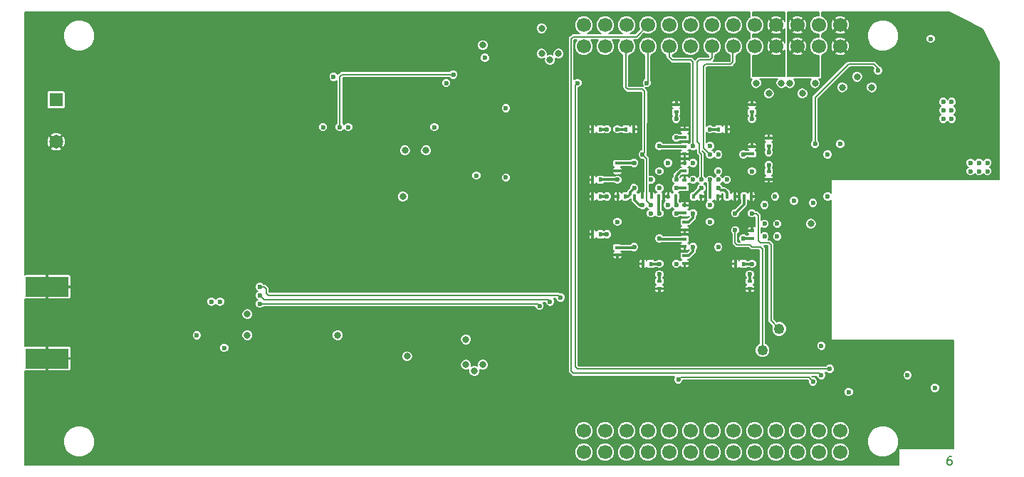
<source format=gbl>
G04 (created by PCBNEW (2013-mar-25)-stable) date Thursday, May 07, 2015 03:34:48 PM*
%MOIN*%
G04 Gerber Fmt 3.4, Leading zero omitted, Abs format*
%FSLAX34Y34*%
G01*
G70*
G90*
G04 APERTURE LIST*
%ADD10C,0.006*%
%ADD11C,0.00590551*%
%ADD12R,0.0649606X0.0649606*%
%ADD13C,0.0649606*%
%ADD14C,0.015748*%
%ADD15C,0.0669291*%
%ADD16R,0.015748X0.023622*%
%ADD17R,0.023622X0.015748*%
%ADD18R,0.2X0.0950787*%
%ADD19C,0.023622*%
%ADD20C,0.0492126*%
%ADD21C,0.0314961*%
%ADD22C,0.00787402*%
%ADD23C,0.011811*%
G04 APERTURE END LIST*
G54D10*
G54D11*
X73500Y-49568D02*
X73425Y-49568D01*
X73387Y-49587D01*
X73368Y-49606D01*
X73331Y-49662D01*
X73312Y-49737D01*
X73312Y-49887D01*
X73331Y-49925D01*
X73350Y-49943D01*
X73387Y-49962D01*
X73462Y-49962D01*
X73500Y-49943D01*
X73518Y-49925D01*
X73537Y-49887D01*
X73537Y-49793D01*
X73518Y-49756D01*
X73500Y-49737D01*
X73462Y-49718D01*
X73387Y-49718D01*
X73350Y-49737D01*
X73331Y-49756D01*
X73312Y-49793D01*
G54D12*
X31594Y-32874D03*
G54D13*
X31594Y-34842D03*
G54D14*
X50787Y-33464D03*
X50393Y-33464D03*
X51181Y-33464D03*
X51181Y-33070D03*
X50787Y-33070D03*
X50393Y-33070D03*
X50393Y-33858D03*
X50787Y-33858D03*
X51181Y-33858D03*
X72440Y-31889D03*
X72677Y-31889D03*
X72204Y-31889D03*
X39173Y-43208D03*
X39566Y-43208D03*
X39173Y-43602D03*
X39566Y-43602D03*
X44488Y-32726D03*
X44488Y-33021D03*
G54D15*
X68305Y-48370D03*
X68305Y-49370D03*
X67305Y-48370D03*
X67305Y-49370D03*
X66305Y-48370D03*
X66305Y-49370D03*
X65305Y-48370D03*
X65305Y-49370D03*
X64305Y-48370D03*
X64305Y-49370D03*
X63305Y-48370D03*
X63305Y-49370D03*
X62305Y-48370D03*
X62305Y-49370D03*
X61305Y-48370D03*
X61305Y-49370D03*
X60305Y-48370D03*
X60305Y-49370D03*
X59305Y-48370D03*
X59305Y-49370D03*
X58305Y-48370D03*
X58305Y-49370D03*
X57305Y-48370D03*
X57305Y-49370D03*
X56305Y-48370D03*
X56305Y-49370D03*
X68305Y-29370D03*
X68305Y-30370D03*
X67305Y-29370D03*
X67305Y-30370D03*
X66305Y-29370D03*
X66305Y-30370D03*
X65305Y-29370D03*
X65305Y-30370D03*
X64305Y-29370D03*
X64305Y-30370D03*
X63305Y-29370D03*
X63305Y-30370D03*
X62305Y-29370D03*
X62305Y-30370D03*
X61305Y-29370D03*
X61305Y-30370D03*
X60305Y-29370D03*
X60305Y-30370D03*
X59305Y-29370D03*
X59305Y-30370D03*
X58305Y-29370D03*
X58305Y-30370D03*
X57305Y-29370D03*
X57305Y-30370D03*
X56305Y-29370D03*
X56305Y-30370D03*
G54D16*
X63799Y-37401D03*
X64153Y-37401D03*
X62224Y-37401D03*
X62578Y-37401D03*
G54D17*
X57874Y-39783D03*
X57874Y-40137D03*
G54D16*
X60610Y-37401D03*
X60255Y-37401D03*
G54D17*
X61023Y-34625D03*
X61023Y-34271D03*
G54D16*
X63011Y-37401D03*
X63366Y-37401D03*
X61437Y-37401D03*
X61791Y-37401D03*
G54D17*
X61023Y-36988D03*
X61023Y-36633D03*
X64173Y-35413D03*
X64173Y-35059D03*
X61023Y-36200D03*
X61023Y-35846D03*
G54D16*
X59822Y-37401D03*
X59468Y-37401D03*
G54D17*
X61023Y-37814D03*
X61023Y-38169D03*
G54D16*
X58287Y-34251D03*
X58641Y-34251D03*
G54D17*
X61023Y-35059D03*
X61023Y-35413D03*
G54D16*
X59429Y-40551D03*
X59074Y-40551D03*
G54D17*
X57874Y-35846D03*
X57874Y-36200D03*
X61023Y-40177D03*
X61023Y-40531D03*
X61023Y-39389D03*
X61023Y-39744D03*
G54D16*
X62618Y-34251D03*
X62972Y-34251D03*
G54D17*
X64173Y-39350D03*
X64173Y-38996D03*
G54D16*
X58248Y-37401D03*
X57893Y-37401D03*
X58681Y-37401D03*
X59035Y-37401D03*
X63759Y-40551D03*
X63405Y-40551D03*
G54D17*
X64960Y-36240D03*
X64960Y-36594D03*
X64173Y-33444D03*
X64173Y-33090D03*
G54D16*
X57066Y-39173D03*
X56712Y-39173D03*
X57066Y-37401D03*
X56712Y-37401D03*
G54D17*
X64074Y-41358D03*
X64074Y-41712D03*
G54D16*
X57066Y-34251D03*
X56712Y-34251D03*
X57066Y-36614D03*
X56712Y-36614D03*
G54D17*
X64960Y-35019D03*
X64960Y-34665D03*
X59842Y-41358D03*
X59842Y-41712D03*
X60629Y-33444D03*
X60629Y-33090D03*
X61023Y-38956D03*
X61023Y-38602D03*
G54D18*
X31185Y-44982D03*
X31185Y-41631D03*
G54D19*
X60236Y-35826D03*
G54D20*
X64665Y-44586D03*
X65452Y-43602D03*
G54D21*
X47933Y-35236D03*
G54D19*
X44094Y-34153D03*
X45275Y-34153D03*
X44586Y-31791D03*
X50196Y-31692D03*
X44881Y-34153D03*
X67421Y-45767D03*
X56003Y-32086D03*
X59251Y-32086D03*
X67814Y-45472D03*
X61811Y-36614D03*
X61417Y-35039D03*
X62204Y-35433D03*
X64173Y-38188D03*
X63385Y-38976D03*
X61811Y-37007D03*
X70078Y-31496D03*
X67125Y-34940D03*
X68307Y-34940D03*
X67716Y-35433D03*
X57874Y-36614D03*
X64960Y-35334D03*
X60629Y-37007D03*
X59842Y-38188D03*
X60629Y-38188D03*
X74803Y-35826D03*
X75196Y-36220D03*
X75196Y-35826D03*
X74803Y-36220D03*
X74409Y-35826D03*
X74409Y-36220D03*
X61417Y-38188D03*
X62204Y-37795D03*
X59842Y-36220D03*
X59448Y-36614D03*
X59842Y-37007D03*
X60629Y-36614D03*
X60629Y-37795D03*
X62204Y-36614D03*
X65255Y-37401D03*
X64763Y-37795D03*
X67716Y-37401D03*
X67027Y-37696D03*
X66141Y-37598D03*
X61417Y-36614D03*
X60236Y-37795D03*
G54D21*
X68405Y-32283D03*
X69783Y-32283D03*
X69094Y-31791D03*
G54D19*
X58661Y-37007D03*
X58661Y-35826D03*
X59842Y-39370D03*
X63779Y-35433D03*
X63779Y-39370D03*
X58661Y-39763D03*
X72736Y-46358D03*
X71456Y-45767D03*
X68700Y-46555D03*
X67421Y-44389D03*
X57381Y-37401D03*
X57381Y-39173D03*
X59842Y-41043D03*
X64074Y-41043D03*
X64960Y-35925D03*
X64173Y-33759D03*
X60629Y-33759D03*
X57381Y-34251D03*
X57874Y-34251D03*
X60629Y-34645D03*
X62204Y-34251D03*
X59842Y-35039D03*
X59055Y-37795D03*
X59842Y-40551D03*
X64173Y-40551D03*
X62598Y-39763D03*
X61417Y-39763D03*
X63385Y-38188D03*
X62204Y-35039D03*
X62598Y-35433D03*
X61417Y-35826D03*
X64173Y-36220D03*
X62598Y-36220D03*
X62598Y-36614D03*
X62992Y-36614D03*
X62598Y-37007D03*
X57874Y-38582D03*
X62204Y-38582D03*
X59448Y-38188D03*
X49862Y-32086D03*
X51673Y-30905D03*
G54D21*
X48917Y-35236D03*
G54D19*
X52657Y-36515D03*
X51279Y-36417D03*
G54D21*
X51574Y-30314D03*
G54D19*
X49311Y-34153D03*
X52657Y-33267D03*
G54D21*
X47834Y-37401D03*
X48031Y-44881D03*
X44783Y-43897D03*
G54D19*
X39468Y-44488D03*
X38188Y-43897D03*
G54D21*
X40551Y-43897D03*
X40551Y-42913D03*
G54D19*
X39271Y-42322D03*
X38877Y-42322D03*
G54D21*
X66732Y-30826D03*
X67125Y-31299D03*
X65984Y-31299D03*
X64763Y-30807D03*
X65551Y-31299D03*
X64370Y-31299D03*
X54330Y-30708D03*
X55118Y-30708D03*
X54724Y-31003D03*
X50787Y-45275D03*
X51574Y-45275D03*
X51181Y-45570D03*
X67125Y-32086D03*
X66535Y-32578D03*
X64370Y-32086D03*
X64960Y-32578D03*
X65944Y-32086D03*
X65551Y-32086D03*
X66929Y-38681D03*
X50787Y-44094D03*
X54330Y-29527D03*
G54D19*
X73523Y-33366D03*
X73523Y-33759D03*
X73129Y-33366D03*
X73523Y-32972D03*
X73129Y-33759D03*
X73129Y-32972D03*
X65354Y-38681D03*
X64763Y-39271D03*
X65354Y-39271D03*
X64763Y-38681D03*
X72539Y-30019D03*
X60629Y-40551D03*
X60728Y-45964D03*
X67027Y-46062D03*
X41141Y-41633D03*
X55216Y-42125D03*
X41141Y-42421D03*
X54232Y-42519D03*
G54D21*
X53149Y-29921D03*
X53149Y-30314D03*
X53149Y-29527D03*
X49606Y-44488D03*
X49606Y-44881D03*
X49606Y-44094D03*
X71850Y-29527D03*
X48228Y-29527D03*
X44291Y-29527D03*
X40354Y-29527D03*
X36417Y-29527D03*
X38385Y-29527D03*
X42322Y-29527D03*
X46259Y-29527D03*
X50196Y-29527D03*
X34448Y-29527D03*
X36417Y-29527D03*
X31496Y-30511D03*
X73326Y-46751D03*
X71358Y-48720D03*
X70374Y-47244D03*
X72834Y-44783D03*
X70866Y-44783D03*
X68897Y-44783D03*
X72834Y-48720D03*
X66929Y-47244D03*
X54133Y-49212D03*
X50196Y-49212D03*
X44291Y-49212D03*
X40354Y-49212D03*
X38385Y-49212D03*
X36417Y-49212D03*
X33464Y-47244D03*
X31496Y-47244D03*
X34448Y-49212D03*
X42322Y-49212D03*
X46259Y-49212D03*
X48228Y-49212D03*
X52165Y-49212D03*
X56102Y-47244D03*
X31496Y-39370D03*
X31496Y-37401D03*
G54D19*
X61417Y-37007D03*
G54D21*
X34251Y-34055D03*
X36122Y-43700D03*
X36909Y-43700D03*
X36122Y-42913D03*
X36909Y-42913D03*
G54D19*
X39074Y-44488D03*
X67618Y-38385D03*
X67618Y-38877D03*
X66437Y-39370D03*
X67618Y-39370D03*
X67027Y-39370D03*
X63385Y-40157D03*
X58661Y-34645D03*
X60629Y-35826D03*
X64173Y-34645D03*
X62992Y-34645D03*
X58267Y-36220D03*
X61417Y-36220D03*
X61417Y-35433D03*
X60236Y-37007D03*
X59055Y-40157D03*
X61811Y-40551D03*
X59448Y-37007D03*
X64173Y-38582D03*
X57874Y-40551D03*
X60629Y-39763D03*
X61811Y-37795D03*
X62598Y-37795D03*
G54D21*
X34251Y-42913D03*
X32677Y-42913D03*
X33464Y-42913D03*
X35039Y-42913D03*
X31496Y-42519D03*
X30708Y-42519D03*
X32283Y-42519D03*
X31496Y-44094D03*
X32283Y-44094D03*
X30708Y-44094D03*
X32677Y-43700D03*
X34251Y-43700D03*
X35039Y-43700D03*
X33464Y-43700D03*
G54D19*
X73228Y-31889D03*
X71653Y-31889D03*
X73228Y-31496D03*
X71653Y-31496D03*
X71653Y-32283D03*
X49409Y-34645D03*
G54D21*
X46259Y-46653D03*
G54D19*
X52657Y-33661D03*
X58267Y-37795D03*
X60236Y-34251D03*
X59055Y-35826D03*
X63385Y-35826D03*
X62204Y-36220D03*
X63779Y-37007D03*
X61417Y-38976D03*
X62992Y-38976D03*
X59055Y-38582D03*
X60629Y-38582D03*
X61811Y-38582D03*
X61811Y-38188D03*
X60236Y-38582D03*
X60236Y-38188D03*
X59842Y-36614D03*
X54724Y-42322D03*
X41141Y-42027D03*
X59055Y-35433D03*
X59448Y-37795D03*
G54D22*
X44980Y-31692D02*
X44881Y-31791D01*
X50196Y-31692D02*
X44980Y-31692D01*
X44881Y-31791D02*
X44881Y-34153D01*
X55807Y-45669D02*
X67322Y-45669D01*
X59305Y-29375D02*
X58759Y-29921D01*
X55708Y-30019D02*
X55708Y-45570D01*
X55807Y-29921D02*
X55708Y-30019D01*
X58759Y-29921D02*
X55807Y-29921D01*
X59305Y-29375D02*
X59305Y-29370D01*
X55807Y-45669D02*
X55708Y-45570D01*
X67322Y-45669D02*
X67421Y-45767D01*
X55905Y-45374D02*
X56003Y-45472D01*
X59305Y-32033D02*
X59251Y-32086D01*
X56003Y-32086D02*
X55905Y-32185D01*
X55905Y-32185D02*
X55905Y-45374D01*
X59305Y-30370D02*
X59305Y-32033D01*
X56003Y-45472D02*
X67814Y-45472D01*
G54D11*
X61811Y-35433D02*
X61712Y-35334D01*
G54D22*
X62305Y-30903D02*
X62204Y-31003D01*
X62204Y-31003D02*
X61712Y-31003D01*
X61712Y-31003D02*
X61614Y-31102D01*
X61614Y-31102D02*
X61614Y-33956D01*
X62305Y-30370D02*
X62305Y-30903D01*
G54D11*
X61811Y-36614D02*
X61811Y-35433D01*
X61614Y-34842D02*
X61614Y-33956D01*
X61712Y-34940D02*
X61614Y-34842D01*
X61712Y-35334D02*
X61712Y-34940D01*
G54D22*
X58305Y-29370D02*
X58305Y-29391D01*
X60305Y-30370D02*
X60305Y-30875D01*
G54D11*
X61417Y-35039D02*
X61417Y-33956D01*
G54D22*
X61417Y-31102D02*
X61417Y-33956D01*
X61318Y-31003D02*
X61417Y-31102D01*
X60433Y-31003D02*
X61318Y-31003D01*
X60305Y-30875D02*
X60433Y-31003D01*
X61909Y-31299D02*
X61909Y-33956D01*
G54D11*
X62204Y-35433D02*
X61909Y-35137D01*
X61909Y-35137D02*
X61909Y-33956D01*
G54D22*
X63287Y-31102D02*
X63287Y-30387D01*
X63305Y-30370D02*
X63287Y-30387D01*
X62007Y-31200D02*
X63188Y-31200D01*
X63188Y-31200D02*
X63287Y-31102D01*
X62007Y-31200D02*
X61909Y-31299D01*
X65452Y-43602D02*
X65059Y-43208D01*
X65059Y-39665D02*
X65059Y-43208D01*
G54D11*
X64370Y-38188D02*
X64468Y-38287D01*
G54D22*
X64468Y-38287D02*
X64468Y-39468D01*
X64468Y-39468D02*
X64566Y-39566D01*
X64566Y-39566D02*
X64960Y-39566D01*
G54D11*
X64173Y-38188D02*
X64370Y-38188D01*
G54D22*
X64960Y-39566D02*
X65059Y-39665D01*
G54D11*
X63385Y-38976D02*
X63385Y-39566D01*
G54D22*
X64665Y-39862D02*
X64665Y-44586D01*
X64566Y-39763D02*
X64665Y-39862D01*
G54D11*
X64173Y-39763D02*
X64566Y-39763D01*
X64074Y-39665D02*
X64173Y-39763D01*
X63484Y-39665D02*
X64074Y-39665D01*
X63385Y-39566D02*
X63484Y-39665D01*
G54D23*
X61437Y-37401D02*
X61437Y-37381D01*
X61437Y-37381D02*
X61811Y-37007D01*
G54D22*
X70078Y-31496D02*
X70078Y-31397D01*
X69881Y-31200D02*
X68700Y-31200D01*
X70078Y-31397D02*
X69881Y-31200D01*
X67125Y-32775D02*
X67125Y-34940D01*
X68700Y-31200D02*
X67125Y-32775D01*
G54D23*
X57066Y-36614D02*
X57874Y-36614D01*
X64960Y-35019D02*
X64960Y-35334D01*
X61023Y-36988D02*
X60649Y-36988D01*
X60649Y-36988D02*
X60629Y-37007D01*
X59822Y-37401D02*
X59822Y-38169D01*
X59822Y-38169D02*
X59842Y-38188D01*
X61023Y-38602D02*
X61200Y-38602D01*
X61417Y-38385D02*
X61417Y-38188D01*
X61200Y-38602D02*
X61417Y-38385D01*
X61023Y-38169D02*
X60649Y-38169D01*
X60649Y-38169D02*
X60629Y-38188D01*
G54D11*
X61417Y-38188D02*
X61417Y-38208D01*
G54D23*
X61023Y-36200D02*
X60846Y-36200D01*
X60629Y-36417D02*
X60629Y-36614D01*
X60846Y-36200D02*
X60629Y-36417D01*
X60610Y-37401D02*
X60610Y-37775D01*
X60610Y-37775D02*
X60629Y-37795D01*
X62224Y-37401D02*
X62224Y-36634D01*
X62224Y-36634D02*
X62204Y-36614D01*
X61023Y-40177D02*
X61200Y-40177D01*
X61417Y-39960D02*
X61417Y-39763D01*
X61200Y-40177D02*
X61417Y-39960D01*
X63011Y-37401D02*
X63011Y-37224D01*
X62696Y-37106D02*
X62598Y-37007D01*
X62893Y-37106D02*
X62696Y-37106D01*
X63011Y-37224D02*
X62893Y-37106D01*
X58248Y-37401D02*
X58366Y-37401D01*
X58464Y-37204D02*
X58661Y-37007D01*
X58464Y-37303D02*
X58464Y-37204D01*
X58366Y-37401D02*
X58464Y-37303D01*
X57874Y-35846D02*
X58641Y-35846D01*
X58641Y-35846D02*
X58661Y-35826D01*
X61023Y-39389D02*
X59862Y-39389D01*
X59862Y-39389D02*
X59842Y-39370D01*
X64173Y-35413D02*
X63799Y-35413D01*
X63799Y-35413D02*
X63779Y-35433D01*
X64173Y-39350D02*
X63799Y-39350D01*
X63799Y-39350D02*
X63779Y-39370D01*
X57874Y-39783D02*
X58641Y-39783D01*
X58641Y-39783D02*
X58661Y-39763D01*
X57066Y-37401D02*
X57381Y-37401D01*
X57066Y-39173D02*
X57381Y-39173D01*
X59842Y-41358D02*
X59842Y-41043D01*
X64074Y-41358D02*
X64074Y-41043D01*
X64960Y-36240D02*
X64960Y-35925D01*
X64173Y-33444D02*
X64173Y-33759D01*
X60629Y-33444D02*
X60629Y-33759D01*
X57066Y-34251D02*
X57381Y-34251D01*
X58287Y-34251D02*
X57874Y-34251D01*
X61023Y-34625D02*
X60649Y-34625D01*
X60649Y-34625D02*
X60629Y-34645D01*
X62618Y-34251D02*
X62204Y-34251D01*
X61023Y-35059D02*
X59862Y-35059D01*
X59862Y-35059D02*
X59842Y-35039D01*
X58681Y-37401D02*
X58681Y-37578D01*
X58897Y-37795D02*
X59055Y-37795D01*
X58681Y-37578D02*
X58897Y-37795D01*
X59428Y-40551D02*
X59842Y-40551D01*
X63759Y-40551D02*
X64173Y-40551D01*
X63799Y-37401D02*
X63799Y-37775D01*
X63799Y-37775D02*
X63385Y-38188D01*
G54D11*
X61417Y-39763D02*
X61417Y-39783D01*
X63385Y-38188D02*
X63405Y-38188D01*
X62598Y-37007D02*
X62618Y-37007D01*
G54D22*
X60728Y-45964D02*
X60826Y-45866D01*
X67027Y-46062D02*
X66830Y-45866D01*
X66830Y-45866D02*
X60826Y-45866D01*
X41338Y-41633D02*
X41437Y-41732D01*
X41437Y-41732D02*
X41437Y-41929D01*
X41437Y-41929D02*
X41535Y-42027D01*
X41535Y-42027D02*
X55118Y-42027D01*
X55118Y-42027D02*
X55216Y-42125D01*
X41141Y-41633D02*
X41338Y-41633D01*
X54133Y-42421D02*
X54232Y-42519D01*
X54133Y-42421D02*
X41141Y-42421D01*
G54D23*
X60669Y-38622D02*
X60629Y-38582D01*
G54D11*
X58267Y-37795D02*
X58267Y-37775D01*
X60629Y-38582D02*
X60649Y-38582D01*
G54D22*
X41338Y-42224D02*
X41141Y-42027D01*
X41338Y-42224D02*
X54625Y-42224D01*
X54625Y-42224D02*
X54724Y-42322D01*
G54D11*
X59153Y-35334D02*
X59055Y-35433D01*
G54D22*
X59055Y-32381D02*
X58366Y-32381D01*
X58366Y-32381D02*
X58267Y-32283D01*
X58267Y-32283D02*
X58267Y-30407D01*
X58305Y-30370D02*
X58267Y-30407D01*
G54D11*
X59153Y-35334D02*
X59153Y-33956D01*
G54D22*
X59153Y-32480D02*
X59153Y-33956D01*
X59153Y-32480D02*
X59055Y-32381D01*
G54D11*
X59251Y-37598D02*
X59251Y-35629D01*
X59251Y-37598D02*
X59448Y-37795D01*
X59055Y-35433D02*
X59251Y-35629D01*
G54D10*
G36*
X75757Y-36584D02*
X75423Y-36584D01*
X75423Y-36175D01*
X75388Y-36092D01*
X75325Y-36028D01*
X75313Y-36023D01*
X75324Y-36018D01*
X75388Y-35955D01*
X75423Y-35871D01*
X75423Y-35781D01*
X75388Y-35698D01*
X75325Y-35634D01*
X75242Y-35600D01*
X75152Y-35600D01*
X75068Y-35634D01*
X75005Y-35698D01*
X75000Y-35710D01*
X74995Y-35698D01*
X74931Y-35634D01*
X74848Y-35600D01*
X74758Y-35600D01*
X74675Y-35634D01*
X74611Y-35698D01*
X74606Y-35710D01*
X74601Y-35698D01*
X74537Y-35634D01*
X74454Y-35600D01*
X74364Y-35600D01*
X74281Y-35634D01*
X74217Y-35698D01*
X74183Y-35781D01*
X74183Y-35871D01*
X74217Y-35954D01*
X74281Y-36018D01*
X74293Y-36023D01*
X74281Y-36028D01*
X74217Y-36092D01*
X74183Y-36175D01*
X74183Y-36265D01*
X74217Y-36348D01*
X74281Y-36412D01*
X74364Y-36446D01*
X74454Y-36446D01*
X74537Y-36412D01*
X74601Y-36348D01*
X74606Y-36336D01*
X74611Y-36348D01*
X74674Y-36412D01*
X74757Y-36446D01*
X74847Y-36446D01*
X74931Y-36412D01*
X74994Y-36348D01*
X74999Y-36336D01*
X75004Y-36348D01*
X75068Y-36412D01*
X75151Y-36446D01*
X75241Y-36446D01*
X75324Y-36412D01*
X75388Y-36348D01*
X75423Y-36265D01*
X75423Y-36175D01*
X75423Y-36584D01*
X73750Y-36584D01*
X73750Y-33715D01*
X73715Y-33631D01*
X73652Y-33568D01*
X73639Y-33563D01*
X73651Y-33558D01*
X73715Y-33494D01*
X73749Y-33411D01*
X73750Y-33321D01*
X73715Y-33238D01*
X73652Y-33174D01*
X73639Y-33169D01*
X73651Y-33164D01*
X73715Y-33100D01*
X73749Y-33017D01*
X73750Y-32927D01*
X73715Y-32844D01*
X73652Y-32780D01*
X73568Y-32746D01*
X73478Y-32746D01*
X73395Y-32780D01*
X73331Y-32844D01*
X73326Y-32856D01*
X73321Y-32844D01*
X73258Y-32780D01*
X73175Y-32746D01*
X73085Y-32746D01*
X73001Y-32780D01*
X72938Y-32844D01*
X72903Y-32927D01*
X72903Y-33017D01*
X72937Y-33100D01*
X73001Y-33164D01*
X73013Y-33169D01*
X73001Y-33174D01*
X72938Y-33237D01*
X72903Y-33320D01*
X72903Y-33410D01*
X72937Y-33494D01*
X73001Y-33557D01*
X73013Y-33562D01*
X73001Y-33567D01*
X72938Y-33631D01*
X72903Y-33714D01*
X72903Y-33804D01*
X72937Y-33887D01*
X73001Y-33951D01*
X73084Y-33986D01*
X73174Y-33986D01*
X73257Y-33951D01*
X73321Y-33888D01*
X73326Y-33876D01*
X73331Y-33887D01*
X73395Y-33951D01*
X73478Y-33986D01*
X73568Y-33986D01*
X73651Y-33951D01*
X73715Y-33888D01*
X73749Y-33805D01*
X73750Y-33715D01*
X73750Y-36584D01*
X72765Y-36584D01*
X72765Y-29974D01*
X72731Y-29891D01*
X72667Y-29827D01*
X72584Y-29793D01*
X72494Y-29793D01*
X72411Y-29827D01*
X72347Y-29891D01*
X72313Y-29974D01*
X72312Y-30064D01*
X72347Y-30147D01*
X72410Y-30211D01*
X72494Y-30246D01*
X72584Y-30246D01*
X72667Y-30211D01*
X72731Y-30148D01*
X72765Y-30064D01*
X72765Y-29974D01*
X72765Y-36584D01*
X71038Y-36584D01*
X71038Y-29724D01*
X70927Y-29455D01*
X70721Y-29248D01*
X70451Y-29136D01*
X70159Y-29136D01*
X69890Y-29248D01*
X69683Y-29454D01*
X69571Y-29723D01*
X69571Y-30015D01*
X69683Y-30284D01*
X69889Y-30491D01*
X70158Y-30603D01*
X70450Y-30603D01*
X70719Y-30492D01*
X70926Y-30285D01*
X71038Y-30016D01*
X71038Y-29724D01*
X71038Y-36584D01*
X70305Y-36584D01*
X70305Y-31451D01*
X70270Y-31367D01*
X70207Y-31304D01*
X70184Y-31294D01*
X70184Y-31294D01*
X70183Y-31293D01*
X70183Y-31293D01*
X69986Y-31096D01*
X69938Y-31064D01*
X69881Y-31053D01*
X68750Y-31053D01*
X68750Y-30446D01*
X68750Y-29446D01*
X68745Y-29270D01*
X68687Y-29129D01*
X68625Y-29091D01*
X68583Y-29133D01*
X68583Y-29049D01*
X68546Y-28988D01*
X68381Y-28925D01*
X68205Y-28929D01*
X68064Y-28988D01*
X68026Y-29049D01*
X68305Y-29328D01*
X68583Y-29049D01*
X68583Y-29133D01*
X68346Y-29370D01*
X68625Y-29648D01*
X68687Y-29611D01*
X68750Y-29446D01*
X68750Y-30446D01*
X68745Y-30270D01*
X68687Y-30129D01*
X68625Y-30091D01*
X68583Y-30133D01*
X68583Y-30049D01*
X68583Y-29690D01*
X68305Y-29411D01*
X68263Y-29453D01*
X68263Y-29370D01*
X67984Y-29091D01*
X67923Y-29129D01*
X67860Y-29293D01*
X67864Y-29469D01*
X67923Y-29611D01*
X67984Y-29648D01*
X68263Y-29370D01*
X68263Y-29453D01*
X68026Y-29690D01*
X68064Y-29751D01*
X68228Y-29815D01*
X68404Y-29810D01*
X68546Y-29751D01*
X68583Y-29690D01*
X68583Y-30049D01*
X68546Y-29988D01*
X68381Y-29925D01*
X68205Y-29929D01*
X68064Y-29988D01*
X68026Y-30049D01*
X68305Y-30328D01*
X68583Y-30049D01*
X68583Y-30133D01*
X68346Y-30370D01*
X68625Y-30648D01*
X68687Y-30611D01*
X68750Y-30446D01*
X68750Y-31053D01*
X68700Y-31053D01*
X68644Y-31064D01*
X68596Y-31096D01*
X68583Y-31109D01*
X68583Y-30690D01*
X68305Y-30411D01*
X68263Y-30453D01*
X68263Y-30370D01*
X67984Y-30091D01*
X67923Y-30129D01*
X67860Y-30293D01*
X67864Y-30469D01*
X67923Y-30611D01*
X67984Y-30648D01*
X68263Y-30370D01*
X68263Y-30453D01*
X68026Y-30690D01*
X68064Y-30751D01*
X68228Y-30815D01*
X68404Y-30810D01*
X68546Y-30751D01*
X68583Y-30690D01*
X68583Y-31109D01*
X67021Y-32671D01*
X66989Y-32719D01*
X66978Y-32775D01*
X66978Y-34768D01*
X66934Y-34812D01*
X66899Y-34895D01*
X66899Y-34985D01*
X66933Y-35069D01*
X66997Y-35132D01*
X67080Y-35167D01*
X67170Y-35167D01*
X67254Y-35132D01*
X67317Y-35069D01*
X67352Y-34986D01*
X67352Y-34896D01*
X67318Y-34812D01*
X67273Y-34768D01*
X67273Y-32836D01*
X68761Y-31348D01*
X69820Y-31348D01*
X69873Y-31400D01*
X69852Y-31450D01*
X69852Y-31540D01*
X69886Y-31624D01*
X69950Y-31687D01*
X70033Y-31722D01*
X70123Y-31722D01*
X70206Y-31688D01*
X70270Y-31624D01*
X70305Y-31541D01*
X70305Y-31451D01*
X70305Y-36584D01*
X70049Y-36584D01*
X70049Y-32230D01*
X70008Y-32133D01*
X69934Y-32058D01*
X69836Y-32017D01*
X69730Y-32017D01*
X69633Y-32058D01*
X69558Y-32132D01*
X69517Y-32230D01*
X69517Y-32336D01*
X69558Y-32433D01*
X69632Y-32508D01*
X69730Y-32549D01*
X69836Y-32549D01*
X69933Y-32508D01*
X70008Y-32434D01*
X70049Y-32336D01*
X70049Y-32230D01*
X70049Y-36584D01*
X69360Y-36584D01*
X69360Y-31738D01*
X69319Y-31641D01*
X69245Y-31566D01*
X69147Y-31525D01*
X69041Y-31525D01*
X68944Y-31565D01*
X68869Y-31640D01*
X68828Y-31738D01*
X68828Y-31843D01*
X68869Y-31941D01*
X68943Y-32016D01*
X69041Y-32057D01*
X69147Y-32057D01*
X69244Y-32016D01*
X69319Y-31942D01*
X69360Y-31844D01*
X69360Y-31738D01*
X69360Y-36584D01*
X68671Y-36584D01*
X68671Y-32230D01*
X68630Y-32133D01*
X68556Y-32058D01*
X68458Y-32017D01*
X68352Y-32017D01*
X68255Y-32058D01*
X68180Y-32132D01*
X68139Y-32230D01*
X68139Y-32336D01*
X68180Y-32433D01*
X68254Y-32508D01*
X68352Y-32549D01*
X68458Y-32549D01*
X68555Y-32508D01*
X68630Y-32434D01*
X68671Y-32336D01*
X68671Y-32230D01*
X68671Y-36584D01*
X68533Y-36584D01*
X68533Y-34896D01*
X68499Y-34812D01*
X68435Y-34749D01*
X68352Y-34714D01*
X68262Y-34714D01*
X68179Y-34748D01*
X68115Y-34812D01*
X68080Y-34895D01*
X68080Y-34985D01*
X68115Y-35069D01*
X68178Y-35132D01*
X68261Y-35167D01*
X68351Y-35167D01*
X68435Y-35132D01*
X68498Y-35069D01*
X68533Y-34986D01*
X68533Y-34896D01*
X68533Y-36584D01*
X67942Y-36584D01*
X67942Y-35388D01*
X67908Y-35305D01*
X67844Y-35241D01*
X67761Y-35206D01*
X67671Y-35206D01*
X67588Y-35241D01*
X67524Y-35304D01*
X67490Y-35387D01*
X67490Y-35477D01*
X67524Y-35561D01*
X67588Y-35624D01*
X67671Y-35659D01*
X67761Y-35659D01*
X67844Y-35625D01*
X67908Y-35561D01*
X67942Y-35478D01*
X67942Y-35388D01*
X67942Y-36584D01*
X67883Y-36584D01*
X67883Y-37248D01*
X67844Y-37209D01*
X67761Y-37175D01*
X67671Y-37175D01*
X67588Y-37209D01*
X67524Y-37273D01*
X67490Y-37356D01*
X67490Y-37446D01*
X67524Y-37529D01*
X67588Y-37593D01*
X67671Y-37627D01*
X67761Y-37627D01*
X67844Y-37593D01*
X67883Y-37554D01*
X67883Y-44124D01*
X73592Y-44124D01*
X73592Y-49183D01*
X72962Y-49183D01*
X72962Y-46313D01*
X72928Y-46230D01*
X72864Y-46166D01*
X72781Y-46131D01*
X72691Y-46131D01*
X72608Y-46166D01*
X72544Y-46229D01*
X72509Y-46313D01*
X72509Y-46403D01*
X72544Y-46486D01*
X72607Y-46550D01*
X72690Y-46584D01*
X72781Y-46584D01*
X72864Y-46550D01*
X72928Y-46486D01*
X72962Y-46403D01*
X72962Y-46313D01*
X72962Y-49183D01*
X71683Y-49183D01*
X71683Y-45722D01*
X71648Y-45639D01*
X71585Y-45575D01*
X71501Y-45541D01*
X71411Y-45541D01*
X71328Y-45575D01*
X71264Y-45639D01*
X71230Y-45722D01*
X71230Y-45812D01*
X71264Y-45895D01*
X71328Y-45959D01*
X71411Y-45994D01*
X71501Y-45994D01*
X71584Y-45959D01*
X71648Y-45896D01*
X71683Y-45812D01*
X71683Y-45722D01*
X71683Y-49183D01*
X71038Y-49183D01*
X71038Y-48724D01*
X70927Y-48455D01*
X70721Y-48248D01*
X70451Y-48136D01*
X70159Y-48136D01*
X69890Y-48248D01*
X69683Y-48454D01*
X69571Y-48723D01*
X69571Y-49015D01*
X69683Y-49284D01*
X69889Y-49491D01*
X70158Y-49603D01*
X70450Y-49603D01*
X70719Y-49492D01*
X70926Y-49285D01*
X71038Y-49016D01*
X71038Y-48724D01*
X71038Y-49183D01*
X71033Y-49183D01*
X71033Y-49970D01*
X68927Y-49970D01*
X68927Y-46510D01*
X68892Y-46427D01*
X68829Y-46363D01*
X68746Y-46328D01*
X68655Y-46328D01*
X68572Y-46363D01*
X68508Y-46426D01*
X68474Y-46509D01*
X68474Y-46599D01*
X68508Y-46683D01*
X68572Y-46746D01*
X68655Y-46781D01*
X68745Y-46781D01*
X68828Y-46747D01*
X68892Y-46683D01*
X68927Y-46600D01*
X68927Y-46510D01*
X68927Y-49970D01*
X68748Y-49970D01*
X68748Y-49282D01*
X68748Y-48282D01*
X68680Y-48119D01*
X68556Y-47994D01*
X68393Y-47927D01*
X68217Y-47927D01*
X68054Y-47994D01*
X68041Y-48007D01*
X68041Y-45427D01*
X68006Y-45344D01*
X67943Y-45280D01*
X67860Y-45246D01*
X67770Y-45246D01*
X67686Y-45280D01*
X67647Y-45319D01*
X67647Y-44344D01*
X67613Y-44261D01*
X67549Y-44197D01*
X67466Y-44163D01*
X67376Y-44163D01*
X67293Y-44197D01*
X67253Y-44236D01*
X67253Y-37652D01*
X67219Y-37568D01*
X67155Y-37505D01*
X67072Y-37470D01*
X66982Y-37470D01*
X66899Y-37504D01*
X66835Y-37568D01*
X66801Y-37651D01*
X66801Y-32526D01*
X66760Y-32428D01*
X66686Y-32353D01*
X66588Y-32313D01*
X66482Y-32312D01*
X66385Y-32353D01*
X66310Y-32428D01*
X66269Y-32525D01*
X66269Y-32631D01*
X66310Y-32729D01*
X66384Y-32803D01*
X66482Y-32844D01*
X66588Y-32844D01*
X66685Y-32804D01*
X66760Y-32729D01*
X66801Y-32631D01*
X66801Y-32526D01*
X66801Y-37651D01*
X66801Y-37651D01*
X66801Y-37741D01*
X66835Y-37824D01*
X66899Y-37888D01*
X66982Y-37923D01*
X67072Y-37923D01*
X67155Y-37888D01*
X67219Y-37825D01*
X67253Y-37742D01*
X67253Y-37652D01*
X67253Y-44236D01*
X67229Y-44261D01*
X67194Y-44344D01*
X67194Y-38628D01*
X67154Y-38530D01*
X67079Y-38455D01*
X66982Y-38415D01*
X66876Y-38415D01*
X66778Y-38455D01*
X66703Y-38530D01*
X66663Y-38628D01*
X66663Y-38733D01*
X66703Y-38831D01*
X66778Y-38906D01*
X66876Y-38946D01*
X66981Y-38946D01*
X67079Y-38906D01*
X67154Y-38831D01*
X67194Y-38734D01*
X67194Y-38628D01*
X67194Y-44344D01*
X67194Y-44344D01*
X67194Y-44434D01*
X67229Y-44517D01*
X67292Y-44581D01*
X67376Y-44616D01*
X67466Y-44616D01*
X67549Y-44581D01*
X67613Y-44518D01*
X67647Y-44434D01*
X67647Y-44344D01*
X67647Y-45319D01*
X67642Y-45324D01*
X66368Y-45324D01*
X66368Y-37553D01*
X66333Y-37470D01*
X66270Y-37406D01*
X66186Y-37372D01*
X66096Y-37372D01*
X66013Y-37406D01*
X65949Y-37470D01*
X65915Y-37553D01*
X65915Y-37643D01*
X65949Y-37726D01*
X66013Y-37790D01*
X66096Y-37824D01*
X66186Y-37824D01*
X66269Y-37790D01*
X66333Y-37726D01*
X66368Y-37643D01*
X66368Y-37553D01*
X66368Y-45324D01*
X65807Y-45324D01*
X65807Y-43532D01*
X65753Y-43401D01*
X65653Y-43302D01*
X65580Y-43271D01*
X65580Y-39226D01*
X65580Y-38636D01*
X65546Y-38553D01*
X65482Y-38489D01*
X65482Y-38489D01*
X65482Y-37356D01*
X65447Y-37273D01*
X65384Y-37209D01*
X65301Y-37175D01*
X65226Y-37175D01*
X65226Y-32526D01*
X65186Y-32428D01*
X65111Y-32353D01*
X65013Y-32313D01*
X64908Y-32312D01*
X64810Y-32353D01*
X64735Y-32428D01*
X64694Y-32525D01*
X64694Y-32631D01*
X64735Y-32729D01*
X64809Y-32803D01*
X64907Y-32844D01*
X65013Y-32844D01*
X65110Y-32804D01*
X65185Y-32729D01*
X65226Y-32631D01*
X65226Y-32526D01*
X65226Y-37175D01*
X65211Y-37175D01*
X65187Y-37185D01*
X65187Y-35880D01*
X65187Y-35289D01*
X65152Y-35206D01*
X65137Y-35191D01*
X65139Y-35190D01*
X65170Y-35159D01*
X65186Y-35120D01*
X65187Y-35076D01*
X65187Y-34919D01*
X65170Y-34879D01*
X65140Y-34849D01*
X65124Y-34842D01*
X65140Y-34835D01*
X65170Y-34805D01*
X65187Y-34765D01*
X65187Y-34565D01*
X65170Y-34525D01*
X65140Y-34494D01*
X65100Y-34478D01*
X65057Y-34478D01*
X65017Y-34478D01*
X64990Y-34505D01*
X64990Y-34635D01*
X65159Y-34635D01*
X65187Y-34608D01*
X65187Y-34565D01*
X65187Y-34765D01*
X65187Y-34721D01*
X65159Y-34694D01*
X64990Y-34694D01*
X64990Y-34702D01*
X64931Y-34702D01*
X64931Y-34694D01*
X64931Y-34635D01*
X64931Y-34505D01*
X64904Y-34478D01*
X64863Y-34478D01*
X64820Y-34478D01*
X64781Y-34494D01*
X64750Y-34525D01*
X64734Y-34565D01*
X64734Y-34608D01*
X64761Y-34635D01*
X64931Y-34635D01*
X64931Y-34694D01*
X64761Y-34694D01*
X64734Y-34721D01*
X64734Y-34765D01*
X64750Y-34805D01*
X64781Y-34835D01*
X64797Y-34842D01*
X64781Y-34849D01*
X64750Y-34879D01*
X64734Y-34919D01*
X64734Y-34962D01*
X64734Y-35119D01*
X64750Y-35159D01*
X64781Y-35190D01*
X64783Y-35191D01*
X64768Y-35206D01*
X64734Y-35289D01*
X64734Y-35379D01*
X64768Y-35462D01*
X64832Y-35526D01*
X64915Y-35560D01*
X65005Y-35561D01*
X65088Y-35526D01*
X65152Y-35463D01*
X65186Y-35379D01*
X65187Y-35289D01*
X65187Y-35880D01*
X65152Y-35797D01*
X65089Y-35733D01*
X65005Y-35698D01*
X64915Y-35698D01*
X64832Y-35733D01*
X64768Y-35796D01*
X64734Y-35879D01*
X64734Y-35970D01*
X64768Y-36053D01*
X64783Y-36068D01*
X64781Y-36069D01*
X64750Y-36100D01*
X64734Y-36139D01*
X64734Y-36182D01*
X64734Y-36340D01*
X64750Y-36380D01*
X64781Y-36410D01*
X64797Y-36417D01*
X64781Y-36424D01*
X64750Y-36454D01*
X64734Y-36494D01*
X64734Y-36537D01*
X64761Y-36564D01*
X64931Y-36564D01*
X64931Y-36557D01*
X64990Y-36557D01*
X64990Y-36564D01*
X65159Y-36564D01*
X65187Y-36537D01*
X65187Y-36494D01*
X65170Y-36454D01*
X65140Y-36424D01*
X65124Y-36417D01*
X65139Y-36410D01*
X65170Y-36380D01*
X65186Y-36340D01*
X65187Y-36297D01*
X65187Y-36139D01*
X65170Y-36100D01*
X65140Y-36069D01*
X65137Y-36068D01*
X65152Y-36053D01*
X65186Y-35970D01*
X65187Y-35880D01*
X65187Y-37185D01*
X65187Y-37185D01*
X65187Y-36694D01*
X65187Y-36651D01*
X65159Y-36624D01*
X64990Y-36624D01*
X64990Y-36754D01*
X65017Y-36781D01*
X65057Y-36781D01*
X65100Y-36781D01*
X65140Y-36764D01*
X65170Y-36734D01*
X65187Y-36694D01*
X65187Y-37185D01*
X65127Y-37209D01*
X65064Y-37273D01*
X65029Y-37356D01*
X65029Y-37446D01*
X65063Y-37529D01*
X65127Y-37593D01*
X65210Y-37627D01*
X65300Y-37627D01*
X65383Y-37593D01*
X65447Y-37529D01*
X65482Y-37446D01*
X65482Y-37356D01*
X65482Y-38489D01*
X65399Y-38454D01*
X65309Y-38454D01*
X65226Y-38489D01*
X65162Y-38552D01*
X65127Y-38635D01*
X65127Y-38725D01*
X65162Y-38809D01*
X65225Y-38872D01*
X65309Y-38907D01*
X65399Y-38907D01*
X65482Y-38873D01*
X65546Y-38809D01*
X65580Y-38726D01*
X65580Y-38636D01*
X65580Y-39226D01*
X65546Y-39143D01*
X65482Y-39079D01*
X65399Y-39045D01*
X65309Y-39045D01*
X65226Y-39079D01*
X65162Y-39143D01*
X65127Y-39226D01*
X65127Y-39316D01*
X65162Y-39399D01*
X65225Y-39463D01*
X65309Y-39497D01*
X65399Y-39498D01*
X65482Y-39463D01*
X65546Y-39400D01*
X65580Y-39316D01*
X65580Y-39226D01*
X65580Y-43271D01*
X65523Y-43248D01*
X65382Y-43247D01*
X65329Y-43270D01*
X65206Y-43147D01*
X65206Y-39665D01*
X65195Y-39608D01*
X65195Y-39608D01*
X65163Y-39560D01*
X65065Y-39462D01*
X65017Y-39430D01*
X64960Y-39419D01*
X64936Y-39419D01*
X64955Y-39400D01*
X64990Y-39316D01*
X64990Y-39226D01*
X64955Y-39143D01*
X64892Y-39079D01*
X64809Y-39045D01*
X64718Y-39045D01*
X64635Y-39079D01*
X64616Y-39099D01*
X64616Y-38853D01*
X64635Y-38872D01*
X64718Y-38907D01*
X64808Y-38907D01*
X64891Y-38873D01*
X64955Y-38809D01*
X64990Y-38726D01*
X64990Y-38636D01*
X64990Y-37750D01*
X64955Y-37667D01*
X64931Y-37642D01*
X64931Y-36754D01*
X64931Y-36624D01*
X64761Y-36624D01*
X64734Y-36651D01*
X64734Y-36694D01*
X64750Y-36734D01*
X64781Y-36764D01*
X64820Y-36781D01*
X64863Y-36781D01*
X64904Y-36781D01*
X64931Y-36754D01*
X64931Y-37642D01*
X64892Y-37603D01*
X64809Y-37568D01*
X64718Y-37568D01*
X64635Y-37603D01*
X64571Y-37666D01*
X64537Y-37750D01*
X64537Y-37840D01*
X64571Y-37923D01*
X64635Y-37987D01*
X64718Y-38021D01*
X64808Y-38021D01*
X64891Y-37987D01*
X64955Y-37923D01*
X64990Y-37840D01*
X64990Y-37750D01*
X64990Y-38636D01*
X64955Y-38553D01*
X64892Y-38489D01*
X64809Y-38454D01*
X64718Y-38454D01*
X64635Y-38489D01*
X64616Y-38508D01*
X64616Y-38287D01*
X64604Y-38230D01*
X64572Y-38183D01*
X64530Y-38154D01*
X64467Y-38091D01*
X64422Y-38061D01*
X64399Y-38057D01*
X64399Y-36175D01*
X64399Y-33715D01*
X64365Y-33631D01*
X64350Y-33616D01*
X64352Y-33615D01*
X64383Y-33585D01*
X64399Y-33545D01*
X64399Y-33502D01*
X64399Y-33344D01*
X64383Y-33304D01*
X64352Y-33274D01*
X64336Y-33267D01*
X64352Y-33261D01*
X64383Y-33230D01*
X64399Y-33190D01*
X64399Y-32990D01*
X64383Y-32950D01*
X64352Y-32920D01*
X64312Y-32903D01*
X64269Y-32903D01*
X64229Y-32903D01*
X64202Y-32930D01*
X64202Y-33061D01*
X64372Y-33061D01*
X64399Y-33033D01*
X64399Y-32990D01*
X64399Y-33190D01*
X64399Y-33147D01*
X64372Y-33120D01*
X64202Y-33120D01*
X64202Y-33127D01*
X64143Y-33127D01*
X64143Y-33120D01*
X64143Y-33061D01*
X64143Y-32930D01*
X64116Y-32903D01*
X64076Y-32903D01*
X64033Y-32903D01*
X63993Y-32920D01*
X63963Y-32950D01*
X63946Y-32990D01*
X63946Y-33033D01*
X63973Y-33061D01*
X64143Y-33061D01*
X64143Y-33120D01*
X63973Y-33120D01*
X63946Y-33147D01*
X63946Y-33190D01*
X63963Y-33230D01*
X63993Y-33261D01*
X64009Y-33267D01*
X63993Y-33274D01*
X63963Y-33304D01*
X63946Y-33344D01*
X63946Y-33387D01*
X63946Y-33545D01*
X63963Y-33584D01*
X63993Y-33615D01*
X63996Y-33616D01*
X63981Y-33631D01*
X63946Y-33714D01*
X63946Y-33804D01*
X63981Y-33887D01*
X64044Y-33951D01*
X64128Y-33986D01*
X64218Y-33986D01*
X64301Y-33951D01*
X64365Y-33888D01*
X64399Y-33805D01*
X64399Y-33715D01*
X64399Y-36175D01*
X64399Y-36175D01*
X64399Y-35470D01*
X64399Y-35313D01*
X64383Y-35273D01*
X64352Y-35242D01*
X64336Y-35236D01*
X64352Y-35229D01*
X64383Y-35199D01*
X64399Y-35159D01*
X64399Y-34958D01*
X64383Y-34919D01*
X64352Y-34888D01*
X64312Y-34872D01*
X64269Y-34872D01*
X64229Y-34872D01*
X64202Y-34899D01*
X64202Y-35029D01*
X64372Y-35029D01*
X64399Y-35002D01*
X64399Y-34958D01*
X64399Y-35159D01*
X64399Y-35115D01*
X64372Y-35088D01*
X64202Y-35088D01*
X64202Y-35096D01*
X64143Y-35096D01*
X64143Y-35088D01*
X64143Y-35029D01*
X64143Y-34899D01*
X64116Y-34872D01*
X64076Y-34872D01*
X64033Y-34872D01*
X63993Y-34888D01*
X63963Y-34919D01*
X63946Y-34958D01*
X63946Y-35002D01*
X63973Y-35029D01*
X64143Y-35029D01*
X64143Y-35088D01*
X63973Y-35088D01*
X63946Y-35115D01*
X63946Y-35159D01*
X63963Y-35199D01*
X63993Y-35229D01*
X64009Y-35236D01*
X63993Y-35242D01*
X63990Y-35246D01*
X63912Y-35246D01*
X63907Y-35241D01*
X63824Y-35206D01*
X63748Y-35206D01*
X63748Y-30282D01*
X63748Y-29282D01*
X63680Y-29119D01*
X63556Y-28994D01*
X63393Y-28927D01*
X63217Y-28927D01*
X63054Y-28994D01*
X62929Y-29118D01*
X62862Y-29281D01*
X62862Y-29457D01*
X62929Y-29620D01*
X63053Y-29745D01*
X63216Y-29812D01*
X63392Y-29813D01*
X63555Y-29745D01*
X63680Y-29621D01*
X63747Y-29458D01*
X63748Y-29282D01*
X63748Y-30282D01*
X63680Y-30119D01*
X63556Y-29994D01*
X63393Y-29927D01*
X63217Y-29927D01*
X63054Y-29994D01*
X62929Y-30118D01*
X62862Y-30281D01*
X62862Y-30457D01*
X62929Y-30620D01*
X63053Y-30745D01*
X63139Y-30780D01*
X63139Y-31041D01*
X63127Y-31053D01*
X62364Y-31053D01*
X62409Y-31007D01*
X62441Y-30960D01*
X62441Y-30960D01*
X62452Y-30903D01*
X62452Y-30788D01*
X62555Y-30745D01*
X62680Y-30621D01*
X62747Y-30458D01*
X62748Y-30282D01*
X62748Y-29282D01*
X62680Y-29119D01*
X62556Y-28994D01*
X62393Y-28927D01*
X62217Y-28927D01*
X62054Y-28994D01*
X61929Y-29118D01*
X61862Y-29281D01*
X61862Y-29457D01*
X61929Y-29620D01*
X62053Y-29745D01*
X62216Y-29812D01*
X62392Y-29813D01*
X62555Y-29745D01*
X62680Y-29621D01*
X62747Y-29458D01*
X62748Y-29282D01*
X62748Y-30282D01*
X62680Y-30119D01*
X62556Y-29994D01*
X62393Y-29927D01*
X62217Y-29927D01*
X62054Y-29994D01*
X61929Y-30118D01*
X61862Y-30281D01*
X61862Y-30457D01*
X61929Y-30620D01*
X62053Y-30745D01*
X62157Y-30788D01*
X62157Y-30842D01*
X62143Y-30856D01*
X61748Y-30856D01*
X61748Y-30282D01*
X61748Y-29282D01*
X61680Y-29119D01*
X61556Y-28994D01*
X61393Y-28927D01*
X61217Y-28927D01*
X61054Y-28994D01*
X60929Y-29118D01*
X60862Y-29281D01*
X60862Y-29457D01*
X60929Y-29620D01*
X61053Y-29745D01*
X61216Y-29812D01*
X61392Y-29813D01*
X61555Y-29745D01*
X61680Y-29621D01*
X61747Y-29458D01*
X61748Y-29282D01*
X61748Y-30282D01*
X61680Y-30119D01*
X61556Y-29994D01*
X61393Y-29927D01*
X61217Y-29927D01*
X61054Y-29994D01*
X60929Y-30118D01*
X60862Y-30281D01*
X60862Y-30457D01*
X60929Y-30620D01*
X61053Y-30745D01*
X61216Y-30812D01*
X61392Y-30813D01*
X61555Y-30745D01*
X61680Y-30621D01*
X61747Y-30458D01*
X61748Y-30282D01*
X61748Y-30856D01*
X61712Y-30856D01*
X61656Y-30867D01*
X61608Y-30899D01*
X61515Y-30991D01*
X61423Y-30899D01*
X61375Y-30867D01*
X61318Y-30856D01*
X60494Y-30856D01*
X60452Y-30814D01*
X60452Y-30788D01*
X60555Y-30745D01*
X60680Y-30621D01*
X60747Y-30458D01*
X60748Y-30282D01*
X60748Y-29282D01*
X60680Y-29119D01*
X60556Y-28994D01*
X60393Y-28927D01*
X60217Y-28927D01*
X60054Y-28994D01*
X59929Y-29118D01*
X59862Y-29281D01*
X59862Y-29457D01*
X59929Y-29620D01*
X60053Y-29745D01*
X60216Y-29812D01*
X60392Y-29813D01*
X60555Y-29745D01*
X60680Y-29621D01*
X60747Y-29458D01*
X60748Y-29282D01*
X60748Y-30282D01*
X60680Y-30119D01*
X60556Y-29994D01*
X60393Y-29927D01*
X60217Y-29927D01*
X60054Y-29994D01*
X59929Y-30118D01*
X59862Y-30281D01*
X59862Y-30457D01*
X59929Y-30620D01*
X60053Y-30745D01*
X60157Y-30788D01*
X60157Y-30875D01*
X60168Y-30932D01*
X60200Y-30980D01*
X60328Y-31108D01*
X60376Y-31140D01*
X60376Y-31140D01*
X60433Y-31151D01*
X61257Y-31151D01*
X61269Y-31163D01*
X61269Y-33956D01*
X61279Y-34006D01*
X61279Y-34857D01*
X61250Y-34886D01*
X61250Y-34683D01*
X61250Y-34525D01*
X61233Y-34485D01*
X61203Y-34455D01*
X61187Y-34448D01*
X61203Y-34442D01*
X61233Y-34411D01*
X61250Y-34371D01*
X61250Y-34171D01*
X61233Y-34131D01*
X61203Y-34101D01*
X61163Y-34084D01*
X61120Y-34084D01*
X61080Y-34084D01*
X61053Y-34111D01*
X61053Y-34242D01*
X61222Y-34242D01*
X61250Y-34215D01*
X61250Y-34171D01*
X61250Y-34371D01*
X61250Y-34328D01*
X61222Y-34301D01*
X61053Y-34301D01*
X61053Y-34309D01*
X60994Y-34309D01*
X60994Y-34301D01*
X60994Y-34242D01*
X60994Y-34111D01*
X60967Y-34084D01*
X60926Y-34084D01*
X60883Y-34084D01*
X60856Y-34096D01*
X60856Y-33715D01*
X60821Y-33631D01*
X60806Y-33616D01*
X60809Y-33615D01*
X60839Y-33585D01*
X60856Y-33545D01*
X60856Y-33502D01*
X60856Y-33344D01*
X60839Y-33304D01*
X60809Y-33274D01*
X60793Y-33267D01*
X60809Y-33261D01*
X60839Y-33230D01*
X60856Y-33190D01*
X60856Y-32990D01*
X60839Y-32950D01*
X60809Y-32920D01*
X60769Y-32903D01*
X60726Y-32903D01*
X60686Y-32903D01*
X60659Y-32930D01*
X60659Y-33061D01*
X60829Y-33061D01*
X60856Y-33033D01*
X60856Y-32990D01*
X60856Y-33190D01*
X60856Y-33147D01*
X60829Y-33120D01*
X60659Y-33120D01*
X60659Y-33127D01*
X60600Y-33127D01*
X60600Y-33120D01*
X60600Y-33061D01*
X60600Y-32930D01*
X60573Y-32903D01*
X60533Y-32903D01*
X60490Y-32903D01*
X60450Y-32920D01*
X60419Y-32950D01*
X60403Y-32990D01*
X60403Y-33033D01*
X60430Y-33061D01*
X60600Y-33061D01*
X60600Y-33120D01*
X60430Y-33120D01*
X60403Y-33147D01*
X60403Y-33190D01*
X60419Y-33230D01*
X60450Y-33261D01*
X60466Y-33267D01*
X60450Y-33274D01*
X60420Y-33304D01*
X60403Y-33344D01*
X60403Y-33387D01*
X60403Y-33545D01*
X60419Y-33584D01*
X60450Y-33615D01*
X60453Y-33616D01*
X60438Y-33631D01*
X60403Y-33714D01*
X60403Y-33804D01*
X60437Y-33887D01*
X60501Y-33951D01*
X60584Y-33986D01*
X60674Y-33986D01*
X60757Y-33951D01*
X60821Y-33888D01*
X60856Y-33805D01*
X60856Y-33715D01*
X60856Y-34096D01*
X60844Y-34101D01*
X60813Y-34131D01*
X60797Y-34171D01*
X60797Y-34215D01*
X60824Y-34242D01*
X60994Y-34242D01*
X60994Y-34301D01*
X60824Y-34301D01*
X60797Y-34328D01*
X60797Y-34371D01*
X60813Y-34411D01*
X60844Y-34442D01*
X60860Y-34448D01*
X60844Y-34455D01*
X60841Y-34458D01*
X60762Y-34458D01*
X60758Y-34453D01*
X60675Y-34419D01*
X60585Y-34419D01*
X60501Y-34453D01*
X60438Y-34517D01*
X60403Y-34600D01*
X60403Y-34690D01*
X60437Y-34773D01*
X60501Y-34837D01*
X60584Y-34872D01*
X60674Y-34872D01*
X60757Y-34837D01*
X60802Y-34793D01*
X60840Y-34793D01*
X60844Y-34796D01*
X60883Y-34812D01*
X60926Y-34813D01*
X61163Y-34813D01*
X61202Y-34796D01*
X61233Y-34766D01*
X61249Y-34726D01*
X61250Y-34683D01*
X61250Y-34886D01*
X61225Y-34910D01*
X61225Y-34910D01*
X61203Y-34888D01*
X61163Y-34872D01*
X61120Y-34872D01*
X60884Y-34872D01*
X60844Y-34888D01*
X60840Y-34891D01*
X60015Y-34891D01*
X59970Y-34847D01*
X59887Y-34813D01*
X59797Y-34812D01*
X59714Y-34847D01*
X59650Y-34910D01*
X59616Y-34994D01*
X59616Y-35084D01*
X59650Y-35167D01*
X59714Y-35231D01*
X59797Y-35265D01*
X59887Y-35265D01*
X59970Y-35231D01*
X59975Y-35226D01*
X60841Y-35226D01*
X60844Y-35229D01*
X60860Y-35236D01*
X60844Y-35242D01*
X60813Y-35273D01*
X60797Y-35313D01*
X60797Y-35356D01*
X60824Y-35383D01*
X60994Y-35383D01*
X60994Y-35375D01*
X61053Y-35375D01*
X61053Y-35383D01*
X61222Y-35383D01*
X61250Y-35356D01*
X61250Y-35313D01*
X61233Y-35273D01*
X61203Y-35242D01*
X61187Y-35236D01*
X61202Y-35229D01*
X61233Y-35199D01*
X61240Y-35182D01*
X61288Y-35231D01*
X61372Y-35265D01*
X61462Y-35265D01*
X61545Y-35231D01*
X61574Y-35202D01*
X61574Y-35334D01*
X61585Y-35387D01*
X61615Y-35432D01*
X61673Y-35490D01*
X61673Y-36431D01*
X61619Y-36485D01*
X61614Y-36497D01*
X61609Y-36486D01*
X61545Y-36422D01*
X61462Y-36387D01*
X61372Y-36387D01*
X61289Y-36422D01*
X61225Y-36485D01*
X61225Y-36485D01*
X61203Y-36463D01*
X61163Y-36446D01*
X61120Y-36446D01*
X61080Y-36446D01*
X61053Y-36473D01*
X61053Y-36604D01*
X61061Y-36604D01*
X61061Y-36663D01*
X61053Y-36663D01*
X61053Y-36671D01*
X60994Y-36671D01*
X60994Y-36663D01*
X60986Y-36663D01*
X60986Y-36604D01*
X60994Y-36604D01*
X60994Y-36473D01*
X60967Y-36446D01*
X60926Y-36446D01*
X60883Y-36446D01*
X60844Y-36463D01*
X60821Y-36485D01*
X60809Y-36474D01*
X60896Y-36387D01*
X60926Y-36387D01*
X61163Y-36387D01*
X61202Y-36371D01*
X61233Y-36340D01*
X61249Y-36301D01*
X61250Y-36258D01*
X61250Y-36100D01*
X61233Y-36060D01*
X61203Y-36030D01*
X61187Y-36023D01*
X61203Y-36016D01*
X61233Y-35986D01*
X61240Y-35969D01*
X61288Y-36018D01*
X61372Y-36053D01*
X61462Y-36053D01*
X61545Y-36018D01*
X61609Y-35955D01*
X61643Y-35871D01*
X61643Y-35781D01*
X61609Y-35698D01*
X61545Y-35634D01*
X61462Y-35600D01*
X61372Y-35600D01*
X61289Y-35634D01*
X61250Y-35673D01*
X61250Y-35513D01*
X61250Y-35469D01*
X61222Y-35442D01*
X61053Y-35442D01*
X61053Y-35573D01*
X61080Y-35600D01*
X61120Y-35600D01*
X61163Y-35600D01*
X61203Y-35583D01*
X61233Y-35553D01*
X61250Y-35513D01*
X61250Y-35673D01*
X61225Y-35698D01*
X61225Y-35698D01*
X61203Y-35675D01*
X61163Y-35659D01*
X61120Y-35659D01*
X61080Y-35659D01*
X61053Y-35686D01*
X61053Y-35816D01*
X61061Y-35816D01*
X61061Y-35875D01*
X61053Y-35875D01*
X61053Y-35883D01*
X60994Y-35883D01*
X60994Y-35875D01*
X60994Y-35816D01*
X60994Y-35686D01*
X60994Y-35573D01*
X60994Y-35442D01*
X60824Y-35442D01*
X60797Y-35469D01*
X60797Y-35513D01*
X60813Y-35553D01*
X60844Y-35583D01*
X60883Y-35600D01*
X60926Y-35600D01*
X60967Y-35600D01*
X60994Y-35573D01*
X60994Y-35686D01*
X60967Y-35659D01*
X60926Y-35659D01*
X60883Y-35659D01*
X60844Y-35675D01*
X60813Y-35706D01*
X60797Y-35746D01*
X60797Y-35789D01*
X60824Y-35816D01*
X60994Y-35816D01*
X60994Y-35875D01*
X60824Y-35875D01*
X60797Y-35903D01*
X60797Y-35946D01*
X60813Y-35986D01*
X60844Y-36016D01*
X60860Y-36023D01*
X60844Y-36030D01*
X60839Y-36034D01*
X60782Y-36046D01*
X60764Y-36058D01*
X60728Y-36082D01*
X60511Y-36299D01*
X60475Y-36353D01*
X60473Y-36363D01*
X60462Y-36417D01*
X60462Y-35781D01*
X60428Y-35698D01*
X60364Y-35634D01*
X60281Y-35600D01*
X60191Y-35600D01*
X60108Y-35634D01*
X60044Y-35698D01*
X60009Y-35781D01*
X60009Y-35871D01*
X60044Y-35954D01*
X60107Y-36018D01*
X60190Y-36053D01*
X60281Y-36053D01*
X60364Y-36018D01*
X60428Y-35955D01*
X60462Y-35871D01*
X60462Y-35781D01*
X60462Y-36417D01*
X60462Y-36417D01*
X60462Y-36461D01*
X60438Y-36485D01*
X60403Y-36568D01*
X60403Y-36659D01*
X60437Y-36742D01*
X60501Y-36805D01*
X60513Y-36810D01*
X60501Y-36815D01*
X60438Y-36879D01*
X60403Y-36962D01*
X60403Y-37052D01*
X60437Y-37135D01*
X60486Y-37184D01*
X60470Y-37191D01*
X60439Y-37222D01*
X60433Y-37238D01*
X60426Y-37222D01*
X60395Y-37191D01*
X60356Y-37175D01*
X60312Y-37175D01*
X60285Y-37202D01*
X60285Y-37372D01*
X60293Y-37372D01*
X60293Y-37431D01*
X60285Y-37431D01*
X60285Y-37438D01*
X60226Y-37438D01*
X60226Y-37431D01*
X60226Y-37372D01*
X60226Y-37202D01*
X60199Y-37175D01*
X60155Y-37175D01*
X60115Y-37191D01*
X60085Y-37222D01*
X60068Y-37261D01*
X60068Y-37304D01*
X60068Y-37344D01*
X60095Y-37372D01*
X60226Y-37372D01*
X60226Y-37431D01*
X60095Y-37431D01*
X60068Y-37458D01*
X60068Y-37498D01*
X60068Y-37541D01*
X60085Y-37581D01*
X60107Y-37603D01*
X60044Y-37666D01*
X60009Y-37750D01*
X60009Y-37840D01*
X60044Y-37923D01*
X60107Y-37987D01*
X60190Y-38021D01*
X60281Y-38021D01*
X60364Y-37987D01*
X60428Y-37923D01*
X60433Y-37911D01*
X60437Y-37923D01*
X60501Y-37987D01*
X60513Y-37992D01*
X60501Y-37996D01*
X60438Y-38060D01*
X60403Y-38143D01*
X60403Y-38233D01*
X60437Y-38317D01*
X60501Y-38380D01*
X60584Y-38415D01*
X60674Y-38415D01*
X60757Y-38381D01*
X60802Y-38336D01*
X60840Y-38336D01*
X60844Y-38339D01*
X60883Y-38356D01*
X60926Y-38356D01*
X61163Y-38356D01*
X61202Y-38339D01*
X61225Y-38317D01*
X61237Y-38329D01*
X61151Y-38415D01*
X61120Y-38415D01*
X60884Y-38415D01*
X60844Y-38431D01*
X60813Y-38462D01*
X60797Y-38501D01*
X60797Y-38545D01*
X60797Y-38702D01*
X60813Y-38742D01*
X60844Y-38772D01*
X60860Y-38779D01*
X60844Y-38786D01*
X60813Y-38816D01*
X60797Y-38856D01*
X60797Y-38900D01*
X60824Y-38927D01*
X60994Y-38927D01*
X60994Y-38919D01*
X61053Y-38919D01*
X61053Y-38927D01*
X61222Y-38927D01*
X61250Y-38900D01*
X61250Y-38856D01*
X61233Y-38816D01*
X61203Y-38786D01*
X61187Y-38779D01*
X61202Y-38772D01*
X61207Y-38768D01*
X61254Y-38759D01*
X61264Y-38757D01*
X61264Y-38757D01*
X61318Y-38720D01*
X61535Y-38504D01*
X61535Y-38504D01*
X61559Y-38467D01*
X61571Y-38449D01*
X61571Y-38449D01*
X61584Y-38385D01*
X61584Y-38385D01*
X61584Y-38341D01*
X61609Y-38317D01*
X61643Y-38234D01*
X61643Y-38144D01*
X61609Y-38060D01*
X61545Y-37997D01*
X61462Y-37962D01*
X61372Y-37962D01*
X61289Y-37996D01*
X61240Y-38045D01*
X61233Y-38029D01*
X61203Y-37998D01*
X61187Y-37992D01*
X61203Y-37985D01*
X61233Y-37954D01*
X61250Y-37915D01*
X61250Y-37714D01*
X61233Y-37674D01*
X61203Y-37644D01*
X61163Y-37627D01*
X61120Y-37627D01*
X61080Y-37627D01*
X61053Y-37655D01*
X61053Y-37785D01*
X61222Y-37785D01*
X61250Y-37758D01*
X61250Y-37714D01*
X61250Y-37915D01*
X61250Y-37871D01*
X61222Y-37844D01*
X61053Y-37844D01*
X61053Y-37852D01*
X60994Y-37852D01*
X60994Y-37844D01*
X60986Y-37844D01*
X60986Y-37785D01*
X60994Y-37785D01*
X60994Y-37655D01*
X60967Y-37627D01*
X60926Y-37627D01*
X60883Y-37627D01*
X60844Y-37644D01*
X60821Y-37666D01*
X60777Y-37622D01*
X60777Y-37584D01*
X60780Y-37581D01*
X60797Y-37541D01*
X60797Y-37498D01*
X60797Y-37262D01*
X60780Y-37222D01*
X60758Y-37199D01*
X60802Y-37155D01*
X60840Y-37155D01*
X60844Y-37158D01*
X60883Y-37175D01*
X60926Y-37175D01*
X61163Y-37175D01*
X61202Y-37158D01*
X61233Y-37128D01*
X61249Y-37088D01*
X61250Y-37045D01*
X61250Y-36888D01*
X61233Y-36848D01*
X61203Y-36817D01*
X61187Y-36811D01*
X61203Y-36804D01*
X61233Y-36773D01*
X61240Y-36757D01*
X61288Y-36805D01*
X61372Y-36840D01*
X61462Y-36840D01*
X61545Y-36806D01*
X61609Y-36742D01*
X61614Y-36730D01*
X61618Y-36742D01*
X61682Y-36805D01*
X61694Y-36810D01*
X61682Y-36815D01*
X61619Y-36879D01*
X61584Y-36962D01*
X61584Y-36997D01*
X61407Y-37175D01*
X61336Y-37175D01*
X61297Y-37191D01*
X61266Y-37222D01*
X61250Y-37261D01*
X61249Y-37304D01*
X61249Y-37541D01*
X61266Y-37580D01*
X61296Y-37611D01*
X61336Y-37627D01*
X61379Y-37627D01*
X61537Y-37627D01*
X61576Y-37611D01*
X61607Y-37581D01*
X61614Y-37564D01*
X61620Y-37581D01*
X61651Y-37611D01*
X61691Y-37627D01*
X61734Y-37627D01*
X61761Y-37600D01*
X61761Y-37431D01*
X61753Y-37431D01*
X61753Y-37372D01*
X61761Y-37372D01*
X61761Y-37364D01*
X61820Y-37364D01*
X61820Y-37372D01*
X61951Y-37372D01*
X61978Y-37344D01*
X61978Y-37304D01*
X61978Y-37261D01*
X61961Y-37222D01*
X61939Y-37199D01*
X62002Y-37136D01*
X62037Y-37053D01*
X62037Y-36963D01*
X62003Y-36879D01*
X61939Y-36816D01*
X61927Y-36811D01*
X61939Y-36806D01*
X62002Y-36742D01*
X62007Y-36730D01*
X62012Y-36742D01*
X62057Y-36786D01*
X62057Y-37218D01*
X62053Y-37222D01*
X62037Y-37261D01*
X62037Y-37304D01*
X62037Y-37541D01*
X62053Y-37580D01*
X62076Y-37603D01*
X62012Y-37666D01*
X61978Y-37750D01*
X61978Y-37773D01*
X61978Y-37498D01*
X61978Y-37458D01*
X61951Y-37431D01*
X61820Y-37431D01*
X61820Y-37600D01*
X61847Y-37627D01*
X61891Y-37627D01*
X61931Y-37611D01*
X61961Y-37581D01*
X61978Y-37541D01*
X61978Y-37498D01*
X61978Y-37773D01*
X61978Y-37840D01*
X62012Y-37923D01*
X62076Y-37987D01*
X62159Y-38021D01*
X62249Y-38021D01*
X62332Y-37987D01*
X62396Y-37923D01*
X62431Y-37840D01*
X62431Y-37750D01*
X62396Y-37667D01*
X62347Y-37618D01*
X62364Y-37611D01*
X62394Y-37581D01*
X62401Y-37564D01*
X62408Y-37581D01*
X62438Y-37611D01*
X62478Y-37627D01*
X62522Y-37627D01*
X62549Y-37600D01*
X62549Y-37431D01*
X62541Y-37431D01*
X62541Y-37372D01*
X62549Y-37372D01*
X62549Y-37364D01*
X62608Y-37364D01*
X62608Y-37372D01*
X62738Y-37372D01*
X62765Y-37344D01*
X62765Y-37304D01*
X62765Y-37273D01*
X62824Y-37273D01*
X62824Y-37274D01*
X62824Y-37304D01*
X62824Y-37541D01*
X62841Y-37580D01*
X62871Y-37611D01*
X62911Y-37627D01*
X62954Y-37627D01*
X63111Y-37627D01*
X63151Y-37611D01*
X63182Y-37581D01*
X63188Y-37564D01*
X63195Y-37581D01*
X63226Y-37611D01*
X63265Y-37627D01*
X63309Y-37627D01*
X63336Y-37600D01*
X63336Y-37431D01*
X63328Y-37431D01*
X63328Y-37372D01*
X63336Y-37372D01*
X63336Y-37202D01*
X63309Y-37175D01*
X63265Y-37175D01*
X63226Y-37191D01*
X63195Y-37222D01*
X63188Y-37238D01*
X63182Y-37222D01*
X63177Y-37217D01*
X63168Y-37171D01*
X63166Y-37160D01*
X63166Y-37160D01*
X63130Y-37106D01*
X63012Y-36987D01*
X62957Y-36951D01*
X62947Y-36949D01*
X62893Y-36938D01*
X62814Y-36938D01*
X62790Y-36879D01*
X62726Y-36816D01*
X62714Y-36811D01*
X62726Y-36806D01*
X62790Y-36742D01*
X62795Y-36730D01*
X62800Y-36742D01*
X62863Y-36805D01*
X62946Y-36840D01*
X63036Y-36840D01*
X63120Y-36806D01*
X63183Y-36742D01*
X63218Y-36659D01*
X63218Y-36569D01*
X63184Y-36486D01*
X63159Y-36461D01*
X63159Y-34348D01*
X63159Y-34155D01*
X63159Y-34112D01*
X63142Y-34072D01*
X63112Y-34042D01*
X63072Y-34025D01*
X63029Y-34025D01*
X63001Y-34052D01*
X63001Y-34222D01*
X63132Y-34222D01*
X63159Y-34195D01*
X63159Y-34155D01*
X63159Y-34348D01*
X63159Y-34308D01*
X63132Y-34281D01*
X63001Y-34281D01*
X63001Y-34451D01*
X63029Y-34478D01*
X63072Y-34478D01*
X63112Y-34461D01*
X63142Y-34431D01*
X63159Y-34391D01*
X63159Y-34348D01*
X63159Y-36461D01*
X63120Y-36422D01*
X63037Y-36387D01*
X62947Y-36387D01*
X62864Y-36422D01*
X62800Y-36485D01*
X62795Y-36497D01*
X62790Y-36486D01*
X62726Y-36422D01*
X62714Y-36417D01*
X62726Y-36412D01*
X62790Y-36348D01*
X62824Y-36265D01*
X62824Y-36175D01*
X62790Y-36092D01*
X62726Y-36028D01*
X62643Y-35994D01*
X62553Y-35994D01*
X62470Y-36028D01*
X62406Y-36092D01*
X62372Y-36175D01*
X62372Y-36265D01*
X62406Y-36348D01*
X62470Y-36412D01*
X62482Y-36417D01*
X62470Y-36422D01*
X62406Y-36485D01*
X62401Y-36497D01*
X62396Y-36486D01*
X62333Y-36422D01*
X62249Y-36387D01*
X62159Y-36387D01*
X62076Y-36422D01*
X62012Y-36485D01*
X62007Y-36497D01*
X62003Y-36486D01*
X61948Y-36431D01*
X61948Y-35433D01*
X61940Y-35389D01*
X61938Y-35380D01*
X61938Y-35380D01*
X61908Y-35335D01*
X61908Y-35335D01*
X61850Y-35277D01*
X61850Y-35273D01*
X61978Y-35401D01*
X61978Y-35477D01*
X62012Y-35561D01*
X62076Y-35624D01*
X62159Y-35659D01*
X62249Y-35659D01*
X62332Y-35625D01*
X62396Y-35561D01*
X62401Y-35549D01*
X62406Y-35561D01*
X62470Y-35624D01*
X62553Y-35659D01*
X62643Y-35659D01*
X62726Y-35625D01*
X62790Y-35561D01*
X62824Y-35478D01*
X62824Y-35388D01*
X62790Y-35305D01*
X62726Y-35241D01*
X62643Y-35206D01*
X62553Y-35206D01*
X62470Y-35241D01*
X62406Y-35304D01*
X62401Y-35316D01*
X62396Y-35305D01*
X62333Y-35241D01*
X62321Y-35236D01*
X62332Y-35231D01*
X62396Y-35167D01*
X62431Y-35084D01*
X62431Y-34994D01*
X62396Y-34911D01*
X62333Y-34847D01*
X62249Y-34813D01*
X62159Y-34812D01*
X62076Y-34847D01*
X62047Y-34876D01*
X62047Y-34414D01*
X62076Y-34443D01*
X62159Y-34478D01*
X62249Y-34478D01*
X62332Y-34443D01*
X62357Y-34419D01*
X62442Y-34419D01*
X62447Y-34431D01*
X62477Y-34461D01*
X62517Y-34478D01*
X62560Y-34478D01*
X62718Y-34478D01*
X62758Y-34461D01*
X62788Y-34431D01*
X62795Y-34415D01*
X62801Y-34431D01*
X62832Y-34461D01*
X62872Y-34478D01*
X62915Y-34478D01*
X62942Y-34451D01*
X62942Y-34281D01*
X62935Y-34281D01*
X62935Y-34222D01*
X62942Y-34222D01*
X62942Y-34052D01*
X62915Y-34025D01*
X62872Y-34025D01*
X62832Y-34042D01*
X62801Y-34072D01*
X62795Y-34088D01*
X62788Y-34072D01*
X62758Y-34042D01*
X62718Y-34025D01*
X62675Y-34025D01*
X62517Y-34025D01*
X62478Y-34042D01*
X62447Y-34072D01*
X62442Y-34084D01*
X62357Y-34084D01*
X62333Y-34060D01*
X62249Y-34025D01*
X62159Y-34025D01*
X62076Y-34059D01*
X62047Y-34089D01*
X62047Y-34006D01*
X62057Y-33956D01*
X62057Y-31360D01*
X62069Y-31348D01*
X63188Y-31348D01*
X63245Y-31337D01*
X63245Y-31337D01*
X63293Y-31305D01*
X63391Y-31206D01*
X63423Y-31158D01*
X63423Y-31158D01*
X63435Y-31102D01*
X63435Y-30795D01*
X63555Y-30745D01*
X63680Y-30621D01*
X63747Y-30458D01*
X63748Y-30282D01*
X63748Y-35206D01*
X63734Y-35206D01*
X63651Y-35241D01*
X63587Y-35304D01*
X63553Y-35387D01*
X63553Y-35477D01*
X63587Y-35561D01*
X63651Y-35624D01*
X63734Y-35659D01*
X63824Y-35659D01*
X63907Y-35625D01*
X63952Y-35580D01*
X63990Y-35580D01*
X63993Y-35583D01*
X64033Y-35600D01*
X64076Y-35600D01*
X64312Y-35600D01*
X64352Y-35583D01*
X64383Y-35553D01*
X64399Y-35513D01*
X64399Y-35470D01*
X64399Y-36175D01*
X64365Y-36092D01*
X64301Y-36028D01*
X64218Y-35994D01*
X64128Y-35994D01*
X64045Y-36028D01*
X63981Y-36092D01*
X63946Y-36175D01*
X63946Y-36265D01*
X63981Y-36348D01*
X64044Y-36412D01*
X64128Y-36446D01*
X64218Y-36446D01*
X64301Y-36412D01*
X64365Y-36348D01*
X64399Y-36265D01*
X64399Y-36175D01*
X64399Y-38057D01*
X64370Y-38051D01*
X64355Y-38051D01*
X64340Y-38036D01*
X64340Y-37498D01*
X64340Y-37304D01*
X64340Y-37261D01*
X64324Y-37222D01*
X64293Y-37191D01*
X64253Y-37175D01*
X64210Y-37175D01*
X64183Y-37202D01*
X64183Y-37372D01*
X64313Y-37372D01*
X64340Y-37344D01*
X64340Y-37304D01*
X64340Y-37498D01*
X64340Y-37458D01*
X64313Y-37431D01*
X64183Y-37431D01*
X64183Y-37600D01*
X64210Y-37627D01*
X64253Y-37627D01*
X64293Y-37611D01*
X64324Y-37581D01*
X64340Y-37541D01*
X64340Y-37498D01*
X64340Y-38036D01*
X64301Y-37997D01*
X64218Y-37962D01*
X64128Y-37962D01*
X64124Y-37964D01*
X64124Y-37600D01*
X64124Y-37431D01*
X64116Y-37431D01*
X64116Y-37372D01*
X64124Y-37372D01*
X64124Y-37202D01*
X64096Y-37175D01*
X64053Y-37175D01*
X64013Y-37191D01*
X63983Y-37222D01*
X63976Y-37238D01*
X63969Y-37222D01*
X63939Y-37191D01*
X63899Y-37175D01*
X63856Y-37175D01*
X63699Y-37175D01*
X63659Y-37191D01*
X63628Y-37222D01*
X63612Y-37261D01*
X63612Y-37304D01*
X63612Y-37541D01*
X63628Y-37580D01*
X63631Y-37584D01*
X63631Y-37706D01*
X63553Y-37785D01*
X63553Y-37498D01*
X63553Y-37304D01*
X63553Y-37261D01*
X63536Y-37222D01*
X63506Y-37191D01*
X63466Y-37175D01*
X63422Y-37175D01*
X63395Y-37202D01*
X63395Y-37372D01*
X63526Y-37372D01*
X63553Y-37344D01*
X63553Y-37304D01*
X63553Y-37498D01*
X63553Y-37458D01*
X63526Y-37431D01*
X63395Y-37431D01*
X63395Y-37600D01*
X63422Y-37627D01*
X63466Y-37627D01*
X63506Y-37611D01*
X63536Y-37581D01*
X63553Y-37541D01*
X63553Y-37498D01*
X63553Y-37785D01*
X63375Y-37962D01*
X63340Y-37962D01*
X63257Y-37996D01*
X63194Y-38060D01*
X63159Y-38143D01*
X63159Y-38233D01*
X63193Y-38317D01*
X63257Y-38380D01*
X63340Y-38415D01*
X63430Y-38415D01*
X63513Y-38381D01*
X63577Y-38317D01*
X63612Y-38234D01*
X63612Y-38199D01*
X63917Y-37893D01*
X63917Y-37893D01*
X63941Y-37857D01*
X63953Y-37839D01*
X63953Y-37839D01*
X63966Y-37775D01*
X63966Y-37775D01*
X63966Y-37584D01*
X63969Y-37581D01*
X63976Y-37564D01*
X63983Y-37581D01*
X64013Y-37611D01*
X64053Y-37627D01*
X64096Y-37627D01*
X64124Y-37600D01*
X64124Y-37964D01*
X64045Y-37996D01*
X63981Y-38060D01*
X63946Y-38143D01*
X63946Y-38233D01*
X63981Y-38317D01*
X64044Y-38380D01*
X64128Y-38415D01*
X64218Y-38415D01*
X64301Y-38381D01*
X64320Y-38361D01*
X64320Y-38812D01*
X64312Y-38809D01*
X64269Y-38809D01*
X64229Y-38809D01*
X64202Y-38836D01*
X64202Y-38966D01*
X64210Y-38966D01*
X64210Y-39025D01*
X64202Y-39025D01*
X64202Y-39033D01*
X64143Y-39033D01*
X64143Y-39025D01*
X64143Y-38966D01*
X64143Y-38836D01*
X64116Y-38809D01*
X64076Y-38809D01*
X64033Y-38809D01*
X63993Y-38825D01*
X63963Y-38856D01*
X63946Y-38895D01*
X63946Y-38939D01*
X63973Y-38966D01*
X64143Y-38966D01*
X64143Y-39025D01*
X63973Y-39025D01*
X63946Y-39052D01*
X63946Y-39096D01*
X63963Y-39136D01*
X63993Y-39166D01*
X64009Y-39173D01*
X63993Y-39179D01*
X63990Y-39183D01*
X63912Y-39183D01*
X63907Y-39178D01*
X63824Y-39143D01*
X63734Y-39143D01*
X63651Y-39178D01*
X63587Y-39241D01*
X63553Y-39324D01*
X63553Y-39414D01*
X63587Y-39498D01*
X63616Y-39527D01*
X63541Y-39527D01*
X63523Y-39509D01*
X63523Y-39158D01*
X63577Y-39104D01*
X63612Y-39021D01*
X63612Y-38931D01*
X63577Y-38848D01*
X63514Y-38784D01*
X63431Y-38750D01*
X63340Y-38749D01*
X63257Y-38784D01*
X63194Y-38847D01*
X63159Y-38931D01*
X63159Y-39021D01*
X63193Y-39104D01*
X63248Y-39158D01*
X63248Y-39566D01*
X63258Y-39619D01*
X63288Y-39664D01*
X63386Y-39762D01*
X63386Y-39762D01*
X63431Y-39792D01*
X63431Y-39792D01*
X63440Y-39794D01*
X63484Y-39803D01*
X64017Y-39803D01*
X64075Y-39861D01*
X64075Y-39861D01*
X64120Y-39891D01*
X64120Y-39891D01*
X64129Y-39892D01*
X64173Y-39901D01*
X64495Y-39901D01*
X64517Y-39923D01*
X64517Y-44264D01*
X64464Y-44286D01*
X64399Y-44351D01*
X64399Y-40506D01*
X64365Y-40423D01*
X64301Y-40359D01*
X64218Y-40324D01*
X64128Y-40324D01*
X64045Y-40359D01*
X64020Y-40383D01*
X63935Y-40383D01*
X63930Y-40371D01*
X63899Y-40341D01*
X63860Y-40324D01*
X63817Y-40324D01*
X63659Y-40324D01*
X63619Y-40341D01*
X63589Y-40371D01*
X63582Y-40387D01*
X63575Y-40371D01*
X63545Y-40341D01*
X63505Y-40324D01*
X63462Y-40324D01*
X63435Y-40351D01*
X63435Y-40521D01*
X63442Y-40521D01*
X63442Y-40580D01*
X63435Y-40580D01*
X63435Y-40750D01*
X63462Y-40777D01*
X63505Y-40777D01*
X63545Y-40761D01*
X63575Y-40730D01*
X63582Y-40714D01*
X63589Y-40730D01*
X63619Y-40761D01*
X63659Y-40777D01*
X63702Y-40777D01*
X63860Y-40777D01*
X63899Y-40761D01*
X63930Y-40730D01*
X63935Y-40718D01*
X64020Y-40718D01*
X64044Y-40742D01*
X64128Y-40777D01*
X64218Y-40777D01*
X64301Y-40743D01*
X64365Y-40679D01*
X64399Y-40596D01*
X64399Y-40506D01*
X64399Y-44351D01*
X64365Y-44385D01*
X64311Y-44515D01*
X64310Y-44656D01*
X64364Y-44787D01*
X64464Y-44886D01*
X64594Y-44940D01*
X64735Y-44941D01*
X64865Y-44887D01*
X64965Y-44787D01*
X65019Y-44657D01*
X65019Y-44516D01*
X64965Y-44386D01*
X64866Y-44286D01*
X64812Y-44264D01*
X64812Y-39862D01*
X64801Y-39805D01*
X64801Y-39805D01*
X64769Y-39757D01*
X64726Y-39714D01*
X64899Y-39714D01*
X64911Y-39726D01*
X64911Y-43208D01*
X64922Y-43265D01*
X64954Y-43313D01*
X65120Y-43478D01*
X65098Y-43531D01*
X65098Y-43672D01*
X65152Y-43802D01*
X65251Y-43902D01*
X65381Y-43956D01*
X65522Y-43956D01*
X65653Y-43902D01*
X65752Y-43803D01*
X65807Y-43673D01*
X65807Y-43532D01*
X65807Y-45324D01*
X64301Y-45324D01*
X64301Y-40998D01*
X64266Y-40915D01*
X64203Y-40851D01*
X64120Y-40816D01*
X64029Y-40816D01*
X63946Y-40851D01*
X63883Y-40914D01*
X63848Y-40998D01*
X63848Y-41088D01*
X63882Y-41171D01*
X63898Y-41186D01*
X63895Y-41187D01*
X63864Y-41218D01*
X63848Y-41257D01*
X63848Y-41300D01*
X63848Y-41458D01*
X63864Y-41498D01*
X63895Y-41528D01*
X63911Y-41535D01*
X63895Y-41542D01*
X63864Y-41572D01*
X63848Y-41612D01*
X63848Y-41656D01*
X63875Y-41683D01*
X64045Y-41683D01*
X64045Y-41675D01*
X64104Y-41675D01*
X64104Y-41683D01*
X64274Y-41683D01*
X64301Y-41656D01*
X64301Y-41612D01*
X64284Y-41572D01*
X64254Y-41542D01*
X64238Y-41535D01*
X64254Y-41528D01*
X64284Y-41498D01*
X64301Y-41458D01*
X64301Y-41415D01*
X64301Y-41258D01*
X64284Y-41218D01*
X64254Y-41187D01*
X64251Y-41186D01*
X64266Y-41171D01*
X64301Y-41088D01*
X64301Y-40998D01*
X64301Y-45324D01*
X64301Y-45324D01*
X64301Y-41812D01*
X64301Y-41769D01*
X64274Y-41742D01*
X64104Y-41742D01*
X64104Y-41872D01*
X64131Y-41899D01*
X64171Y-41899D01*
X64214Y-41899D01*
X64254Y-41883D01*
X64284Y-41852D01*
X64301Y-41812D01*
X64301Y-45324D01*
X64045Y-45324D01*
X64045Y-41872D01*
X64045Y-41742D01*
X63875Y-41742D01*
X63848Y-41769D01*
X63848Y-41812D01*
X63864Y-41852D01*
X63895Y-41883D01*
X63935Y-41899D01*
X63978Y-41899D01*
X64018Y-41899D01*
X64045Y-41872D01*
X64045Y-45324D01*
X63375Y-45324D01*
X63375Y-40750D01*
X63375Y-40580D01*
X63375Y-40521D01*
X63375Y-40351D01*
X63348Y-40324D01*
X63305Y-40324D01*
X63265Y-40341D01*
X63235Y-40371D01*
X63218Y-40411D01*
X63218Y-40454D01*
X63218Y-40494D01*
X63245Y-40521D01*
X63375Y-40521D01*
X63375Y-40580D01*
X63245Y-40580D01*
X63218Y-40607D01*
X63218Y-40647D01*
X63218Y-40690D01*
X63235Y-40730D01*
X63265Y-40761D01*
X63305Y-40777D01*
X63348Y-40777D01*
X63375Y-40750D01*
X63375Y-45324D01*
X62824Y-45324D01*
X62824Y-39718D01*
X62790Y-39635D01*
X62765Y-39610D01*
X62765Y-37498D01*
X62765Y-37458D01*
X62738Y-37431D01*
X62608Y-37431D01*
X62608Y-37600D01*
X62635Y-37627D01*
X62678Y-37627D01*
X62718Y-37611D01*
X62749Y-37581D01*
X62765Y-37541D01*
X62765Y-37498D01*
X62765Y-39610D01*
X62726Y-39571D01*
X62643Y-39537D01*
X62553Y-39537D01*
X62470Y-39571D01*
X62431Y-39610D01*
X62431Y-38537D01*
X62396Y-38454D01*
X62333Y-38390D01*
X62249Y-38356D01*
X62159Y-38356D01*
X62076Y-38390D01*
X62012Y-38454D01*
X61978Y-38537D01*
X61978Y-38627D01*
X62012Y-38710D01*
X62076Y-38774D01*
X62159Y-38809D01*
X62249Y-38809D01*
X62332Y-38774D01*
X62396Y-38711D01*
X62431Y-38627D01*
X62431Y-38537D01*
X62431Y-39610D01*
X62406Y-39635D01*
X62372Y-39718D01*
X62372Y-39808D01*
X62406Y-39891D01*
X62470Y-39955D01*
X62553Y-39990D01*
X62643Y-39990D01*
X62726Y-39955D01*
X62790Y-39892D01*
X62824Y-39809D01*
X62824Y-39718D01*
X62824Y-45324D01*
X61643Y-45324D01*
X61643Y-39718D01*
X61609Y-39635D01*
X61545Y-39571D01*
X61462Y-39537D01*
X61372Y-39537D01*
X61289Y-39571D01*
X61240Y-39620D01*
X61233Y-39604D01*
X61203Y-39573D01*
X61187Y-39566D01*
X61202Y-39560D01*
X61233Y-39529D01*
X61249Y-39490D01*
X61250Y-39447D01*
X61250Y-39289D01*
X61250Y-39056D01*
X61250Y-39013D01*
X61222Y-38986D01*
X61053Y-38986D01*
X61053Y-39116D01*
X61080Y-39143D01*
X61120Y-39143D01*
X61163Y-39143D01*
X61203Y-39127D01*
X61233Y-39096D01*
X61250Y-39056D01*
X61250Y-39289D01*
X61233Y-39249D01*
X61203Y-39219D01*
X61163Y-39202D01*
X61120Y-39202D01*
X60994Y-39202D01*
X60994Y-39116D01*
X60994Y-38986D01*
X60824Y-38986D01*
X60797Y-39013D01*
X60797Y-39056D01*
X60813Y-39096D01*
X60844Y-39127D01*
X60883Y-39143D01*
X60926Y-39143D01*
X60967Y-39143D01*
X60994Y-39116D01*
X60994Y-39202D01*
X60884Y-39202D01*
X60844Y-39219D01*
X60841Y-39222D01*
X60015Y-39222D01*
X59970Y-39178D01*
X59887Y-39143D01*
X59797Y-39143D01*
X59714Y-39178D01*
X59650Y-39241D01*
X59616Y-39324D01*
X59616Y-39414D01*
X59650Y-39498D01*
X59714Y-39561D01*
X59797Y-39596D01*
X59887Y-39596D01*
X59970Y-39562D01*
X59975Y-39557D01*
X60840Y-39557D01*
X60844Y-39560D01*
X60860Y-39566D01*
X60844Y-39573D01*
X60813Y-39604D01*
X60797Y-39643D01*
X60797Y-39687D01*
X60824Y-39714D01*
X60994Y-39714D01*
X60994Y-39706D01*
X61053Y-39706D01*
X61053Y-39714D01*
X61061Y-39714D01*
X61061Y-39773D01*
X61053Y-39773D01*
X61053Y-39904D01*
X61080Y-39931D01*
X61120Y-39931D01*
X61163Y-39931D01*
X61203Y-39914D01*
X61225Y-39892D01*
X61237Y-39903D01*
X61151Y-39990D01*
X61120Y-39990D01*
X60994Y-39990D01*
X60994Y-39904D01*
X60994Y-39773D01*
X60824Y-39773D01*
X60797Y-39800D01*
X60797Y-39844D01*
X60813Y-39884D01*
X60844Y-39914D01*
X60883Y-39931D01*
X60926Y-39931D01*
X60967Y-39931D01*
X60994Y-39904D01*
X60994Y-39990D01*
X60884Y-39990D01*
X60844Y-40006D01*
X60813Y-40037D01*
X60797Y-40076D01*
X60797Y-40119D01*
X60797Y-40277D01*
X60813Y-40317D01*
X60844Y-40347D01*
X60860Y-40354D01*
X60844Y-40361D01*
X60813Y-40391D01*
X60806Y-40408D01*
X60758Y-40359D01*
X60675Y-40324D01*
X60585Y-40324D01*
X60501Y-40359D01*
X60438Y-40422D01*
X60403Y-40505D01*
X60403Y-40596D01*
X60437Y-40679D01*
X60501Y-40742D01*
X60584Y-40777D01*
X60674Y-40777D01*
X60757Y-40743D01*
X60821Y-40679D01*
X60821Y-40679D01*
X60844Y-40701D01*
X60883Y-40718D01*
X60926Y-40718D01*
X60967Y-40718D01*
X60994Y-40691D01*
X60994Y-40561D01*
X60986Y-40561D01*
X60986Y-40501D01*
X60994Y-40501D01*
X60994Y-40494D01*
X61053Y-40494D01*
X61053Y-40501D01*
X61222Y-40501D01*
X61250Y-40474D01*
X61250Y-40431D01*
X61233Y-40391D01*
X61203Y-40361D01*
X61187Y-40354D01*
X61202Y-40347D01*
X61207Y-40343D01*
X61254Y-40333D01*
X61264Y-40331D01*
X61264Y-40331D01*
X61319Y-40295D01*
X61535Y-40078D01*
X61535Y-40078D01*
X61559Y-40042D01*
X61571Y-40024D01*
X61571Y-40024D01*
X61584Y-39960D01*
X61584Y-39960D01*
X61584Y-39916D01*
X61609Y-39892D01*
X61643Y-39809D01*
X61643Y-39718D01*
X61643Y-45324D01*
X61250Y-45324D01*
X61250Y-40631D01*
X61250Y-40588D01*
X61222Y-40561D01*
X61053Y-40561D01*
X61053Y-40691D01*
X61080Y-40718D01*
X61120Y-40718D01*
X61163Y-40718D01*
X61203Y-40701D01*
X61233Y-40671D01*
X61250Y-40631D01*
X61250Y-45324D01*
X60068Y-45324D01*
X60068Y-40998D01*
X60068Y-40506D01*
X60034Y-40423D01*
X59970Y-40359D01*
X59887Y-40324D01*
X59797Y-40324D01*
X59714Y-40359D01*
X59689Y-40383D01*
X59604Y-40383D01*
X59599Y-40371D01*
X59569Y-40341D01*
X59529Y-40324D01*
X59486Y-40324D01*
X59328Y-40324D01*
X59289Y-40341D01*
X59258Y-40371D01*
X59251Y-40387D01*
X59245Y-40371D01*
X59214Y-40341D01*
X59174Y-40324D01*
X59131Y-40324D01*
X59104Y-40351D01*
X59104Y-40521D01*
X59112Y-40521D01*
X59112Y-40580D01*
X59104Y-40580D01*
X59104Y-40750D01*
X59131Y-40777D01*
X59174Y-40777D01*
X59214Y-40761D01*
X59245Y-40730D01*
X59251Y-40714D01*
X59258Y-40730D01*
X59288Y-40761D01*
X59328Y-40777D01*
X59371Y-40777D01*
X59529Y-40777D01*
X59569Y-40761D01*
X59599Y-40730D01*
X59604Y-40718D01*
X59689Y-40718D01*
X59714Y-40742D01*
X59797Y-40777D01*
X59887Y-40777D01*
X59970Y-40743D01*
X60034Y-40679D01*
X60068Y-40596D01*
X60068Y-40506D01*
X60068Y-40998D01*
X60034Y-40915D01*
X59970Y-40851D01*
X59887Y-40816D01*
X59797Y-40816D01*
X59714Y-40851D01*
X59650Y-40914D01*
X59616Y-40998D01*
X59616Y-41088D01*
X59650Y-41171D01*
X59665Y-41186D01*
X59663Y-41187D01*
X59632Y-41218D01*
X59616Y-41257D01*
X59616Y-41300D01*
X59616Y-41458D01*
X59632Y-41498D01*
X59663Y-41528D01*
X59679Y-41535D01*
X59663Y-41542D01*
X59632Y-41572D01*
X59616Y-41612D01*
X59616Y-41656D01*
X59643Y-41683D01*
X59812Y-41683D01*
X59812Y-41675D01*
X59872Y-41675D01*
X59872Y-41683D01*
X60041Y-41683D01*
X60068Y-41656D01*
X60068Y-41612D01*
X60052Y-41572D01*
X60022Y-41542D01*
X60005Y-41535D01*
X60021Y-41528D01*
X60052Y-41498D01*
X60068Y-41458D01*
X60068Y-41415D01*
X60068Y-41258D01*
X60052Y-41218D01*
X60022Y-41187D01*
X60019Y-41186D01*
X60034Y-41171D01*
X60068Y-41088D01*
X60068Y-40998D01*
X60068Y-45324D01*
X60068Y-45324D01*
X60068Y-41812D01*
X60068Y-41769D01*
X60041Y-41742D01*
X59872Y-41742D01*
X59872Y-41872D01*
X59899Y-41899D01*
X59939Y-41899D01*
X59982Y-41899D01*
X60022Y-41883D01*
X60052Y-41852D01*
X60068Y-41812D01*
X60068Y-45324D01*
X59812Y-45324D01*
X59812Y-41872D01*
X59812Y-41742D01*
X59643Y-41742D01*
X59616Y-41769D01*
X59616Y-41812D01*
X59632Y-41852D01*
X59663Y-41883D01*
X59702Y-41899D01*
X59745Y-41899D01*
X59785Y-41899D01*
X59812Y-41872D01*
X59812Y-45324D01*
X59045Y-45324D01*
X59045Y-40750D01*
X59045Y-40580D01*
X59045Y-40521D01*
X59045Y-40351D01*
X59018Y-40324D01*
X58974Y-40324D01*
X58934Y-40341D01*
X58904Y-40371D01*
X58887Y-40411D01*
X58887Y-39718D01*
X58853Y-39635D01*
X58789Y-39571D01*
X58706Y-39537D01*
X58616Y-39537D01*
X58533Y-39571D01*
X58488Y-39616D01*
X58100Y-39616D01*
X58100Y-38537D01*
X58066Y-38454D01*
X58002Y-38390D01*
X57919Y-38356D01*
X57864Y-38356D01*
X57864Y-37600D01*
X57864Y-37431D01*
X57864Y-37372D01*
X57864Y-37202D01*
X57837Y-37175D01*
X57793Y-37175D01*
X57753Y-37191D01*
X57723Y-37222D01*
X57706Y-37261D01*
X57706Y-37304D01*
X57706Y-37344D01*
X57733Y-37372D01*
X57864Y-37372D01*
X57864Y-37431D01*
X57733Y-37431D01*
X57706Y-37458D01*
X57706Y-37498D01*
X57706Y-37541D01*
X57723Y-37581D01*
X57753Y-37611D01*
X57793Y-37627D01*
X57837Y-37627D01*
X57864Y-37600D01*
X57864Y-38356D01*
X57829Y-38356D01*
X57745Y-38390D01*
X57682Y-38454D01*
X57647Y-38537D01*
X57647Y-38627D01*
X57681Y-38710D01*
X57745Y-38774D01*
X57828Y-38809D01*
X57918Y-38809D01*
X58002Y-38774D01*
X58065Y-38711D01*
X58100Y-38627D01*
X58100Y-38537D01*
X58100Y-39616D01*
X58056Y-39616D01*
X58053Y-39612D01*
X58013Y-39596D01*
X57970Y-39596D01*
X57734Y-39596D01*
X57694Y-39612D01*
X57664Y-39643D01*
X57647Y-39683D01*
X57647Y-39726D01*
X57647Y-39883D01*
X57664Y-39923D01*
X57694Y-39953D01*
X57710Y-39960D01*
X57694Y-39967D01*
X57664Y-39997D01*
X57647Y-40037D01*
X57647Y-40081D01*
X57674Y-40108D01*
X57844Y-40108D01*
X57844Y-40100D01*
X57903Y-40100D01*
X57903Y-40108D01*
X58073Y-40108D01*
X58100Y-40081D01*
X58100Y-40037D01*
X58083Y-39997D01*
X58053Y-39967D01*
X58037Y-39960D01*
X58053Y-39954D01*
X58056Y-39950D01*
X58528Y-39950D01*
X58533Y-39955D01*
X58616Y-39990D01*
X58706Y-39990D01*
X58789Y-39955D01*
X58853Y-39892D01*
X58887Y-39809D01*
X58887Y-39718D01*
X58887Y-40411D01*
X58887Y-40411D01*
X58887Y-40454D01*
X58887Y-40494D01*
X58914Y-40521D01*
X59045Y-40521D01*
X59045Y-40580D01*
X58914Y-40580D01*
X58887Y-40607D01*
X58887Y-40647D01*
X58887Y-40690D01*
X58904Y-40730D01*
X58934Y-40761D01*
X58974Y-40777D01*
X59018Y-40777D01*
X59045Y-40750D01*
X59045Y-45324D01*
X58100Y-45324D01*
X58100Y-40237D01*
X58100Y-40194D01*
X58073Y-40167D01*
X57903Y-40167D01*
X57903Y-40297D01*
X57930Y-40324D01*
X57970Y-40324D01*
X58013Y-40324D01*
X58053Y-40308D01*
X58083Y-40277D01*
X58100Y-40237D01*
X58100Y-45324D01*
X57844Y-45324D01*
X57844Y-40297D01*
X57844Y-40167D01*
X57674Y-40167D01*
X57647Y-40194D01*
X57647Y-40237D01*
X57664Y-40277D01*
X57694Y-40308D01*
X57734Y-40324D01*
X57777Y-40324D01*
X57817Y-40324D01*
X57844Y-40297D01*
X57844Y-45324D01*
X57608Y-45324D01*
X57608Y-39128D01*
X57608Y-37356D01*
X57573Y-37273D01*
X57510Y-37209D01*
X57427Y-37175D01*
X57337Y-37175D01*
X57253Y-37209D01*
X57238Y-37224D01*
X57237Y-37222D01*
X57207Y-37191D01*
X57167Y-37175D01*
X57124Y-37175D01*
X56966Y-37175D01*
X56926Y-37191D01*
X56896Y-37222D01*
X56889Y-37238D01*
X56883Y-37222D01*
X56852Y-37191D01*
X56812Y-37175D01*
X56769Y-37175D01*
X56742Y-37202D01*
X56742Y-37372D01*
X56750Y-37372D01*
X56750Y-37431D01*
X56742Y-37431D01*
X56742Y-37600D01*
X56769Y-37627D01*
X56812Y-37627D01*
X56852Y-37611D01*
X56883Y-37581D01*
X56889Y-37564D01*
X56896Y-37580D01*
X56926Y-37611D01*
X56966Y-37627D01*
X57009Y-37627D01*
X57167Y-37627D01*
X57206Y-37611D01*
X57237Y-37581D01*
X57238Y-37578D01*
X57253Y-37593D01*
X57336Y-37627D01*
X57426Y-37627D01*
X57509Y-37593D01*
X57573Y-37529D01*
X57608Y-37446D01*
X57608Y-37356D01*
X57608Y-39128D01*
X57573Y-39045D01*
X57510Y-38981D01*
X57427Y-38946D01*
X57337Y-38946D01*
X57253Y-38981D01*
X57238Y-38996D01*
X57237Y-38993D01*
X57207Y-38963D01*
X57167Y-38946D01*
X57124Y-38946D01*
X56966Y-38946D01*
X56926Y-38963D01*
X56896Y-38993D01*
X56889Y-39009D01*
X56883Y-38993D01*
X56852Y-38963D01*
X56812Y-38946D01*
X56769Y-38946D01*
X56742Y-38973D01*
X56742Y-39143D01*
X56750Y-39143D01*
X56750Y-39202D01*
X56742Y-39202D01*
X56742Y-39372D01*
X56769Y-39399D01*
X56812Y-39399D01*
X56852Y-39383D01*
X56883Y-39352D01*
X56889Y-39336D01*
X56896Y-39352D01*
X56926Y-39383D01*
X56966Y-39399D01*
X57009Y-39399D01*
X57167Y-39399D01*
X57206Y-39383D01*
X57237Y-39352D01*
X57238Y-39350D01*
X57253Y-39365D01*
X57336Y-39399D01*
X57426Y-39399D01*
X57509Y-39365D01*
X57573Y-39301D01*
X57608Y-39218D01*
X57608Y-39128D01*
X57608Y-45324D01*
X56683Y-45324D01*
X56683Y-39372D01*
X56683Y-39202D01*
X56683Y-39143D01*
X56683Y-38973D01*
X56683Y-37600D01*
X56683Y-37431D01*
X56683Y-37372D01*
X56683Y-37202D01*
X56683Y-36813D01*
X56683Y-36643D01*
X56683Y-36584D01*
X56683Y-36414D01*
X56683Y-34451D01*
X56683Y-34281D01*
X56683Y-34222D01*
X56683Y-34052D01*
X56656Y-34025D01*
X56612Y-34025D01*
X56572Y-34042D01*
X56542Y-34072D01*
X56525Y-34112D01*
X56525Y-34155D01*
X56525Y-34195D01*
X56552Y-34222D01*
X56683Y-34222D01*
X56683Y-34281D01*
X56552Y-34281D01*
X56525Y-34308D01*
X56525Y-34348D01*
X56525Y-34391D01*
X56542Y-34431D01*
X56572Y-34461D01*
X56612Y-34478D01*
X56656Y-34478D01*
X56683Y-34451D01*
X56683Y-36414D01*
X56656Y-36387D01*
X56612Y-36387D01*
X56572Y-36404D01*
X56542Y-36434D01*
X56525Y-36474D01*
X56525Y-36517D01*
X56525Y-36557D01*
X56552Y-36584D01*
X56683Y-36584D01*
X56683Y-36643D01*
X56552Y-36643D01*
X56525Y-36670D01*
X56525Y-36710D01*
X56525Y-36753D01*
X56542Y-36793D01*
X56572Y-36824D01*
X56612Y-36840D01*
X56656Y-36840D01*
X56683Y-36813D01*
X56683Y-37202D01*
X56656Y-37175D01*
X56612Y-37175D01*
X56572Y-37191D01*
X56542Y-37222D01*
X56525Y-37261D01*
X56525Y-37304D01*
X56525Y-37344D01*
X56552Y-37372D01*
X56683Y-37372D01*
X56683Y-37431D01*
X56552Y-37431D01*
X56525Y-37458D01*
X56525Y-37498D01*
X56525Y-37541D01*
X56542Y-37581D01*
X56572Y-37611D01*
X56612Y-37627D01*
X56656Y-37627D01*
X56683Y-37600D01*
X56683Y-38973D01*
X56656Y-38946D01*
X56612Y-38946D01*
X56572Y-38963D01*
X56542Y-38993D01*
X56525Y-39033D01*
X56525Y-39076D01*
X56525Y-39116D01*
X56552Y-39143D01*
X56683Y-39143D01*
X56683Y-39202D01*
X56552Y-39202D01*
X56525Y-39229D01*
X56525Y-39269D01*
X56525Y-39312D01*
X56542Y-39352D01*
X56572Y-39383D01*
X56612Y-39399D01*
X56656Y-39399D01*
X56683Y-39372D01*
X56683Y-45324D01*
X56065Y-45324D01*
X56053Y-45312D01*
X56053Y-32311D01*
X56132Y-32278D01*
X56195Y-32215D01*
X56230Y-32131D01*
X56230Y-32041D01*
X56195Y-31958D01*
X56132Y-31894D01*
X56049Y-31860D01*
X55959Y-31860D01*
X55875Y-31894D01*
X55856Y-31914D01*
X55856Y-30080D01*
X55868Y-30068D01*
X55979Y-30068D01*
X55929Y-30118D01*
X55862Y-30281D01*
X55862Y-30457D01*
X55929Y-30620D01*
X56053Y-30745D01*
X56216Y-30812D01*
X56392Y-30813D01*
X56555Y-30745D01*
X56680Y-30621D01*
X56747Y-30458D01*
X56748Y-30282D01*
X56680Y-30119D01*
X56630Y-30068D01*
X56979Y-30068D01*
X56929Y-30118D01*
X56862Y-30281D01*
X56862Y-30457D01*
X56929Y-30620D01*
X57053Y-30745D01*
X57216Y-30812D01*
X57392Y-30813D01*
X57555Y-30745D01*
X57680Y-30621D01*
X57747Y-30458D01*
X57748Y-30282D01*
X57680Y-30119D01*
X57630Y-30068D01*
X57979Y-30068D01*
X57929Y-30118D01*
X57862Y-30281D01*
X57862Y-30457D01*
X57929Y-30620D01*
X58053Y-30745D01*
X58120Y-30772D01*
X58120Y-32283D01*
X58131Y-32339D01*
X58163Y-32387D01*
X58261Y-32486D01*
X58309Y-32518D01*
X58309Y-32518D01*
X58366Y-32529D01*
X58993Y-32529D01*
X59005Y-32541D01*
X59005Y-33956D01*
X59015Y-34006D01*
X59015Y-35206D01*
X59010Y-35206D01*
X58927Y-35241D01*
X58863Y-35304D01*
X58828Y-35387D01*
X58828Y-35411D01*
X58828Y-34348D01*
X58828Y-34155D01*
X58828Y-34112D01*
X58812Y-34072D01*
X58781Y-34042D01*
X58741Y-34025D01*
X58698Y-34025D01*
X58671Y-34052D01*
X58671Y-34222D01*
X58801Y-34222D01*
X58828Y-34195D01*
X58828Y-34155D01*
X58828Y-34348D01*
X58828Y-34308D01*
X58801Y-34281D01*
X58671Y-34281D01*
X58671Y-34451D01*
X58698Y-34478D01*
X58741Y-34478D01*
X58781Y-34461D01*
X58812Y-34431D01*
X58828Y-34391D01*
X58828Y-34348D01*
X58828Y-35411D01*
X58828Y-35477D01*
X58863Y-35561D01*
X58926Y-35624D01*
X59009Y-35659D01*
X59086Y-35659D01*
X59114Y-35686D01*
X59114Y-37175D01*
X59092Y-37175D01*
X59064Y-37202D01*
X59064Y-37372D01*
X59072Y-37372D01*
X59072Y-37431D01*
X59064Y-37431D01*
X59064Y-37438D01*
X59005Y-37438D01*
X59005Y-37431D01*
X58998Y-37431D01*
X58998Y-37372D01*
X59005Y-37372D01*
X59005Y-37202D01*
X58978Y-37175D01*
X58935Y-37175D01*
X58895Y-37191D01*
X58864Y-37222D01*
X58858Y-37238D01*
X58851Y-37222D01*
X58821Y-37191D01*
X58804Y-37184D01*
X58853Y-37136D01*
X58887Y-37053D01*
X58887Y-36963D01*
X58887Y-35781D01*
X58853Y-35698D01*
X58789Y-35634D01*
X58706Y-35600D01*
X58616Y-35600D01*
X58612Y-35602D01*
X58612Y-34451D01*
X58612Y-34281D01*
X58604Y-34281D01*
X58604Y-34222D01*
X58612Y-34222D01*
X58612Y-34052D01*
X58585Y-34025D01*
X58541Y-34025D01*
X58501Y-34042D01*
X58471Y-34072D01*
X58464Y-34088D01*
X58457Y-34072D01*
X58427Y-34042D01*
X58387Y-34025D01*
X58344Y-34025D01*
X58187Y-34025D01*
X58147Y-34042D01*
X58116Y-34072D01*
X58111Y-34084D01*
X58026Y-34084D01*
X58002Y-34060D01*
X57919Y-34025D01*
X57829Y-34025D01*
X57745Y-34059D01*
X57682Y-34123D01*
X57647Y-34206D01*
X57647Y-34296D01*
X57681Y-34380D01*
X57745Y-34443D01*
X57828Y-34478D01*
X57918Y-34478D01*
X58002Y-34443D01*
X58026Y-34419D01*
X58111Y-34419D01*
X58116Y-34431D01*
X58147Y-34461D01*
X58187Y-34478D01*
X58230Y-34478D01*
X58387Y-34478D01*
X58427Y-34461D01*
X58457Y-34431D01*
X58464Y-34415D01*
X58471Y-34431D01*
X58501Y-34461D01*
X58541Y-34478D01*
X58585Y-34478D01*
X58612Y-34451D01*
X58612Y-35602D01*
X58533Y-35634D01*
X58488Y-35679D01*
X58056Y-35679D01*
X58053Y-35675D01*
X58013Y-35659D01*
X57970Y-35659D01*
X57734Y-35659D01*
X57694Y-35675D01*
X57664Y-35706D01*
X57647Y-35746D01*
X57647Y-35789D01*
X57647Y-35946D01*
X57664Y-35986D01*
X57694Y-36016D01*
X57710Y-36023D01*
X57694Y-36030D01*
X57664Y-36060D01*
X57647Y-36100D01*
X57647Y-36144D01*
X57674Y-36171D01*
X57844Y-36171D01*
X57844Y-36163D01*
X57903Y-36163D01*
X57903Y-36171D01*
X58073Y-36171D01*
X58100Y-36144D01*
X58100Y-36100D01*
X58083Y-36060D01*
X58053Y-36030D01*
X58037Y-36023D01*
X58053Y-36017D01*
X58056Y-36013D01*
X58528Y-36013D01*
X58533Y-36018D01*
X58616Y-36053D01*
X58706Y-36053D01*
X58789Y-36018D01*
X58853Y-35955D01*
X58887Y-35871D01*
X58887Y-35781D01*
X58887Y-36963D01*
X58853Y-36879D01*
X58789Y-36816D01*
X58706Y-36781D01*
X58616Y-36781D01*
X58533Y-36815D01*
X58469Y-36879D01*
X58435Y-36962D01*
X58435Y-36997D01*
X58346Y-37086D01*
X58309Y-37140D01*
X58307Y-37151D01*
X58303Y-37175D01*
X58147Y-37175D01*
X58108Y-37191D01*
X58100Y-37199D01*
X58100Y-36569D01*
X58100Y-36569D01*
X58066Y-36486D01*
X58002Y-36422D01*
X57919Y-36387D01*
X57874Y-36387D01*
X57903Y-36387D01*
X57903Y-36360D01*
X57930Y-36387D01*
X57970Y-36387D01*
X58013Y-36387D01*
X58053Y-36371D01*
X58083Y-36340D01*
X58100Y-36300D01*
X58100Y-36257D01*
X58073Y-36230D01*
X57903Y-36230D01*
X57903Y-36238D01*
X57844Y-36238D01*
X57844Y-36230D01*
X57674Y-36230D01*
X57647Y-36257D01*
X57647Y-36300D01*
X57664Y-36340D01*
X57694Y-36371D01*
X57734Y-36387D01*
X57777Y-36387D01*
X57817Y-36387D01*
X57844Y-36360D01*
X57844Y-36387D01*
X57829Y-36387D01*
X57745Y-36422D01*
X57721Y-36446D01*
X57608Y-36446D01*
X57608Y-34207D01*
X57573Y-34123D01*
X57510Y-34060D01*
X57427Y-34025D01*
X57337Y-34025D01*
X57253Y-34059D01*
X57238Y-34075D01*
X57237Y-34072D01*
X57207Y-34042D01*
X57167Y-34025D01*
X57124Y-34025D01*
X56966Y-34025D01*
X56926Y-34042D01*
X56896Y-34072D01*
X56889Y-34088D01*
X56883Y-34072D01*
X56852Y-34042D01*
X56812Y-34025D01*
X56769Y-34025D01*
X56742Y-34052D01*
X56742Y-34222D01*
X56750Y-34222D01*
X56750Y-34281D01*
X56742Y-34281D01*
X56742Y-34451D01*
X56769Y-34478D01*
X56812Y-34478D01*
X56852Y-34461D01*
X56883Y-34431D01*
X56889Y-34415D01*
X56896Y-34431D01*
X56926Y-34461D01*
X56966Y-34478D01*
X57009Y-34478D01*
X57167Y-34478D01*
X57206Y-34461D01*
X57237Y-34431D01*
X57238Y-34428D01*
X57253Y-34443D01*
X57336Y-34478D01*
X57426Y-34478D01*
X57509Y-34443D01*
X57573Y-34380D01*
X57608Y-34297D01*
X57608Y-34207D01*
X57608Y-36446D01*
X57242Y-36446D01*
X57237Y-36434D01*
X57207Y-36404D01*
X57167Y-36387D01*
X57124Y-36387D01*
X56966Y-36387D01*
X56926Y-36404D01*
X56896Y-36434D01*
X56889Y-36450D01*
X56883Y-36434D01*
X56852Y-36404D01*
X56812Y-36387D01*
X56769Y-36387D01*
X56742Y-36414D01*
X56742Y-36584D01*
X56750Y-36584D01*
X56750Y-36643D01*
X56742Y-36643D01*
X56742Y-36813D01*
X56769Y-36840D01*
X56812Y-36840D01*
X56852Y-36824D01*
X56883Y-36793D01*
X56889Y-36777D01*
X56896Y-36793D01*
X56926Y-36824D01*
X56966Y-36840D01*
X57009Y-36840D01*
X57167Y-36840D01*
X57206Y-36824D01*
X57237Y-36793D01*
X57242Y-36781D01*
X57721Y-36781D01*
X57745Y-36805D01*
X57828Y-36840D01*
X57918Y-36840D01*
X58002Y-36806D01*
X58065Y-36742D01*
X58100Y-36659D01*
X58100Y-36569D01*
X58100Y-37199D01*
X58077Y-37222D01*
X58070Y-37238D01*
X58064Y-37222D01*
X58033Y-37191D01*
X57993Y-37175D01*
X57950Y-37175D01*
X57923Y-37202D01*
X57923Y-37372D01*
X57931Y-37372D01*
X57931Y-37431D01*
X57923Y-37431D01*
X57923Y-37600D01*
X57950Y-37627D01*
X57993Y-37627D01*
X58033Y-37611D01*
X58064Y-37581D01*
X58070Y-37564D01*
X58077Y-37580D01*
X58107Y-37611D01*
X58147Y-37627D01*
X58190Y-37627D01*
X58348Y-37627D01*
X58388Y-37611D01*
X58418Y-37581D01*
X58428Y-37556D01*
X58430Y-37556D01*
X58430Y-37556D01*
X58484Y-37519D01*
X58494Y-37510D01*
X58494Y-37541D01*
X58510Y-37580D01*
X58515Y-37585D01*
X58524Y-37631D01*
X58526Y-37642D01*
X58562Y-37696D01*
X58779Y-37913D01*
X58779Y-37913D01*
X58815Y-37937D01*
X58833Y-37949D01*
X58833Y-37949D01*
X58897Y-37962D01*
X58902Y-37962D01*
X58926Y-37987D01*
X59009Y-38021D01*
X59099Y-38021D01*
X59183Y-37987D01*
X59246Y-37923D01*
X59251Y-37911D01*
X59256Y-37923D01*
X59320Y-37987D01*
X59332Y-37992D01*
X59320Y-37996D01*
X59257Y-38060D01*
X59222Y-38143D01*
X59222Y-38233D01*
X59256Y-38317D01*
X59320Y-38380D01*
X59403Y-38415D01*
X59493Y-38415D01*
X59576Y-38381D01*
X59640Y-38317D01*
X59645Y-38305D01*
X59650Y-38317D01*
X59714Y-38380D01*
X59797Y-38415D01*
X59887Y-38415D01*
X59970Y-38381D01*
X60034Y-38317D01*
X60068Y-38234D01*
X60068Y-38144D01*
X60034Y-38060D01*
X59989Y-38016D01*
X59989Y-37584D01*
X59993Y-37581D01*
X60009Y-37541D01*
X60009Y-37498D01*
X60009Y-37262D01*
X59993Y-37222D01*
X59970Y-37199D01*
X60034Y-37136D01*
X60068Y-37053D01*
X60068Y-36963D01*
X60068Y-36175D01*
X60034Y-36092D01*
X59970Y-36028D01*
X59887Y-35994D01*
X59797Y-35994D01*
X59714Y-36028D01*
X59650Y-36092D01*
X59616Y-36175D01*
X59616Y-36265D01*
X59650Y-36348D01*
X59714Y-36412D01*
X59797Y-36446D01*
X59887Y-36446D01*
X59970Y-36412D01*
X60034Y-36348D01*
X60068Y-36265D01*
X60068Y-36175D01*
X60068Y-36963D01*
X60034Y-36879D01*
X59970Y-36816D01*
X59887Y-36781D01*
X59797Y-36781D01*
X59714Y-36815D01*
X59650Y-36879D01*
X59616Y-36962D01*
X59616Y-37052D01*
X59650Y-37135D01*
X59699Y-37184D01*
X59682Y-37191D01*
X59652Y-37222D01*
X59645Y-37238D01*
X59638Y-37222D01*
X59608Y-37191D01*
X59568Y-37175D01*
X59525Y-37175D01*
X59498Y-37202D01*
X59498Y-37372D01*
X59505Y-37372D01*
X59505Y-37431D01*
X59498Y-37431D01*
X59498Y-37438D01*
X59438Y-37438D01*
X59438Y-37431D01*
X59431Y-37431D01*
X59431Y-37372D01*
X59438Y-37372D01*
X59438Y-37202D01*
X59411Y-37175D01*
X59389Y-37175D01*
X59389Y-36834D01*
X59403Y-36840D01*
X59493Y-36840D01*
X59576Y-36806D01*
X59640Y-36742D01*
X59675Y-36659D01*
X59675Y-36569D01*
X59640Y-36486D01*
X59577Y-36422D01*
X59494Y-36387D01*
X59403Y-36387D01*
X59389Y-36393D01*
X59389Y-35629D01*
X59389Y-35629D01*
X59379Y-35577D01*
X59379Y-35577D01*
X59369Y-35562D01*
X59349Y-35532D01*
X59349Y-35532D01*
X59281Y-35464D01*
X59281Y-35388D01*
X59280Y-35386D01*
X59282Y-35378D01*
X59291Y-35334D01*
X59291Y-35334D01*
X59291Y-34006D01*
X59301Y-33956D01*
X59301Y-32480D01*
X59289Y-32423D01*
X59289Y-32423D01*
X59257Y-32375D01*
X59186Y-32304D01*
X59206Y-32312D01*
X59296Y-32313D01*
X59380Y-32278D01*
X59443Y-32215D01*
X59478Y-32131D01*
X59478Y-32041D01*
X59452Y-31979D01*
X59452Y-30788D01*
X59555Y-30745D01*
X59680Y-30621D01*
X59747Y-30458D01*
X59748Y-30282D01*
X59680Y-30119D01*
X59556Y-29994D01*
X59393Y-29927D01*
X59217Y-29927D01*
X59054Y-29994D01*
X58929Y-30118D01*
X58862Y-30281D01*
X58862Y-30457D01*
X58929Y-30620D01*
X59053Y-30745D01*
X59157Y-30788D01*
X59157Y-31880D01*
X59123Y-31894D01*
X59060Y-31958D01*
X59025Y-32041D01*
X59025Y-32131D01*
X59059Y-32214D01*
X59085Y-32240D01*
X59055Y-32234D01*
X58427Y-32234D01*
X58415Y-32222D01*
X58415Y-30803D01*
X58555Y-30745D01*
X58680Y-30621D01*
X58747Y-30458D01*
X58748Y-30282D01*
X58680Y-30119D01*
X58630Y-30068D01*
X58759Y-30068D01*
X58816Y-30057D01*
X58816Y-30057D01*
X58864Y-30025D01*
X59117Y-29771D01*
X59216Y-29812D01*
X59392Y-29813D01*
X59555Y-29745D01*
X59680Y-29621D01*
X59747Y-29458D01*
X59748Y-29282D01*
X59680Y-29119D01*
X59556Y-28994D01*
X59393Y-28927D01*
X59217Y-28927D01*
X59054Y-28994D01*
X58929Y-29118D01*
X58862Y-29281D01*
X58862Y-29457D01*
X58906Y-29565D01*
X58698Y-29773D01*
X58488Y-29773D01*
X58555Y-29745D01*
X58680Y-29621D01*
X58747Y-29458D01*
X58748Y-29282D01*
X58680Y-29119D01*
X58556Y-28994D01*
X58393Y-28927D01*
X58217Y-28927D01*
X58054Y-28994D01*
X57929Y-29118D01*
X57862Y-29281D01*
X57862Y-29457D01*
X57929Y-29620D01*
X58053Y-29745D01*
X58122Y-29773D01*
X57488Y-29773D01*
X57555Y-29745D01*
X57680Y-29621D01*
X57747Y-29458D01*
X57748Y-29282D01*
X57680Y-29119D01*
X57556Y-28994D01*
X57393Y-28927D01*
X57217Y-28927D01*
X57054Y-28994D01*
X56929Y-29118D01*
X56862Y-29281D01*
X56862Y-29457D01*
X56929Y-29620D01*
X57053Y-29745D01*
X57122Y-29773D01*
X56488Y-29773D01*
X56555Y-29745D01*
X56680Y-29621D01*
X56747Y-29458D01*
X56748Y-29282D01*
X56680Y-29119D01*
X56556Y-28994D01*
X56393Y-28927D01*
X56217Y-28927D01*
X56054Y-28994D01*
X55929Y-29118D01*
X55862Y-29281D01*
X55862Y-29457D01*
X55929Y-29620D01*
X56053Y-29745D01*
X56122Y-29773D01*
X55807Y-29773D01*
X55750Y-29784D01*
X55702Y-29816D01*
X55604Y-29915D01*
X55572Y-29963D01*
X55561Y-30019D01*
X55561Y-45570D01*
X55572Y-45627D01*
X55604Y-45675D01*
X55702Y-45773D01*
X55750Y-45805D01*
X55750Y-45805D01*
X55807Y-45816D01*
X60555Y-45816D01*
X60536Y-45836D01*
X60502Y-45919D01*
X60501Y-46009D01*
X60536Y-46092D01*
X60599Y-46156D01*
X60683Y-46190D01*
X60773Y-46190D01*
X60856Y-46156D01*
X60920Y-46092D01*
X60953Y-46013D01*
X66769Y-46013D01*
X66801Y-46045D01*
X66801Y-46107D01*
X66835Y-46191D01*
X66899Y-46254D01*
X66982Y-46289D01*
X67072Y-46289D01*
X67155Y-46255D01*
X67219Y-46191D01*
X67253Y-46108D01*
X67253Y-46018D01*
X67219Y-45934D01*
X67155Y-45871D01*
X67072Y-45836D01*
X67009Y-45836D01*
X66990Y-45816D01*
X67196Y-45816D01*
X67229Y-45895D01*
X67292Y-45959D01*
X67376Y-45994D01*
X67466Y-45994D01*
X67549Y-45959D01*
X67613Y-45896D01*
X67647Y-45812D01*
X67647Y-45722D01*
X67613Y-45639D01*
X67593Y-45620D01*
X67642Y-45620D01*
X67686Y-45664D01*
X67769Y-45698D01*
X67859Y-45698D01*
X67943Y-45664D01*
X68006Y-45600D01*
X68041Y-45517D01*
X68041Y-45427D01*
X68041Y-48007D01*
X67929Y-48118D01*
X67862Y-48281D01*
X67862Y-48457D01*
X67929Y-48620D01*
X68053Y-48745D01*
X68216Y-48812D01*
X68392Y-48813D01*
X68555Y-48745D01*
X68680Y-48621D01*
X68747Y-48458D01*
X68748Y-48282D01*
X68748Y-49282D01*
X68680Y-49119D01*
X68556Y-48994D01*
X68393Y-48927D01*
X68217Y-48927D01*
X68054Y-48994D01*
X67929Y-49118D01*
X67862Y-49281D01*
X67862Y-49457D01*
X67929Y-49620D01*
X68053Y-49745D01*
X68216Y-49812D01*
X68392Y-49813D01*
X68555Y-49745D01*
X68680Y-49621D01*
X68747Y-49458D01*
X68748Y-49282D01*
X68748Y-49970D01*
X67748Y-49970D01*
X67748Y-49282D01*
X67748Y-48282D01*
X67680Y-48119D01*
X67556Y-47994D01*
X67393Y-47927D01*
X67217Y-47927D01*
X67054Y-47994D01*
X66929Y-48118D01*
X66862Y-48281D01*
X66862Y-48457D01*
X66929Y-48620D01*
X67053Y-48745D01*
X67216Y-48812D01*
X67392Y-48813D01*
X67555Y-48745D01*
X67680Y-48621D01*
X67747Y-48458D01*
X67748Y-48282D01*
X67748Y-49282D01*
X67680Y-49119D01*
X67556Y-48994D01*
X67393Y-48927D01*
X67217Y-48927D01*
X67054Y-48994D01*
X66929Y-49118D01*
X66862Y-49281D01*
X66862Y-49457D01*
X66929Y-49620D01*
X67053Y-49745D01*
X67216Y-49812D01*
X67392Y-49813D01*
X67555Y-49745D01*
X67680Y-49621D01*
X67747Y-49458D01*
X67748Y-49282D01*
X67748Y-49970D01*
X66748Y-49970D01*
X66748Y-49282D01*
X66748Y-48282D01*
X66680Y-48119D01*
X66556Y-47994D01*
X66393Y-47927D01*
X66217Y-47927D01*
X66054Y-47994D01*
X65929Y-48118D01*
X65862Y-48281D01*
X65862Y-48457D01*
X65929Y-48620D01*
X66053Y-48745D01*
X66216Y-48812D01*
X66392Y-48813D01*
X66555Y-48745D01*
X66680Y-48621D01*
X66747Y-48458D01*
X66748Y-48282D01*
X66748Y-49282D01*
X66680Y-49119D01*
X66556Y-48994D01*
X66393Y-48927D01*
X66217Y-48927D01*
X66054Y-48994D01*
X65929Y-49118D01*
X65862Y-49281D01*
X65862Y-49457D01*
X65929Y-49620D01*
X66053Y-49745D01*
X66216Y-49812D01*
X66392Y-49813D01*
X66555Y-49745D01*
X66680Y-49621D01*
X66747Y-49458D01*
X66748Y-49282D01*
X66748Y-49970D01*
X65748Y-49970D01*
X65748Y-49282D01*
X65748Y-48282D01*
X65680Y-48119D01*
X65556Y-47994D01*
X65393Y-47927D01*
X65217Y-47927D01*
X65054Y-47994D01*
X64929Y-48118D01*
X64862Y-48281D01*
X64862Y-48457D01*
X64929Y-48620D01*
X65053Y-48745D01*
X65216Y-48812D01*
X65392Y-48813D01*
X65555Y-48745D01*
X65680Y-48621D01*
X65747Y-48458D01*
X65748Y-48282D01*
X65748Y-49282D01*
X65680Y-49119D01*
X65556Y-48994D01*
X65393Y-48927D01*
X65217Y-48927D01*
X65054Y-48994D01*
X64929Y-49118D01*
X64862Y-49281D01*
X64862Y-49457D01*
X64929Y-49620D01*
X65053Y-49745D01*
X65216Y-49812D01*
X65392Y-49813D01*
X65555Y-49745D01*
X65680Y-49621D01*
X65747Y-49458D01*
X65748Y-49282D01*
X65748Y-49970D01*
X64748Y-49970D01*
X64748Y-49282D01*
X64748Y-48282D01*
X64680Y-48119D01*
X64556Y-47994D01*
X64393Y-47927D01*
X64217Y-47927D01*
X64054Y-47994D01*
X63929Y-48118D01*
X63862Y-48281D01*
X63862Y-48457D01*
X63929Y-48620D01*
X64053Y-48745D01*
X64216Y-48812D01*
X64392Y-48813D01*
X64555Y-48745D01*
X64680Y-48621D01*
X64747Y-48458D01*
X64748Y-48282D01*
X64748Y-49282D01*
X64680Y-49119D01*
X64556Y-48994D01*
X64393Y-48927D01*
X64217Y-48927D01*
X64054Y-48994D01*
X63929Y-49118D01*
X63862Y-49281D01*
X63862Y-49457D01*
X63929Y-49620D01*
X64053Y-49745D01*
X64216Y-49812D01*
X64392Y-49813D01*
X64555Y-49745D01*
X64680Y-49621D01*
X64747Y-49458D01*
X64748Y-49282D01*
X64748Y-49970D01*
X63748Y-49970D01*
X63748Y-49282D01*
X63748Y-48282D01*
X63680Y-48119D01*
X63556Y-47994D01*
X63393Y-47927D01*
X63217Y-47927D01*
X63054Y-47994D01*
X62929Y-48118D01*
X62862Y-48281D01*
X62862Y-48457D01*
X62929Y-48620D01*
X63053Y-48745D01*
X63216Y-48812D01*
X63392Y-48813D01*
X63555Y-48745D01*
X63680Y-48621D01*
X63747Y-48458D01*
X63748Y-48282D01*
X63748Y-49282D01*
X63680Y-49119D01*
X63556Y-48994D01*
X63393Y-48927D01*
X63217Y-48927D01*
X63054Y-48994D01*
X62929Y-49118D01*
X62862Y-49281D01*
X62862Y-49457D01*
X62929Y-49620D01*
X63053Y-49745D01*
X63216Y-49812D01*
X63392Y-49813D01*
X63555Y-49745D01*
X63680Y-49621D01*
X63747Y-49458D01*
X63748Y-49282D01*
X63748Y-49970D01*
X62748Y-49970D01*
X62748Y-49282D01*
X62748Y-48282D01*
X62680Y-48119D01*
X62556Y-47994D01*
X62393Y-47927D01*
X62217Y-47927D01*
X62054Y-47994D01*
X61929Y-48118D01*
X61862Y-48281D01*
X61862Y-48457D01*
X61929Y-48620D01*
X62053Y-48745D01*
X62216Y-48812D01*
X62392Y-48813D01*
X62555Y-48745D01*
X62680Y-48621D01*
X62747Y-48458D01*
X62748Y-48282D01*
X62748Y-49282D01*
X62680Y-49119D01*
X62556Y-48994D01*
X62393Y-48927D01*
X62217Y-48927D01*
X62054Y-48994D01*
X61929Y-49118D01*
X61862Y-49281D01*
X61862Y-49457D01*
X61929Y-49620D01*
X62053Y-49745D01*
X62216Y-49812D01*
X62392Y-49813D01*
X62555Y-49745D01*
X62680Y-49621D01*
X62747Y-49458D01*
X62748Y-49282D01*
X62748Y-49970D01*
X61748Y-49970D01*
X61748Y-49282D01*
X61748Y-48282D01*
X61680Y-48119D01*
X61556Y-47994D01*
X61393Y-47927D01*
X61217Y-47927D01*
X61054Y-47994D01*
X60929Y-48118D01*
X60862Y-48281D01*
X60862Y-48457D01*
X60929Y-48620D01*
X61053Y-48745D01*
X61216Y-48812D01*
X61392Y-48813D01*
X61555Y-48745D01*
X61680Y-48621D01*
X61747Y-48458D01*
X61748Y-48282D01*
X61748Y-49282D01*
X61680Y-49119D01*
X61556Y-48994D01*
X61393Y-48927D01*
X61217Y-48927D01*
X61054Y-48994D01*
X60929Y-49118D01*
X60862Y-49281D01*
X60862Y-49457D01*
X60929Y-49620D01*
X61053Y-49745D01*
X61216Y-49812D01*
X61392Y-49813D01*
X61555Y-49745D01*
X61680Y-49621D01*
X61747Y-49458D01*
X61748Y-49282D01*
X61748Y-49970D01*
X60748Y-49970D01*
X60748Y-49282D01*
X60748Y-48282D01*
X60680Y-48119D01*
X60556Y-47994D01*
X60393Y-47927D01*
X60217Y-47927D01*
X60054Y-47994D01*
X59929Y-48118D01*
X59862Y-48281D01*
X59862Y-48457D01*
X59929Y-48620D01*
X60053Y-48745D01*
X60216Y-48812D01*
X60392Y-48813D01*
X60555Y-48745D01*
X60680Y-48621D01*
X60747Y-48458D01*
X60748Y-48282D01*
X60748Y-49282D01*
X60680Y-49119D01*
X60556Y-48994D01*
X60393Y-48927D01*
X60217Y-48927D01*
X60054Y-48994D01*
X59929Y-49118D01*
X59862Y-49281D01*
X59862Y-49457D01*
X59929Y-49620D01*
X60053Y-49745D01*
X60216Y-49812D01*
X60392Y-49813D01*
X60555Y-49745D01*
X60680Y-49621D01*
X60747Y-49458D01*
X60748Y-49282D01*
X60748Y-49970D01*
X59748Y-49970D01*
X59748Y-49282D01*
X59748Y-48282D01*
X59680Y-48119D01*
X59556Y-47994D01*
X59393Y-47927D01*
X59217Y-47927D01*
X59054Y-47994D01*
X58929Y-48118D01*
X58862Y-48281D01*
X58862Y-48457D01*
X58929Y-48620D01*
X59053Y-48745D01*
X59216Y-48812D01*
X59392Y-48813D01*
X59555Y-48745D01*
X59680Y-48621D01*
X59747Y-48458D01*
X59748Y-48282D01*
X59748Y-49282D01*
X59680Y-49119D01*
X59556Y-48994D01*
X59393Y-48927D01*
X59217Y-48927D01*
X59054Y-48994D01*
X58929Y-49118D01*
X58862Y-49281D01*
X58862Y-49457D01*
X58929Y-49620D01*
X59053Y-49745D01*
X59216Y-49812D01*
X59392Y-49813D01*
X59555Y-49745D01*
X59680Y-49621D01*
X59747Y-49458D01*
X59748Y-49282D01*
X59748Y-49970D01*
X58748Y-49970D01*
X58748Y-49282D01*
X58748Y-48282D01*
X58680Y-48119D01*
X58556Y-47994D01*
X58393Y-47927D01*
X58217Y-47927D01*
X58054Y-47994D01*
X57929Y-48118D01*
X57862Y-48281D01*
X57862Y-48457D01*
X57929Y-48620D01*
X58053Y-48745D01*
X58216Y-48812D01*
X58392Y-48813D01*
X58555Y-48745D01*
X58680Y-48621D01*
X58747Y-48458D01*
X58748Y-48282D01*
X58748Y-49282D01*
X58680Y-49119D01*
X58556Y-48994D01*
X58393Y-48927D01*
X58217Y-48927D01*
X58054Y-48994D01*
X57929Y-49118D01*
X57862Y-49281D01*
X57862Y-49457D01*
X57929Y-49620D01*
X58053Y-49745D01*
X58216Y-49812D01*
X58392Y-49813D01*
X58555Y-49745D01*
X58680Y-49621D01*
X58747Y-49458D01*
X58748Y-49282D01*
X58748Y-49970D01*
X57748Y-49970D01*
X57748Y-49282D01*
X57748Y-48282D01*
X57680Y-48119D01*
X57556Y-47994D01*
X57393Y-47927D01*
X57217Y-47927D01*
X57054Y-47994D01*
X56929Y-48118D01*
X56862Y-48281D01*
X56862Y-48457D01*
X56929Y-48620D01*
X57053Y-48745D01*
X57216Y-48812D01*
X57392Y-48813D01*
X57555Y-48745D01*
X57680Y-48621D01*
X57747Y-48458D01*
X57748Y-48282D01*
X57748Y-49282D01*
X57680Y-49119D01*
X57556Y-48994D01*
X57393Y-48927D01*
X57217Y-48927D01*
X57054Y-48994D01*
X56929Y-49118D01*
X56862Y-49281D01*
X56862Y-49457D01*
X56929Y-49620D01*
X57053Y-49745D01*
X57216Y-49812D01*
X57392Y-49813D01*
X57555Y-49745D01*
X57680Y-49621D01*
X57747Y-49458D01*
X57748Y-49282D01*
X57748Y-49970D01*
X56748Y-49970D01*
X56748Y-49282D01*
X56748Y-48282D01*
X56680Y-48119D01*
X56556Y-47994D01*
X56393Y-47927D01*
X56217Y-47927D01*
X56054Y-47994D01*
X55929Y-48118D01*
X55862Y-48281D01*
X55862Y-48457D01*
X55929Y-48620D01*
X56053Y-48745D01*
X56216Y-48812D01*
X56392Y-48813D01*
X56555Y-48745D01*
X56680Y-48621D01*
X56747Y-48458D01*
X56748Y-48282D01*
X56748Y-49282D01*
X56680Y-49119D01*
X56556Y-48994D01*
X56393Y-48927D01*
X56217Y-48927D01*
X56054Y-48994D01*
X55929Y-49118D01*
X55862Y-49281D01*
X55862Y-49457D01*
X55929Y-49620D01*
X56053Y-49745D01*
X56216Y-49812D01*
X56392Y-49813D01*
X56555Y-49745D01*
X56680Y-49621D01*
X56747Y-49458D01*
X56748Y-49282D01*
X56748Y-49970D01*
X55442Y-49970D01*
X55442Y-42081D01*
X55408Y-41997D01*
X55383Y-41973D01*
X55383Y-30656D01*
X55343Y-30558D01*
X55268Y-30483D01*
X55171Y-30442D01*
X55065Y-30442D01*
X54967Y-30483D01*
X54892Y-30557D01*
X54852Y-30655D01*
X54852Y-30761D01*
X54856Y-30770D01*
X54777Y-30738D01*
X54671Y-30738D01*
X54592Y-30770D01*
X54596Y-30761D01*
X54596Y-30656D01*
X54596Y-29474D01*
X54556Y-29377D01*
X54481Y-29302D01*
X54383Y-29261D01*
X54278Y-29261D01*
X54180Y-29302D01*
X54105Y-29376D01*
X54065Y-29474D01*
X54064Y-29580D01*
X54105Y-29677D01*
X54179Y-29752D01*
X54277Y-29793D01*
X54383Y-29793D01*
X54481Y-29752D01*
X54555Y-29678D01*
X54596Y-29580D01*
X54596Y-29474D01*
X54596Y-30656D01*
X54556Y-30558D01*
X54481Y-30483D01*
X54383Y-30442D01*
X54278Y-30442D01*
X54180Y-30483D01*
X54105Y-30557D01*
X54065Y-30655D01*
X54064Y-30761D01*
X54105Y-30858D01*
X54179Y-30933D01*
X54277Y-30974D01*
X54383Y-30974D01*
X54462Y-30941D01*
X54458Y-30950D01*
X54458Y-31056D01*
X54498Y-31154D01*
X54573Y-31229D01*
X54671Y-31269D01*
X54777Y-31269D01*
X54874Y-31229D01*
X54949Y-31154D01*
X54990Y-31057D01*
X54990Y-30951D01*
X54986Y-30941D01*
X55065Y-30974D01*
X55170Y-30974D01*
X55268Y-30934D01*
X55343Y-30859D01*
X55383Y-30761D01*
X55383Y-30656D01*
X55383Y-41973D01*
X55344Y-41934D01*
X55261Y-41899D01*
X55187Y-41899D01*
X55187Y-41899D01*
X55174Y-41891D01*
X55118Y-41879D01*
X52883Y-41879D01*
X52883Y-36470D01*
X52883Y-33222D01*
X52849Y-33139D01*
X52785Y-33075D01*
X52702Y-33041D01*
X52612Y-33041D01*
X52529Y-33075D01*
X52465Y-33139D01*
X52431Y-33222D01*
X52431Y-33312D01*
X52465Y-33395D01*
X52529Y-33459D01*
X52612Y-33494D01*
X52702Y-33494D01*
X52785Y-33459D01*
X52849Y-33396D01*
X52883Y-33312D01*
X52883Y-33222D01*
X52883Y-36470D01*
X52849Y-36387D01*
X52785Y-36323D01*
X52702Y-36289D01*
X52612Y-36289D01*
X52529Y-36323D01*
X52465Y-36387D01*
X52431Y-36470D01*
X52431Y-36560D01*
X52465Y-36643D01*
X52529Y-36707D01*
X52612Y-36742D01*
X52702Y-36742D01*
X52785Y-36707D01*
X52849Y-36644D01*
X52883Y-36560D01*
X52883Y-36470D01*
X52883Y-41879D01*
X51899Y-41879D01*
X51899Y-30860D01*
X51865Y-30777D01*
X51840Y-30752D01*
X51840Y-30262D01*
X51800Y-30164D01*
X51725Y-30089D01*
X51627Y-30049D01*
X51522Y-30049D01*
X51424Y-30089D01*
X51349Y-30164D01*
X51309Y-30261D01*
X51309Y-30367D01*
X51349Y-30465D01*
X51424Y-30540D01*
X51521Y-30580D01*
X51627Y-30580D01*
X51725Y-30540D01*
X51799Y-30465D01*
X51840Y-30368D01*
X51840Y-30262D01*
X51840Y-30752D01*
X51801Y-30713D01*
X51718Y-30679D01*
X51628Y-30679D01*
X51545Y-30713D01*
X51481Y-30777D01*
X51446Y-30860D01*
X51446Y-30950D01*
X51481Y-31033D01*
X51544Y-31097D01*
X51628Y-31131D01*
X51718Y-31131D01*
X51801Y-31097D01*
X51865Y-31033D01*
X51899Y-30950D01*
X51899Y-30860D01*
X51899Y-41879D01*
X51505Y-41879D01*
X51505Y-36372D01*
X51471Y-36289D01*
X51407Y-36225D01*
X51324Y-36190D01*
X51234Y-36190D01*
X51151Y-36225D01*
X51087Y-36288D01*
X51053Y-36372D01*
X51053Y-36462D01*
X51087Y-36545D01*
X51151Y-36609D01*
X51234Y-36643D01*
X51324Y-36643D01*
X51407Y-36609D01*
X51471Y-36545D01*
X51505Y-36462D01*
X51505Y-36372D01*
X51505Y-41879D01*
X50423Y-41879D01*
X50423Y-31648D01*
X50388Y-31564D01*
X50325Y-31501D01*
X50242Y-31466D01*
X50152Y-31466D01*
X50068Y-31500D01*
X50024Y-31545D01*
X44980Y-31545D01*
X44923Y-31556D01*
X44875Y-31588D01*
X44785Y-31679D01*
X44778Y-31663D01*
X44715Y-31599D01*
X44631Y-31565D01*
X44541Y-31564D01*
X44458Y-31599D01*
X44394Y-31662D01*
X44360Y-31746D01*
X44360Y-31836D01*
X44394Y-31919D01*
X44458Y-31983D01*
X44541Y-32017D01*
X44631Y-32017D01*
X44714Y-31983D01*
X44734Y-31963D01*
X44734Y-33981D01*
X44690Y-34025D01*
X44655Y-34108D01*
X44655Y-34198D01*
X44689Y-34281D01*
X44753Y-34345D01*
X44836Y-34379D01*
X44926Y-34379D01*
X45009Y-34345D01*
X45073Y-34281D01*
X45078Y-34269D01*
X45083Y-34281D01*
X45147Y-34345D01*
X45230Y-34379D01*
X45320Y-34379D01*
X45403Y-34345D01*
X45467Y-34281D01*
X45501Y-34198D01*
X45502Y-34108D01*
X45467Y-34025D01*
X45403Y-33961D01*
X45320Y-33927D01*
X45230Y-33927D01*
X45147Y-33961D01*
X45083Y-34025D01*
X45078Y-34037D01*
X45073Y-34025D01*
X45029Y-33981D01*
X45029Y-31852D01*
X45041Y-31840D01*
X50024Y-31840D01*
X50068Y-31884D01*
X50151Y-31919D01*
X50241Y-31919D01*
X50324Y-31884D01*
X50388Y-31821D01*
X50423Y-31738D01*
X50423Y-31648D01*
X50423Y-41879D01*
X50088Y-41879D01*
X50088Y-32041D01*
X50054Y-31958D01*
X49990Y-31894D01*
X49907Y-31860D01*
X49817Y-31860D01*
X49734Y-31894D01*
X49670Y-31958D01*
X49635Y-32041D01*
X49635Y-32131D01*
X49670Y-32214D01*
X49733Y-32278D01*
X49816Y-32312D01*
X49907Y-32313D01*
X49990Y-32278D01*
X50054Y-32215D01*
X50088Y-32131D01*
X50088Y-32041D01*
X50088Y-41879D01*
X49537Y-41879D01*
X49537Y-34108D01*
X49503Y-34025D01*
X49439Y-33961D01*
X49356Y-33927D01*
X49266Y-33927D01*
X49182Y-33961D01*
X49119Y-34025D01*
X49084Y-34108D01*
X49084Y-34198D01*
X49118Y-34281D01*
X49182Y-34345D01*
X49265Y-34379D01*
X49355Y-34379D01*
X49439Y-34345D01*
X49502Y-34281D01*
X49537Y-34198D01*
X49537Y-34108D01*
X49537Y-41879D01*
X49183Y-41879D01*
X49183Y-35183D01*
X49142Y-35085D01*
X49068Y-35011D01*
X48970Y-34970D01*
X48864Y-34970D01*
X48766Y-35010D01*
X48692Y-35085D01*
X48651Y-35183D01*
X48651Y-35288D01*
X48691Y-35386D01*
X48766Y-35461D01*
X48864Y-35501D01*
X48969Y-35502D01*
X49067Y-35461D01*
X49142Y-35386D01*
X49183Y-35289D01*
X49183Y-35183D01*
X49183Y-41879D01*
X48198Y-41879D01*
X48198Y-35183D01*
X48158Y-35085D01*
X48083Y-35011D01*
X47986Y-34970D01*
X47880Y-34970D01*
X47782Y-35010D01*
X47707Y-35085D01*
X47667Y-35183D01*
X47667Y-35288D01*
X47707Y-35386D01*
X47782Y-35461D01*
X47879Y-35501D01*
X47985Y-35502D01*
X48083Y-35461D01*
X48158Y-35386D01*
X48198Y-35289D01*
X48198Y-35183D01*
X48198Y-41879D01*
X48100Y-41879D01*
X48100Y-37348D01*
X48060Y-37251D01*
X47985Y-37176D01*
X47887Y-37135D01*
X47782Y-37135D01*
X47684Y-37176D01*
X47609Y-37250D01*
X47568Y-37348D01*
X47568Y-37454D01*
X47609Y-37551D01*
X47683Y-37626D01*
X47781Y-37667D01*
X47887Y-37667D01*
X47984Y-37626D01*
X48059Y-37552D01*
X48100Y-37454D01*
X48100Y-37348D01*
X48100Y-41879D01*
X44320Y-41879D01*
X44320Y-34108D01*
X44286Y-34025D01*
X44222Y-33961D01*
X44139Y-33927D01*
X44049Y-33927D01*
X43966Y-33961D01*
X43902Y-34025D01*
X43868Y-34108D01*
X43868Y-34198D01*
X43902Y-34281D01*
X43966Y-34345D01*
X44049Y-34379D01*
X44139Y-34379D01*
X44222Y-34345D01*
X44286Y-34281D01*
X44320Y-34198D01*
X44320Y-34108D01*
X44320Y-41879D01*
X41596Y-41879D01*
X41584Y-41867D01*
X41584Y-41732D01*
X41573Y-41675D01*
X41573Y-41675D01*
X41541Y-41627D01*
X41442Y-41529D01*
X41395Y-41497D01*
X41338Y-41486D01*
X41314Y-41486D01*
X41270Y-41442D01*
X41186Y-41407D01*
X41096Y-41407D01*
X41013Y-41441D01*
X40949Y-41505D01*
X40915Y-41588D01*
X40915Y-41678D01*
X40949Y-41761D01*
X41013Y-41825D01*
X41025Y-41830D01*
X41013Y-41835D01*
X40949Y-41899D01*
X40915Y-41982D01*
X40915Y-42072D01*
X40949Y-42155D01*
X41013Y-42219D01*
X41025Y-42224D01*
X41013Y-42229D01*
X40949Y-42292D01*
X40915Y-42376D01*
X40915Y-42466D01*
X40949Y-42549D01*
X41013Y-42613D01*
X41096Y-42647D01*
X41186Y-42647D01*
X41269Y-42613D01*
X41314Y-42568D01*
X54007Y-42568D01*
X54040Y-42647D01*
X54103Y-42711D01*
X54187Y-42746D01*
X54277Y-42746D01*
X54360Y-42711D01*
X54424Y-42648D01*
X54458Y-42564D01*
X54458Y-42474D01*
X54424Y-42391D01*
X54404Y-42372D01*
X54499Y-42372D01*
X54532Y-42450D01*
X54596Y-42514D01*
X54679Y-42549D01*
X54769Y-42549D01*
X54852Y-42514D01*
X54916Y-42451D01*
X54950Y-42368D01*
X54950Y-42278D01*
X54916Y-42194D01*
X54896Y-42175D01*
X54991Y-42175D01*
X55024Y-42254D01*
X55088Y-42317D01*
X55171Y-42352D01*
X55261Y-42352D01*
X55344Y-42318D01*
X55408Y-42254D01*
X55442Y-42171D01*
X55442Y-42081D01*
X55442Y-49970D01*
X51840Y-49970D01*
X51840Y-45222D01*
X51800Y-45125D01*
X51725Y-45050D01*
X51627Y-45009D01*
X51522Y-45009D01*
X51424Y-45050D01*
X51349Y-45124D01*
X51309Y-45222D01*
X51309Y-45328D01*
X51313Y-45337D01*
X51234Y-45305D01*
X51128Y-45305D01*
X51049Y-45337D01*
X51053Y-45328D01*
X51053Y-45222D01*
X51053Y-44041D01*
X51012Y-43944D01*
X50938Y-43869D01*
X50840Y-43828D01*
X50734Y-43828D01*
X50637Y-43869D01*
X50562Y-43943D01*
X50521Y-44041D01*
X50521Y-44147D01*
X50561Y-44244D01*
X50636Y-44319D01*
X50734Y-44360D01*
X50840Y-44360D01*
X50937Y-44319D01*
X51012Y-44245D01*
X51053Y-44147D01*
X51053Y-44041D01*
X51053Y-45222D01*
X51012Y-45125D01*
X50938Y-45050D01*
X50840Y-45009D01*
X50734Y-45009D01*
X50637Y-45050D01*
X50562Y-45124D01*
X50521Y-45222D01*
X50521Y-45328D01*
X50561Y-45425D01*
X50636Y-45500D01*
X50734Y-45541D01*
X50840Y-45541D01*
X50919Y-45508D01*
X50915Y-45517D01*
X50915Y-45623D01*
X50955Y-45721D01*
X51030Y-45796D01*
X51128Y-45836D01*
X51233Y-45836D01*
X51331Y-45796D01*
X51406Y-45721D01*
X51446Y-45623D01*
X51446Y-45518D01*
X51442Y-45508D01*
X51521Y-45541D01*
X51627Y-45541D01*
X51725Y-45501D01*
X51799Y-45426D01*
X51840Y-45328D01*
X51840Y-45222D01*
X51840Y-49970D01*
X48297Y-49970D01*
X48297Y-44829D01*
X48256Y-44731D01*
X48182Y-44656D01*
X48084Y-44616D01*
X47978Y-44616D01*
X47881Y-44656D01*
X47806Y-44731D01*
X47765Y-44828D01*
X47765Y-44934D01*
X47806Y-45032D01*
X47880Y-45107D01*
X47978Y-45147D01*
X48084Y-45147D01*
X48181Y-45107D01*
X48256Y-45032D01*
X48297Y-44934D01*
X48297Y-44829D01*
X48297Y-49970D01*
X45049Y-49970D01*
X45049Y-43845D01*
X45008Y-43747D01*
X44934Y-43672D01*
X44836Y-43631D01*
X44730Y-43631D01*
X44633Y-43672D01*
X44558Y-43746D01*
X44517Y-43844D01*
X44517Y-43950D01*
X44558Y-44047D01*
X44632Y-44122D01*
X44730Y-44163D01*
X44836Y-44163D01*
X44933Y-44123D01*
X45008Y-44048D01*
X45049Y-43950D01*
X45049Y-43845D01*
X45049Y-49970D01*
X40816Y-49970D01*
X40816Y-43845D01*
X40816Y-42860D01*
X40776Y-42763D01*
X40701Y-42688D01*
X40604Y-42647D01*
X40498Y-42647D01*
X40400Y-42687D01*
X40326Y-42762D01*
X40285Y-42860D01*
X40285Y-42966D01*
X40325Y-43063D01*
X40400Y-43138D01*
X40498Y-43179D01*
X40603Y-43179D01*
X40701Y-43138D01*
X40776Y-43064D01*
X40816Y-42966D01*
X40816Y-42860D01*
X40816Y-43845D01*
X40776Y-43747D01*
X40701Y-43672D01*
X40604Y-43631D01*
X40498Y-43631D01*
X40400Y-43672D01*
X40326Y-43746D01*
X40285Y-43844D01*
X40285Y-43950D01*
X40325Y-44047D01*
X40400Y-44122D01*
X40498Y-44163D01*
X40603Y-44163D01*
X40701Y-44123D01*
X40776Y-44048D01*
X40816Y-43950D01*
X40816Y-43845D01*
X40816Y-49970D01*
X39694Y-49970D01*
X39694Y-44443D01*
X39660Y-44360D01*
X39596Y-44296D01*
X39513Y-44261D01*
X39498Y-44261D01*
X39498Y-42278D01*
X39463Y-42194D01*
X39400Y-42131D01*
X39316Y-42096D01*
X39226Y-42096D01*
X39143Y-42130D01*
X39079Y-42194D01*
X39074Y-42206D01*
X39069Y-42194D01*
X39006Y-42131D01*
X38923Y-42096D01*
X38833Y-42096D01*
X38749Y-42130D01*
X38686Y-42194D01*
X38651Y-42277D01*
X38651Y-42367D01*
X38685Y-42450D01*
X38749Y-42514D01*
X38832Y-42549D01*
X38922Y-42549D01*
X39006Y-42514D01*
X39069Y-42451D01*
X39074Y-42439D01*
X39079Y-42450D01*
X39143Y-42514D01*
X39226Y-42549D01*
X39316Y-42549D01*
X39399Y-42514D01*
X39463Y-42451D01*
X39497Y-42368D01*
X39498Y-42278D01*
X39498Y-44261D01*
X39423Y-44261D01*
X39340Y-44296D01*
X39276Y-44359D01*
X39242Y-44442D01*
X39242Y-44533D01*
X39276Y-44616D01*
X39340Y-44679D01*
X39423Y-44714D01*
X39513Y-44714D01*
X39596Y-44680D01*
X39660Y-44616D01*
X39694Y-44533D01*
X39694Y-44443D01*
X39694Y-49970D01*
X38415Y-49970D01*
X38415Y-43852D01*
X38381Y-43769D01*
X38317Y-43705D01*
X38234Y-43671D01*
X38144Y-43671D01*
X38060Y-43705D01*
X37997Y-43769D01*
X37962Y-43852D01*
X37962Y-43942D01*
X37996Y-44025D01*
X38060Y-44089D01*
X38143Y-44123D01*
X38233Y-44124D01*
X38317Y-44089D01*
X38380Y-44026D01*
X38415Y-43942D01*
X38415Y-43852D01*
X38415Y-49970D01*
X33410Y-49970D01*
X33410Y-48724D01*
X33410Y-29724D01*
X33299Y-29455D01*
X33093Y-29248D01*
X32823Y-29136D01*
X32531Y-29136D01*
X32262Y-29248D01*
X32055Y-29454D01*
X31944Y-29723D01*
X31943Y-30015D01*
X32055Y-30284D01*
X32261Y-30491D01*
X32530Y-30603D01*
X32822Y-30603D01*
X33091Y-30492D01*
X33298Y-30285D01*
X33410Y-30016D01*
X33410Y-29724D01*
X33410Y-48724D01*
X33299Y-48455D01*
X33093Y-48248D01*
X32823Y-48136D01*
X32531Y-48136D01*
X32293Y-48235D01*
X32293Y-45436D01*
X32293Y-44528D01*
X32293Y-42085D01*
X32293Y-41177D01*
X32293Y-41134D01*
X32276Y-41095D01*
X32246Y-41064D01*
X32206Y-41048D01*
X32029Y-41048D01*
X32029Y-34916D01*
X32027Y-34837D01*
X32027Y-33177D01*
X32027Y-32527D01*
X32011Y-32487D01*
X31980Y-32457D01*
X31940Y-32440D01*
X31897Y-32440D01*
X31248Y-32440D01*
X31208Y-32457D01*
X31177Y-32487D01*
X31161Y-32527D01*
X31161Y-32570D01*
X31161Y-33220D01*
X31177Y-33260D01*
X31208Y-33290D01*
X31248Y-33307D01*
X31291Y-33307D01*
X31940Y-33307D01*
X31980Y-33290D01*
X32011Y-33260D01*
X32027Y-33220D01*
X32027Y-33177D01*
X32027Y-34837D01*
X32025Y-34744D01*
X31968Y-34607D01*
X31907Y-34571D01*
X31865Y-34612D01*
X31865Y-34529D01*
X31829Y-34468D01*
X31668Y-34407D01*
X31496Y-34411D01*
X31359Y-34468D01*
X31323Y-34529D01*
X31594Y-34800D01*
X31865Y-34529D01*
X31865Y-34612D01*
X31636Y-34842D01*
X31907Y-35113D01*
X31968Y-35077D01*
X32029Y-34916D01*
X32029Y-41048D01*
X31865Y-41048D01*
X31865Y-35155D01*
X31594Y-34884D01*
X31552Y-34926D01*
X31552Y-34842D01*
X31281Y-34571D01*
X31220Y-34607D01*
X31159Y-34768D01*
X31163Y-34940D01*
X31220Y-35077D01*
X31281Y-35113D01*
X31552Y-34842D01*
X31552Y-34926D01*
X31323Y-35155D01*
X31359Y-35216D01*
X31520Y-35277D01*
X31692Y-35273D01*
X31829Y-35216D01*
X31865Y-35155D01*
X31865Y-41048D01*
X31241Y-41048D01*
X31214Y-41075D01*
X31214Y-41602D01*
X32266Y-41602D01*
X32293Y-41575D01*
X32293Y-41177D01*
X32293Y-42085D01*
X32293Y-41688D01*
X32266Y-41661D01*
X31214Y-41661D01*
X31214Y-42188D01*
X31241Y-42215D01*
X32206Y-42215D01*
X32246Y-42199D01*
X32276Y-42168D01*
X32293Y-42128D01*
X32293Y-42085D01*
X32293Y-44528D01*
X32293Y-44485D01*
X32276Y-44445D01*
X32246Y-44415D01*
X32206Y-44398D01*
X31241Y-44398D01*
X31214Y-44425D01*
X31214Y-44952D01*
X32266Y-44952D01*
X32293Y-44925D01*
X32293Y-44528D01*
X32293Y-45436D01*
X32293Y-45038D01*
X32266Y-45011D01*
X31214Y-45011D01*
X31214Y-45538D01*
X31241Y-45565D01*
X32206Y-45565D01*
X32246Y-45549D01*
X32276Y-45519D01*
X32293Y-45479D01*
X32293Y-45436D01*
X32293Y-48235D01*
X32262Y-48248D01*
X32055Y-48454D01*
X31944Y-48723D01*
X31943Y-49015D01*
X32055Y-49284D01*
X32261Y-49491D01*
X32530Y-49603D01*
X32822Y-49603D01*
X33091Y-49492D01*
X33298Y-49285D01*
X33410Y-49016D01*
X33410Y-48724D01*
X33410Y-49970D01*
X30147Y-49970D01*
X30147Y-45559D01*
X30163Y-45565D01*
X31128Y-45565D01*
X31155Y-45538D01*
X31155Y-45011D01*
X31147Y-45011D01*
X31147Y-44952D01*
X31155Y-44952D01*
X31155Y-44425D01*
X31128Y-44398D01*
X30163Y-44398D01*
X30147Y-44405D01*
X30147Y-42208D01*
X30163Y-42215D01*
X31128Y-42215D01*
X31155Y-42188D01*
X31155Y-41661D01*
X31147Y-41661D01*
X31147Y-41602D01*
X31155Y-41602D01*
X31155Y-41075D01*
X31128Y-41048D01*
X30163Y-41048D01*
X30147Y-41054D01*
X30147Y-28769D01*
X64064Y-28769D01*
X64064Y-28990D01*
X64054Y-28994D01*
X63929Y-29118D01*
X63862Y-29281D01*
X63862Y-29457D01*
X63929Y-29620D01*
X64053Y-29745D01*
X64064Y-29749D01*
X64064Y-29990D01*
X64054Y-29994D01*
X63929Y-30118D01*
X63862Y-30281D01*
X63862Y-30457D01*
X63929Y-30620D01*
X64053Y-30745D01*
X64064Y-30749D01*
X64064Y-31899D01*
X64181Y-31899D01*
X64144Y-31935D01*
X64104Y-32033D01*
X64104Y-32139D01*
X64144Y-32236D01*
X64219Y-32311D01*
X64316Y-32352D01*
X64422Y-32352D01*
X64520Y-32312D01*
X64595Y-32237D01*
X64635Y-32139D01*
X64635Y-32033D01*
X64595Y-31936D01*
X64558Y-31899D01*
X65362Y-31899D01*
X65326Y-31935D01*
X65285Y-32033D01*
X65285Y-32139D01*
X65325Y-32236D01*
X65400Y-32311D01*
X65498Y-32352D01*
X65603Y-32352D01*
X65701Y-32312D01*
X65748Y-32265D01*
X65794Y-32311D01*
X65891Y-32352D01*
X65997Y-32352D01*
X66095Y-32312D01*
X66170Y-32237D01*
X66210Y-32139D01*
X66210Y-32033D01*
X66170Y-31936D01*
X66133Y-31899D01*
X66937Y-31899D01*
X66900Y-31935D01*
X66860Y-32033D01*
X66860Y-32139D01*
X66900Y-32236D01*
X66975Y-32311D01*
X67072Y-32352D01*
X67178Y-32352D01*
X67276Y-32312D01*
X67351Y-32237D01*
X67391Y-32139D01*
X67391Y-32033D01*
X67351Y-31936D01*
X67314Y-31899D01*
X67431Y-31899D01*
X67431Y-30797D01*
X67555Y-30745D01*
X67680Y-30621D01*
X67747Y-30458D01*
X67748Y-30282D01*
X67680Y-30119D01*
X67556Y-29994D01*
X67431Y-29942D01*
X67431Y-29797D01*
X67555Y-29745D01*
X67680Y-29621D01*
X67747Y-29458D01*
X67748Y-29282D01*
X67680Y-29119D01*
X67556Y-28994D01*
X67431Y-28942D01*
X67431Y-28769D01*
X73418Y-28769D01*
X74977Y-29549D01*
X75757Y-31109D01*
X75757Y-36584D01*
X75757Y-36584D01*
G37*
G54D11*
X75757Y-36584D02*
X75423Y-36584D01*
X75423Y-36175D01*
X75388Y-36092D01*
X75325Y-36028D01*
X75313Y-36023D01*
X75324Y-36018D01*
X75388Y-35955D01*
X75423Y-35871D01*
X75423Y-35781D01*
X75388Y-35698D01*
X75325Y-35634D01*
X75242Y-35600D01*
X75152Y-35600D01*
X75068Y-35634D01*
X75005Y-35698D01*
X75000Y-35710D01*
X74995Y-35698D01*
X74931Y-35634D01*
X74848Y-35600D01*
X74758Y-35600D01*
X74675Y-35634D01*
X74611Y-35698D01*
X74606Y-35710D01*
X74601Y-35698D01*
X74537Y-35634D01*
X74454Y-35600D01*
X74364Y-35600D01*
X74281Y-35634D01*
X74217Y-35698D01*
X74183Y-35781D01*
X74183Y-35871D01*
X74217Y-35954D01*
X74281Y-36018D01*
X74293Y-36023D01*
X74281Y-36028D01*
X74217Y-36092D01*
X74183Y-36175D01*
X74183Y-36265D01*
X74217Y-36348D01*
X74281Y-36412D01*
X74364Y-36446D01*
X74454Y-36446D01*
X74537Y-36412D01*
X74601Y-36348D01*
X74606Y-36336D01*
X74611Y-36348D01*
X74674Y-36412D01*
X74757Y-36446D01*
X74847Y-36446D01*
X74931Y-36412D01*
X74994Y-36348D01*
X74999Y-36336D01*
X75004Y-36348D01*
X75068Y-36412D01*
X75151Y-36446D01*
X75241Y-36446D01*
X75324Y-36412D01*
X75388Y-36348D01*
X75423Y-36265D01*
X75423Y-36175D01*
X75423Y-36584D01*
X73750Y-36584D01*
X73750Y-33715D01*
X73715Y-33631D01*
X73652Y-33568D01*
X73639Y-33563D01*
X73651Y-33558D01*
X73715Y-33494D01*
X73749Y-33411D01*
X73750Y-33321D01*
X73715Y-33238D01*
X73652Y-33174D01*
X73639Y-33169D01*
X73651Y-33164D01*
X73715Y-33100D01*
X73749Y-33017D01*
X73750Y-32927D01*
X73715Y-32844D01*
X73652Y-32780D01*
X73568Y-32746D01*
X73478Y-32746D01*
X73395Y-32780D01*
X73331Y-32844D01*
X73326Y-32856D01*
X73321Y-32844D01*
X73258Y-32780D01*
X73175Y-32746D01*
X73085Y-32746D01*
X73001Y-32780D01*
X72938Y-32844D01*
X72903Y-32927D01*
X72903Y-33017D01*
X72937Y-33100D01*
X73001Y-33164D01*
X73013Y-33169D01*
X73001Y-33174D01*
X72938Y-33237D01*
X72903Y-33320D01*
X72903Y-33410D01*
X72937Y-33494D01*
X73001Y-33557D01*
X73013Y-33562D01*
X73001Y-33567D01*
X72938Y-33631D01*
X72903Y-33714D01*
X72903Y-33804D01*
X72937Y-33887D01*
X73001Y-33951D01*
X73084Y-33986D01*
X73174Y-33986D01*
X73257Y-33951D01*
X73321Y-33888D01*
X73326Y-33876D01*
X73331Y-33887D01*
X73395Y-33951D01*
X73478Y-33986D01*
X73568Y-33986D01*
X73651Y-33951D01*
X73715Y-33888D01*
X73749Y-33805D01*
X73750Y-33715D01*
X73750Y-36584D01*
X72765Y-36584D01*
X72765Y-29974D01*
X72731Y-29891D01*
X72667Y-29827D01*
X72584Y-29793D01*
X72494Y-29793D01*
X72411Y-29827D01*
X72347Y-29891D01*
X72313Y-29974D01*
X72312Y-30064D01*
X72347Y-30147D01*
X72410Y-30211D01*
X72494Y-30246D01*
X72584Y-30246D01*
X72667Y-30211D01*
X72731Y-30148D01*
X72765Y-30064D01*
X72765Y-29974D01*
X72765Y-36584D01*
X71038Y-36584D01*
X71038Y-29724D01*
X70927Y-29455D01*
X70721Y-29248D01*
X70451Y-29136D01*
X70159Y-29136D01*
X69890Y-29248D01*
X69683Y-29454D01*
X69571Y-29723D01*
X69571Y-30015D01*
X69683Y-30284D01*
X69889Y-30491D01*
X70158Y-30603D01*
X70450Y-30603D01*
X70719Y-30492D01*
X70926Y-30285D01*
X71038Y-30016D01*
X71038Y-29724D01*
X71038Y-36584D01*
X70305Y-36584D01*
X70305Y-31451D01*
X70270Y-31367D01*
X70207Y-31304D01*
X70184Y-31294D01*
X70184Y-31294D01*
X70183Y-31293D01*
X70183Y-31293D01*
X69986Y-31096D01*
X69938Y-31064D01*
X69881Y-31053D01*
X68750Y-31053D01*
X68750Y-30446D01*
X68750Y-29446D01*
X68745Y-29270D01*
X68687Y-29129D01*
X68625Y-29091D01*
X68583Y-29133D01*
X68583Y-29049D01*
X68546Y-28988D01*
X68381Y-28925D01*
X68205Y-28929D01*
X68064Y-28988D01*
X68026Y-29049D01*
X68305Y-29328D01*
X68583Y-29049D01*
X68583Y-29133D01*
X68346Y-29370D01*
X68625Y-29648D01*
X68687Y-29611D01*
X68750Y-29446D01*
X68750Y-30446D01*
X68745Y-30270D01*
X68687Y-30129D01*
X68625Y-30091D01*
X68583Y-30133D01*
X68583Y-30049D01*
X68583Y-29690D01*
X68305Y-29411D01*
X68263Y-29453D01*
X68263Y-29370D01*
X67984Y-29091D01*
X67923Y-29129D01*
X67860Y-29293D01*
X67864Y-29469D01*
X67923Y-29611D01*
X67984Y-29648D01*
X68263Y-29370D01*
X68263Y-29453D01*
X68026Y-29690D01*
X68064Y-29751D01*
X68228Y-29815D01*
X68404Y-29810D01*
X68546Y-29751D01*
X68583Y-29690D01*
X68583Y-30049D01*
X68546Y-29988D01*
X68381Y-29925D01*
X68205Y-29929D01*
X68064Y-29988D01*
X68026Y-30049D01*
X68305Y-30328D01*
X68583Y-30049D01*
X68583Y-30133D01*
X68346Y-30370D01*
X68625Y-30648D01*
X68687Y-30611D01*
X68750Y-30446D01*
X68750Y-31053D01*
X68700Y-31053D01*
X68644Y-31064D01*
X68596Y-31096D01*
X68583Y-31109D01*
X68583Y-30690D01*
X68305Y-30411D01*
X68263Y-30453D01*
X68263Y-30370D01*
X67984Y-30091D01*
X67923Y-30129D01*
X67860Y-30293D01*
X67864Y-30469D01*
X67923Y-30611D01*
X67984Y-30648D01*
X68263Y-30370D01*
X68263Y-30453D01*
X68026Y-30690D01*
X68064Y-30751D01*
X68228Y-30815D01*
X68404Y-30810D01*
X68546Y-30751D01*
X68583Y-30690D01*
X68583Y-31109D01*
X67021Y-32671D01*
X66989Y-32719D01*
X66978Y-32775D01*
X66978Y-34768D01*
X66934Y-34812D01*
X66899Y-34895D01*
X66899Y-34985D01*
X66933Y-35069D01*
X66997Y-35132D01*
X67080Y-35167D01*
X67170Y-35167D01*
X67254Y-35132D01*
X67317Y-35069D01*
X67352Y-34986D01*
X67352Y-34896D01*
X67318Y-34812D01*
X67273Y-34768D01*
X67273Y-32836D01*
X68761Y-31348D01*
X69820Y-31348D01*
X69873Y-31400D01*
X69852Y-31450D01*
X69852Y-31540D01*
X69886Y-31624D01*
X69950Y-31687D01*
X70033Y-31722D01*
X70123Y-31722D01*
X70206Y-31688D01*
X70270Y-31624D01*
X70305Y-31541D01*
X70305Y-31451D01*
X70305Y-36584D01*
X70049Y-36584D01*
X70049Y-32230D01*
X70008Y-32133D01*
X69934Y-32058D01*
X69836Y-32017D01*
X69730Y-32017D01*
X69633Y-32058D01*
X69558Y-32132D01*
X69517Y-32230D01*
X69517Y-32336D01*
X69558Y-32433D01*
X69632Y-32508D01*
X69730Y-32549D01*
X69836Y-32549D01*
X69933Y-32508D01*
X70008Y-32434D01*
X70049Y-32336D01*
X70049Y-32230D01*
X70049Y-36584D01*
X69360Y-36584D01*
X69360Y-31738D01*
X69319Y-31641D01*
X69245Y-31566D01*
X69147Y-31525D01*
X69041Y-31525D01*
X68944Y-31565D01*
X68869Y-31640D01*
X68828Y-31738D01*
X68828Y-31843D01*
X68869Y-31941D01*
X68943Y-32016D01*
X69041Y-32057D01*
X69147Y-32057D01*
X69244Y-32016D01*
X69319Y-31942D01*
X69360Y-31844D01*
X69360Y-31738D01*
X69360Y-36584D01*
X68671Y-36584D01*
X68671Y-32230D01*
X68630Y-32133D01*
X68556Y-32058D01*
X68458Y-32017D01*
X68352Y-32017D01*
X68255Y-32058D01*
X68180Y-32132D01*
X68139Y-32230D01*
X68139Y-32336D01*
X68180Y-32433D01*
X68254Y-32508D01*
X68352Y-32549D01*
X68458Y-32549D01*
X68555Y-32508D01*
X68630Y-32434D01*
X68671Y-32336D01*
X68671Y-32230D01*
X68671Y-36584D01*
X68533Y-36584D01*
X68533Y-34896D01*
X68499Y-34812D01*
X68435Y-34749D01*
X68352Y-34714D01*
X68262Y-34714D01*
X68179Y-34748D01*
X68115Y-34812D01*
X68080Y-34895D01*
X68080Y-34985D01*
X68115Y-35069D01*
X68178Y-35132D01*
X68261Y-35167D01*
X68351Y-35167D01*
X68435Y-35132D01*
X68498Y-35069D01*
X68533Y-34986D01*
X68533Y-34896D01*
X68533Y-36584D01*
X67942Y-36584D01*
X67942Y-35388D01*
X67908Y-35305D01*
X67844Y-35241D01*
X67761Y-35206D01*
X67671Y-35206D01*
X67588Y-35241D01*
X67524Y-35304D01*
X67490Y-35387D01*
X67490Y-35477D01*
X67524Y-35561D01*
X67588Y-35624D01*
X67671Y-35659D01*
X67761Y-35659D01*
X67844Y-35625D01*
X67908Y-35561D01*
X67942Y-35478D01*
X67942Y-35388D01*
X67942Y-36584D01*
X67883Y-36584D01*
X67883Y-37248D01*
X67844Y-37209D01*
X67761Y-37175D01*
X67671Y-37175D01*
X67588Y-37209D01*
X67524Y-37273D01*
X67490Y-37356D01*
X67490Y-37446D01*
X67524Y-37529D01*
X67588Y-37593D01*
X67671Y-37627D01*
X67761Y-37627D01*
X67844Y-37593D01*
X67883Y-37554D01*
X67883Y-44124D01*
X73592Y-44124D01*
X73592Y-49183D01*
X72962Y-49183D01*
X72962Y-46313D01*
X72928Y-46230D01*
X72864Y-46166D01*
X72781Y-46131D01*
X72691Y-46131D01*
X72608Y-46166D01*
X72544Y-46229D01*
X72509Y-46313D01*
X72509Y-46403D01*
X72544Y-46486D01*
X72607Y-46550D01*
X72690Y-46584D01*
X72781Y-46584D01*
X72864Y-46550D01*
X72928Y-46486D01*
X72962Y-46403D01*
X72962Y-46313D01*
X72962Y-49183D01*
X71683Y-49183D01*
X71683Y-45722D01*
X71648Y-45639D01*
X71585Y-45575D01*
X71501Y-45541D01*
X71411Y-45541D01*
X71328Y-45575D01*
X71264Y-45639D01*
X71230Y-45722D01*
X71230Y-45812D01*
X71264Y-45895D01*
X71328Y-45959D01*
X71411Y-45994D01*
X71501Y-45994D01*
X71584Y-45959D01*
X71648Y-45896D01*
X71683Y-45812D01*
X71683Y-45722D01*
X71683Y-49183D01*
X71038Y-49183D01*
X71038Y-48724D01*
X70927Y-48455D01*
X70721Y-48248D01*
X70451Y-48136D01*
X70159Y-48136D01*
X69890Y-48248D01*
X69683Y-48454D01*
X69571Y-48723D01*
X69571Y-49015D01*
X69683Y-49284D01*
X69889Y-49491D01*
X70158Y-49603D01*
X70450Y-49603D01*
X70719Y-49492D01*
X70926Y-49285D01*
X71038Y-49016D01*
X71038Y-48724D01*
X71038Y-49183D01*
X71033Y-49183D01*
X71033Y-49970D01*
X68927Y-49970D01*
X68927Y-46510D01*
X68892Y-46427D01*
X68829Y-46363D01*
X68746Y-46328D01*
X68655Y-46328D01*
X68572Y-46363D01*
X68508Y-46426D01*
X68474Y-46509D01*
X68474Y-46599D01*
X68508Y-46683D01*
X68572Y-46746D01*
X68655Y-46781D01*
X68745Y-46781D01*
X68828Y-46747D01*
X68892Y-46683D01*
X68927Y-46600D01*
X68927Y-46510D01*
X68927Y-49970D01*
X68748Y-49970D01*
X68748Y-49282D01*
X68748Y-48282D01*
X68680Y-48119D01*
X68556Y-47994D01*
X68393Y-47927D01*
X68217Y-47927D01*
X68054Y-47994D01*
X68041Y-48007D01*
X68041Y-45427D01*
X68006Y-45344D01*
X67943Y-45280D01*
X67860Y-45246D01*
X67770Y-45246D01*
X67686Y-45280D01*
X67647Y-45319D01*
X67647Y-44344D01*
X67613Y-44261D01*
X67549Y-44197D01*
X67466Y-44163D01*
X67376Y-44163D01*
X67293Y-44197D01*
X67253Y-44236D01*
X67253Y-37652D01*
X67219Y-37568D01*
X67155Y-37505D01*
X67072Y-37470D01*
X66982Y-37470D01*
X66899Y-37504D01*
X66835Y-37568D01*
X66801Y-37651D01*
X66801Y-32526D01*
X66760Y-32428D01*
X66686Y-32353D01*
X66588Y-32313D01*
X66482Y-32312D01*
X66385Y-32353D01*
X66310Y-32428D01*
X66269Y-32525D01*
X66269Y-32631D01*
X66310Y-32729D01*
X66384Y-32803D01*
X66482Y-32844D01*
X66588Y-32844D01*
X66685Y-32804D01*
X66760Y-32729D01*
X66801Y-32631D01*
X66801Y-32526D01*
X66801Y-37651D01*
X66801Y-37651D01*
X66801Y-37741D01*
X66835Y-37824D01*
X66899Y-37888D01*
X66982Y-37923D01*
X67072Y-37923D01*
X67155Y-37888D01*
X67219Y-37825D01*
X67253Y-37742D01*
X67253Y-37652D01*
X67253Y-44236D01*
X67229Y-44261D01*
X67194Y-44344D01*
X67194Y-38628D01*
X67154Y-38530D01*
X67079Y-38455D01*
X66982Y-38415D01*
X66876Y-38415D01*
X66778Y-38455D01*
X66703Y-38530D01*
X66663Y-38628D01*
X66663Y-38733D01*
X66703Y-38831D01*
X66778Y-38906D01*
X66876Y-38946D01*
X66981Y-38946D01*
X67079Y-38906D01*
X67154Y-38831D01*
X67194Y-38734D01*
X67194Y-38628D01*
X67194Y-44344D01*
X67194Y-44344D01*
X67194Y-44434D01*
X67229Y-44517D01*
X67292Y-44581D01*
X67376Y-44616D01*
X67466Y-44616D01*
X67549Y-44581D01*
X67613Y-44518D01*
X67647Y-44434D01*
X67647Y-44344D01*
X67647Y-45319D01*
X67642Y-45324D01*
X66368Y-45324D01*
X66368Y-37553D01*
X66333Y-37470D01*
X66270Y-37406D01*
X66186Y-37372D01*
X66096Y-37372D01*
X66013Y-37406D01*
X65949Y-37470D01*
X65915Y-37553D01*
X65915Y-37643D01*
X65949Y-37726D01*
X66013Y-37790D01*
X66096Y-37824D01*
X66186Y-37824D01*
X66269Y-37790D01*
X66333Y-37726D01*
X66368Y-37643D01*
X66368Y-37553D01*
X66368Y-45324D01*
X65807Y-45324D01*
X65807Y-43532D01*
X65753Y-43401D01*
X65653Y-43302D01*
X65580Y-43271D01*
X65580Y-39226D01*
X65580Y-38636D01*
X65546Y-38553D01*
X65482Y-38489D01*
X65482Y-38489D01*
X65482Y-37356D01*
X65447Y-37273D01*
X65384Y-37209D01*
X65301Y-37175D01*
X65226Y-37175D01*
X65226Y-32526D01*
X65186Y-32428D01*
X65111Y-32353D01*
X65013Y-32313D01*
X64908Y-32312D01*
X64810Y-32353D01*
X64735Y-32428D01*
X64694Y-32525D01*
X64694Y-32631D01*
X64735Y-32729D01*
X64809Y-32803D01*
X64907Y-32844D01*
X65013Y-32844D01*
X65110Y-32804D01*
X65185Y-32729D01*
X65226Y-32631D01*
X65226Y-32526D01*
X65226Y-37175D01*
X65211Y-37175D01*
X65187Y-37185D01*
X65187Y-35880D01*
X65187Y-35289D01*
X65152Y-35206D01*
X65137Y-35191D01*
X65139Y-35190D01*
X65170Y-35159D01*
X65186Y-35120D01*
X65187Y-35076D01*
X65187Y-34919D01*
X65170Y-34879D01*
X65140Y-34849D01*
X65124Y-34842D01*
X65140Y-34835D01*
X65170Y-34805D01*
X65187Y-34765D01*
X65187Y-34565D01*
X65170Y-34525D01*
X65140Y-34494D01*
X65100Y-34478D01*
X65057Y-34478D01*
X65017Y-34478D01*
X64990Y-34505D01*
X64990Y-34635D01*
X65159Y-34635D01*
X65187Y-34608D01*
X65187Y-34565D01*
X65187Y-34765D01*
X65187Y-34721D01*
X65159Y-34694D01*
X64990Y-34694D01*
X64990Y-34702D01*
X64931Y-34702D01*
X64931Y-34694D01*
X64931Y-34635D01*
X64931Y-34505D01*
X64904Y-34478D01*
X64863Y-34478D01*
X64820Y-34478D01*
X64781Y-34494D01*
X64750Y-34525D01*
X64734Y-34565D01*
X64734Y-34608D01*
X64761Y-34635D01*
X64931Y-34635D01*
X64931Y-34694D01*
X64761Y-34694D01*
X64734Y-34721D01*
X64734Y-34765D01*
X64750Y-34805D01*
X64781Y-34835D01*
X64797Y-34842D01*
X64781Y-34849D01*
X64750Y-34879D01*
X64734Y-34919D01*
X64734Y-34962D01*
X64734Y-35119D01*
X64750Y-35159D01*
X64781Y-35190D01*
X64783Y-35191D01*
X64768Y-35206D01*
X64734Y-35289D01*
X64734Y-35379D01*
X64768Y-35462D01*
X64832Y-35526D01*
X64915Y-35560D01*
X65005Y-35561D01*
X65088Y-35526D01*
X65152Y-35463D01*
X65186Y-35379D01*
X65187Y-35289D01*
X65187Y-35880D01*
X65152Y-35797D01*
X65089Y-35733D01*
X65005Y-35698D01*
X64915Y-35698D01*
X64832Y-35733D01*
X64768Y-35796D01*
X64734Y-35879D01*
X64734Y-35970D01*
X64768Y-36053D01*
X64783Y-36068D01*
X64781Y-36069D01*
X64750Y-36100D01*
X64734Y-36139D01*
X64734Y-36182D01*
X64734Y-36340D01*
X64750Y-36380D01*
X64781Y-36410D01*
X64797Y-36417D01*
X64781Y-36424D01*
X64750Y-36454D01*
X64734Y-36494D01*
X64734Y-36537D01*
X64761Y-36564D01*
X64931Y-36564D01*
X64931Y-36557D01*
X64990Y-36557D01*
X64990Y-36564D01*
X65159Y-36564D01*
X65187Y-36537D01*
X65187Y-36494D01*
X65170Y-36454D01*
X65140Y-36424D01*
X65124Y-36417D01*
X65139Y-36410D01*
X65170Y-36380D01*
X65186Y-36340D01*
X65187Y-36297D01*
X65187Y-36139D01*
X65170Y-36100D01*
X65140Y-36069D01*
X65137Y-36068D01*
X65152Y-36053D01*
X65186Y-35970D01*
X65187Y-35880D01*
X65187Y-37185D01*
X65187Y-37185D01*
X65187Y-36694D01*
X65187Y-36651D01*
X65159Y-36624D01*
X64990Y-36624D01*
X64990Y-36754D01*
X65017Y-36781D01*
X65057Y-36781D01*
X65100Y-36781D01*
X65140Y-36764D01*
X65170Y-36734D01*
X65187Y-36694D01*
X65187Y-37185D01*
X65127Y-37209D01*
X65064Y-37273D01*
X65029Y-37356D01*
X65029Y-37446D01*
X65063Y-37529D01*
X65127Y-37593D01*
X65210Y-37627D01*
X65300Y-37627D01*
X65383Y-37593D01*
X65447Y-37529D01*
X65482Y-37446D01*
X65482Y-37356D01*
X65482Y-38489D01*
X65399Y-38454D01*
X65309Y-38454D01*
X65226Y-38489D01*
X65162Y-38552D01*
X65127Y-38635D01*
X65127Y-38725D01*
X65162Y-38809D01*
X65225Y-38872D01*
X65309Y-38907D01*
X65399Y-38907D01*
X65482Y-38873D01*
X65546Y-38809D01*
X65580Y-38726D01*
X65580Y-38636D01*
X65580Y-39226D01*
X65546Y-39143D01*
X65482Y-39079D01*
X65399Y-39045D01*
X65309Y-39045D01*
X65226Y-39079D01*
X65162Y-39143D01*
X65127Y-39226D01*
X65127Y-39316D01*
X65162Y-39399D01*
X65225Y-39463D01*
X65309Y-39497D01*
X65399Y-39498D01*
X65482Y-39463D01*
X65546Y-39400D01*
X65580Y-39316D01*
X65580Y-39226D01*
X65580Y-43271D01*
X65523Y-43248D01*
X65382Y-43247D01*
X65329Y-43270D01*
X65206Y-43147D01*
X65206Y-39665D01*
X65195Y-39608D01*
X65195Y-39608D01*
X65163Y-39560D01*
X65065Y-39462D01*
X65017Y-39430D01*
X64960Y-39419D01*
X64936Y-39419D01*
X64955Y-39400D01*
X64990Y-39316D01*
X64990Y-39226D01*
X64955Y-39143D01*
X64892Y-39079D01*
X64809Y-39045D01*
X64718Y-39045D01*
X64635Y-39079D01*
X64616Y-39099D01*
X64616Y-38853D01*
X64635Y-38872D01*
X64718Y-38907D01*
X64808Y-38907D01*
X64891Y-38873D01*
X64955Y-38809D01*
X64990Y-38726D01*
X64990Y-38636D01*
X64990Y-37750D01*
X64955Y-37667D01*
X64931Y-37642D01*
X64931Y-36754D01*
X64931Y-36624D01*
X64761Y-36624D01*
X64734Y-36651D01*
X64734Y-36694D01*
X64750Y-36734D01*
X64781Y-36764D01*
X64820Y-36781D01*
X64863Y-36781D01*
X64904Y-36781D01*
X64931Y-36754D01*
X64931Y-37642D01*
X64892Y-37603D01*
X64809Y-37568D01*
X64718Y-37568D01*
X64635Y-37603D01*
X64571Y-37666D01*
X64537Y-37750D01*
X64537Y-37840D01*
X64571Y-37923D01*
X64635Y-37987D01*
X64718Y-38021D01*
X64808Y-38021D01*
X64891Y-37987D01*
X64955Y-37923D01*
X64990Y-37840D01*
X64990Y-37750D01*
X64990Y-38636D01*
X64955Y-38553D01*
X64892Y-38489D01*
X64809Y-38454D01*
X64718Y-38454D01*
X64635Y-38489D01*
X64616Y-38508D01*
X64616Y-38287D01*
X64604Y-38230D01*
X64572Y-38183D01*
X64530Y-38154D01*
X64467Y-38091D01*
X64422Y-38061D01*
X64399Y-38057D01*
X64399Y-36175D01*
X64399Y-33715D01*
X64365Y-33631D01*
X64350Y-33616D01*
X64352Y-33615D01*
X64383Y-33585D01*
X64399Y-33545D01*
X64399Y-33502D01*
X64399Y-33344D01*
X64383Y-33304D01*
X64352Y-33274D01*
X64336Y-33267D01*
X64352Y-33261D01*
X64383Y-33230D01*
X64399Y-33190D01*
X64399Y-32990D01*
X64383Y-32950D01*
X64352Y-32920D01*
X64312Y-32903D01*
X64269Y-32903D01*
X64229Y-32903D01*
X64202Y-32930D01*
X64202Y-33061D01*
X64372Y-33061D01*
X64399Y-33033D01*
X64399Y-32990D01*
X64399Y-33190D01*
X64399Y-33147D01*
X64372Y-33120D01*
X64202Y-33120D01*
X64202Y-33127D01*
X64143Y-33127D01*
X64143Y-33120D01*
X64143Y-33061D01*
X64143Y-32930D01*
X64116Y-32903D01*
X64076Y-32903D01*
X64033Y-32903D01*
X63993Y-32920D01*
X63963Y-32950D01*
X63946Y-32990D01*
X63946Y-33033D01*
X63973Y-33061D01*
X64143Y-33061D01*
X64143Y-33120D01*
X63973Y-33120D01*
X63946Y-33147D01*
X63946Y-33190D01*
X63963Y-33230D01*
X63993Y-33261D01*
X64009Y-33267D01*
X63993Y-33274D01*
X63963Y-33304D01*
X63946Y-33344D01*
X63946Y-33387D01*
X63946Y-33545D01*
X63963Y-33584D01*
X63993Y-33615D01*
X63996Y-33616D01*
X63981Y-33631D01*
X63946Y-33714D01*
X63946Y-33804D01*
X63981Y-33887D01*
X64044Y-33951D01*
X64128Y-33986D01*
X64218Y-33986D01*
X64301Y-33951D01*
X64365Y-33888D01*
X64399Y-33805D01*
X64399Y-33715D01*
X64399Y-36175D01*
X64399Y-36175D01*
X64399Y-35470D01*
X64399Y-35313D01*
X64383Y-35273D01*
X64352Y-35242D01*
X64336Y-35236D01*
X64352Y-35229D01*
X64383Y-35199D01*
X64399Y-35159D01*
X64399Y-34958D01*
X64383Y-34919D01*
X64352Y-34888D01*
X64312Y-34872D01*
X64269Y-34872D01*
X64229Y-34872D01*
X64202Y-34899D01*
X64202Y-35029D01*
X64372Y-35029D01*
X64399Y-35002D01*
X64399Y-34958D01*
X64399Y-35159D01*
X64399Y-35115D01*
X64372Y-35088D01*
X64202Y-35088D01*
X64202Y-35096D01*
X64143Y-35096D01*
X64143Y-35088D01*
X64143Y-35029D01*
X64143Y-34899D01*
X64116Y-34872D01*
X64076Y-34872D01*
X64033Y-34872D01*
X63993Y-34888D01*
X63963Y-34919D01*
X63946Y-34958D01*
X63946Y-35002D01*
X63973Y-35029D01*
X64143Y-35029D01*
X64143Y-35088D01*
X63973Y-35088D01*
X63946Y-35115D01*
X63946Y-35159D01*
X63963Y-35199D01*
X63993Y-35229D01*
X64009Y-35236D01*
X63993Y-35242D01*
X63990Y-35246D01*
X63912Y-35246D01*
X63907Y-35241D01*
X63824Y-35206D01*
X63748Y-35206D01*
X63748Y-30282D01*
X63748Y-29282D01*
X63680Y-29119D01*
X63556Y-28994D01*
X63393Y-28927D01*
X63217Y-28927D01*
X63054Y-28994D01*
X62929Y-29118D01*
X62862Y-29281D01*
X62862Y-29457D01*
X62929Y-29620D01*
X63053Y-29745D01*
X63216Y-29812D01*
X63392Y-29813D01*
X63555Y-29745D01*
X63680Y-29621D01*
X63747Y-29458D01*
X63748Y-29282D01*
X63748Y-30282D01*
X63680Y-30119D01*
X63556Y-29994D01*
X63393Y-29927D01*
X63217Y-29927D01*
X63054Y-29994D01*
X62929Y-30118D01*
X62862Y-30281D01*
X62862Y-30457D01*
X62929Y-30620D01*
X63053Y-30745D01*
X63139Y-30780D01*
X63139Y-31041D01*
X63127Y-31053D01*
X62364Y-31053D01*
X62409Y-31007D01*
X62441Y-30960D01*
X62441Y-30960D01*
X62452Y-30903D01*
X62452Y-30788D01*
X62555Y-30745D01*
X62680Y-30621D01*
X62747Y-30458D01*
X62748Y-30282D01*
X62748Y-29282D01*
X62680Y-29119D01*
X62556Y-28994D01*
X62393Y-28927D01*
X62217Y-28927D01*
X62054Y-28994D01*
X61929Y-29118D01*
X61862Y-29281D01*
X61862Y-29457D01*
X61929Y-29620D01*
X62053Y-29745D01*
X62216Y-29812D01*
X62392Y-29813D01*
X62555Y-29745D01*
X62680Y-29621D01*
X62747Y-29458D01*
X62748Y-29282D01*
X62748Y-30282D01*
X62680Y-30119D01*
X62556Y-29994D01*
X62393Y-29927D01*
X62217Y-29927D01*
X62054Y-29994D01*
X61929Y-30118D01*
X61862Y-30281D01*
X61862Y-30457D01*
X61929Y-30620D01*
X62053Y-30745D01*
X62157Y-30788D01*
X62157Y-30842D01*
X62143Y-30856D01*
X61748Y-30856D01*
X61748Y-30282D01*
X61748Y-29282D01*
X61680Y-29119D01*
X61556Y-28994D01*
X61393Y-28927D01*
X61217Y-28927D01*
X61054Y-28994D01*
X60929Y-29118D01*
X60862Y-29281D01*
X60862Y-29457D01*
X60929Y-29620D01*
X61053Y-29745D01*
X61216Y-29812D01*
X61392Y-29813D01*
X61555Y-29745D01*
X61680Y-29621D01*
X61747Y-29458D01*
X61748Y-29282D01*
X61748Y-30282D01*
X61680Y-30119D01*
X61556Y-29994D01*
X61393Y-29927D01*
X61217Y-29927D01*
X61054Y-29994D01*
X60929Y-30118D01*
X60862Y-30281D01*
X60862Y-30457D01*
X60929Y-30620D01*
X61053Y-30745D01*
X61216Y-30812D01*
X61392Y-30813D01*
X61555Y-30745D01*
X61680Y-30621D01*
X61747Y-30458D01*
X61748Y-30282D01*
X61748Y-30856D01*
X61712Y-30856D01*
X61656Y-30867D01*
X61608Y-30899D01*
X61515Y-30991D01*
X61423Y-30899D01*
X61375Y-30867D01*
X61318Y-30856D01*
X60494Y-30856D01*
X60452Y-30814D01*
X60452Y-30788D01*
X60555Y-30745D01*
X60680Y-30621D01*
X60747Y-30458D01*
X60748Y-30282D01*
X60748Y-29282D01*
X60680Y-29119D01*
X60556Y-28994D01*
X60393Y-28927D01*
X60217Y-28927D01*
X60054Y-28994D01*
X59929Y-29118D01*
X59862Y-29281D01*
X59862Y-29457D01*
X59929Y-29620D01*
X60053Y-29745D01*
X60216Y-29812D01*
X60392Y-29813D01*
X60555Y-29745D01*
X60680Y-29621D01*
X60747Y-29458D01*
X60748Y-29282D01*
X60748Y-30282D01*
X60680Y-30119D01*
X60556Y-29994D01*
X60393Y-29927D01*
X60217Y-29927D01*
X60054Y-29994D01*
X59929Y-30118D01*
X59862Y-30281D01*
X59862Y-30457D01*
X59929Y-30620D01*
X60053Y-30745D01*
X60157Y-30788D01*
X60157Y-30875D01*
X60168Y-30932D01*
X60200Y-30980D01*
X60328Y-31108D01*
X60376Y-31140D01*
X60376Y-31140D01*
X60433Y-31151D01*
X61257Y-31151D01*
X61269Y-31163D01*
X61269Y-33956D01*
X61279Y-34006D01*
X61279Y-34857D01*
X61250Y-34886D01*
X61250Y-34683D01*
X61250Y-34525D01*
X61233Y-34485D01*
X61203Y-34455D01*
X61187Y-34448D01*
X61203Y-34442D01*
X61233Y-34411D01*
X61250Y-34371D01*
X61250Y-34171D01*
X61233Y-34131D01*
X61203Y-34101D01*
X61163Y-34084D01*
X61120Y-34084D01*
X61080Y-34084D01*
X61053Y-34111D01*
X61053Y-34242D01*
X61222Y-34242D01*
X61250Y-34215D01*
X61250Y-34171D01*
X61250Y-34371D01*
X61250Y-34328D01*
X61222Y-34301D01*
X61053Y-34301D01*
X61053Y-34309D01*
X60994Y-34309D01*
X60994Y-34301D01*
X60994Y-34242D01*
X60994Y-34111D01*
X60967Y-34084D01*
X60926Y-34084D01*
X60883Y-34084D01*
X60856Y-34096D01*
X60856Y-33715D01*
X60821Y-33631D01*
X60806Y-33616D01*
X60809Y-33615D01*
X60839Y-33585D01*
X60856Y-33545D01*
X60856Y-33502D01*
X60856Y-33344D01*
X60839Y-33304D01*
X60809Y-33274D01*
X60793Y-33267D01*
X60809Y-33261D01*
X60839Y-33230D01*
X60856Y-33190D01*
X60856Y-32990D01*
X60839Y-32950D01*
X60809Y-32920D01*
X60769Y-32903D01*
X60726Y-32903D01*
X60686Y-32903D01*
X60659Y-32930D01*
X60659Y-33061D01*
X60829Y-33061D01*
X60856Y-33033D01*
X60856Y-32990D01*
X60856Y-33190D01*
X60856Y-33147D01*
X60829Y-33120D01*
X60659Y-33120D01*
X60659Y-33127D01*
X60600Y-33127D01*
X60600Y-33120D01*
X60600Y-33061D01*
X60600Y-32930D01*
X60573Y-32903D01*
X60533Y-32903D01*
X60490Y-32903D01*
X60450Y-32920D01*
X60419Y-32950D01*
X60403Y-32990D01*
X60403Y-33033D01*
X60430Y-33061D01*
X60600Y-33061D01*
X60600Y-33120D01*
X60430Y-33120D01*
X60403Y-33147D01*
X60403Y-33190D01*
X60419Y-33230D01*
X60450Y-33261D01*
X60466Y-33267D01*
X60450Y-33274D01*
X60420Y-33304D01*
X60403Y-33344D01*
X60403Y-33387D01*
X60403Y-33545D01*
X60419Y-33584D01*
X60450Y-33615D01*
X60453Y-33616D01*
X60438Y-33631D01*
X60403Y-33714D01*
X60403Y-33804D01*
X60437Y-33887D01*
X60501Y-33951D01*
X60584Y-33986D01*
X60674Y-33986D01*
X60757Y-33951D01*
X60821Y-33888D01*
X60856Y-33805D01*
X60856Y-33715D01*
X60856Y-34096D01*
X60844Y-34101D01*
X60813Y-34131D01*
X60797Y-34171D01*
X60797Y-34215D01*
X60824Y-34242D01*
X60994Y-34242D01*
X60994Y-34301D01*
X60824Y-34301D01*
X60797Y-34328D01*
X60797Y-34371D01*
X60813Y-34411D01*
X60844Y-34442D01*
X60860Y-34448D01*
X60844Y-34455D01*
X60841Y-34458D01*
X60762Y-34458D01*
X60758Y-34453D01*
X60675Y-34419D01*
X60585Y-34419D01*
X60501Y-34453D01*
X60438Y-34517D01*
X60403Y-34600D01*
X60403Y-34690D01*
X60437Y-34773D01*
X60501Y-34837D01*
X60584Y-34872D01*
X60674Y-34872D01*
X60757Y-34837D01*
X60802Y-34793D01*
X60840Y-34793D01*
X60844Y-34796D01*
X60883Y-34812D01*
X60926Y-34813D01*
X61163Y-34813D01*
X61202Y-34796D01*
X61233Y-34766D01*
X61249Y-34726D01*
X61250Y-34683D01*
X61250Y-34886D01*
X61225Y-34910D01*
X61225Y-34910D01*
X61203Y-34888D01*
X61163Y-34872D01*
X61120Y-34872D01*
X60884Y-34872D01*
X60844Y-34888D01*
X60840Y-34891D01*
X60015Y-34891D01*
X59970Y-34847D01*
X59887Y-34813D01*
X59797Y-34812D01*
X59714Y-34847D01*
X59650Y-34910D01*
X59616Y-34994D01*
X59616Y-35084D01*
X59650Y-35167D01*
X59714Y-35231D01*
X59797Y-35265D01*
X59887Y-35265D01*
X59970Y-35231D01*
X59975Y-35226D01*
X60841Y-35226D01*
X60844Y-35229D01*
X60860Y-35236D01*
X60844Y-35242D01*
X60813Y-35273D01*
X60797Y-35313D01*
X60797Y-35356D01*
X60824Y-35383D01*
X60994Y-35383D01*
X60994Y-35375D01*
X61053Y-35375D01*
X61053Y-35383D01*
X61222Y-35383D01*
X61250Y-35356D01*
X61250Y-35313D01*
X61233Y-35273D01*
X61203Y-35242D01*
X61187Y-35236D01*
X61202Y-35229D01*
X61233Y-35199D01*
X61240Y-35182D01*
X61288Y-35231D01*
X61372Y-35265D01*
X61462Y-35265D01*
X61545Y-35231D01*
X61574Y-35202D01*
X61574Y-35334D01*
X61585Y-35387D01*
X61615Y-35432D01*
X61673Y-35490D01*
X61673Y-36431D01*
X61619Y-36485D01*
X61614Y-36497D01*
X61609Y-36486D01*
X61545Y-36422D01*
X61462Y-36387D01*
X61372Y-36387D01*
X61289Y-36422D01*
X61225Y-36485D01*
X61225Y-36485D01*
X61203Y-36463D01*
X61163Y-36446D01*
X61120Y-36446D01*
X61080Y-36446D01*
X61053Y-36473D01*
X61053Y-36604D01*
X61061Y-36604D01*
X61061Y-36663D01*
X61053Y-36663D01*
X61053Y-36671D01*
X60994Y-36671D01*
X60994Y-36663D01*
X60986Y-36663D01*
X60986Y-36604D01*
X60994Y-36604D01*
X60994Y-36473D01*
X60967Y-36446D01*
X60926Y-36446D01*
X60883Y-36446D01*
X60844Y-36463D01*
X60821Y-36485D01*
X60809Y-36474D01*
X60896Y-36387D01*
X60926Y-36387D01*
X61163Y-36387D01*
X61202Y-36371D01*
X61233Y-36340D01*
X61249Y-36301D01*
X61250Y-36258D01*
X61250Y-36100D01*
X61233Y-36060D01*
X61203Y-36030D01*
X61187Y-36023D01*
X61203Y-36016D01*
X61233Y-35986D01*
X61240Y-35969D01*
X61288Y-36018D01*
X61372Y-36053D01*
X61462Y-36053D01*
X61545Y-36018D01*
X61609Y-35955D01*
X61643Y-35871D01*
X61643Y-35781D01*
X61609Y-35698D01*
X61545Y-35634D01*
X61462Y-35600D01*
X61372Y-35600D01*
X61289Y-35634D01*
X61250Y-35673D01*
X61250Y-35513D01*
X61250Y-35469D01*
X61222Y-35442D01*
X61053Y-35442D01*
X61053Y-35573D01*
X61080Y-35600D01*
X61120Y-35600D01*
X61163Y-35600D01*
X61203Y-35583D01*
X61233Y-35553D01*
X61250Y-35513D01*
X61250Y-35673D01*
X61225Y-35698D01*
X61225Y-35698D01*
X61203Y-35675D01*
X61163Y-35659D01*
X61120Y-35659D01*
X61080Y-35659D01*
X61053Y-35686D01*
X61053Y-35816D01*
X61061Y-35816D01*
X61061Y-35875D01*
X61053Y-35875D01*
X61053Y-35883D01*
X60994Y-35883D01*
X60994Y-35875D01*
X60994Y-35816D01*
X60994Y-35686D01*
X60994Y-35573D01*
X60994Y-35442D01*
X60824Y-35442D01*
X60797Y-35469D01*
X60797Y-35513D01*
X60813Y-35553D01*
X60844Y-35583D01*
X60883Y-35600D01*
X60926Y-35600D01*
X60967Y-35600D01*
X60994Y-35573D01*
X60994Y-35686D01*
X60967Y-35659D01*
X60926Y-35659D01*
X60883Y-35659D01*
X60844Y-35675D01*
X60813Y-35706D01*
X60797Y-35746D01*
X60797Y-35789D01*
X60824Y-35816D01*
X60994Y-35816D01*
X60994Y-35875D01*
X60824Y-35875D01*
X60797Y-35903D01*
X60797Y-35946D01*
X60813Y-35986D01*
X60844Y-36016D01*
X60860Y-36023D01*
X60844Y-36030D01*
X60839Y-36034D01*
X60782Y-36046D01*
X60764Y-36058D01*
X60728Y-36082D01*
X60511Y-36299D01*
X60475Y-36353D01*
X60473Y-36363D01*
X60462Y-36417D01*
X60462Y-35781D01*
X60428Y-35698D01*
X60364Y-35634D01*
X60281Y-35600D01*
X60191Y-35600D01*
X60108Y-35634D01*
X60044Y-35698D01*
X60009Y-35781D01*
X60009Y-35871D01*
X60044Y-35954D01*
X60107Y-36018D01*
X60190Y-36053D01*
X60281Y-36053D01*
X60364Y-36018D01*
X60428Y-35955D01*
X60462Y-35871D01*
X60462Y-35781D01*
X60462Y-36417D01*
X60462Y-36417D01*
X60462Y-36461D01*
X60438Y-36485D01*
X60403Y-36568D01*
X60403Y-36659D01*
X60437Y-36742D01*
X60501Y-36805D01*
X60513Y-36810D01*
X60501Y-36815D01*
X60438Y-36879D01*
X60403Y-36962D01*
X60403Y-37052D01*
X60437Y-37135D01*
X60486Y-37184D01*
X60470Y-37191D01*
X60439Y-37222D01*
X60433Y-37238D01*
X60426Y-37222D01*
X60395Y-37191D01*
X60356Y-37175D01*
X60312Y-37175D01*
X60285Y-37202D01*
X60285Y-37372D01*
X60293Y-37372D01*
X60293Y-37431D01*
X60285Y-37431D01*
X60285Y-37438D01*
X60226Y-37438D01*
X60226Y-37431D01*
X60226Y-37372D01*
X60226Y-37202D01*
X60199Y-37175D01*
X60155Y-37175D01*
X60115Y-37191D01*
X60085Y-37222D01*
X60068Y-37261D01*
X60068Y-37304D01*
X60068Y-37344D01*
X60095Y-37372D01*
X60226Y-37372D01*
X60226Y-37431D01*
X60095Y-37431D01*
X60068Y-37458D01*
X60068Y-37498D01*
X60068Y-37541D01*
X60085Y-37581D01*
X60107Y-37603D01*
X60044Y-37666D01*
X60009Y-37750D01*
X60009Y-37840D01*
X60044Y-37923D01*
X60107Y-37987D01*
X60190Y-38021D01*
X60281Y-38021D01*
X60364Y-37987D01*
X60428Y-37923D01*
X60433Y-37911D01*
X60437Y-37923D01*
X60501Y-37987D01*
X60513Y-37992D01*
X60501Y-37996D01*
X60438Y-38060D01*
X60403Y-38143D01*
X60403Y-38233D01*
X60437Y-38317D01*
X60501Y-38380D01*
X60584Y-38415D01*
X60674Y-38415D01*
X60757Y-38381D01*
X60802Y-38336D01*
X60840Y-38336D01*
X60844Y-38339D01*
X60883Y-38356D01*
X60926Y-38356D01*
X61163Y-38356D01*
X61202Y-38339D01*
X61225Y-38317D01*
X61237Y-38329D01*
X61151Y-38415D01*
X61120Y-38415D01*
X60884Y-38415D01*
X60844Y-38431D01*
X60813Y-38462D01*
X60797Y-38501D01*
X60797Y-38545D01*
X60797Y-38702D01*
X60813Y-38742D01*
X60844Y-38772D01*
X60860Y-38779D01*
X60844Y-38786D01*
X60813Y-38816D01*
X60797Y-38856D01*
X60797Y-38900D01*
X60824Y-38927D01*
X60994Y-38927D01*
X60994Y-38919D01*
X61053Y-38919D01*
X61053Y-38927D01*
X61222Y-38927D01*
X61250Y-38900D01*
X61250Y-38856D01*
X61233Y-38816D01*
X61203Y-38786D01*
X61187Y-38779D01*
X61202Y-38772D01*
X61207Y-38768D01*
X61254Y-38759D01*
X61264Y-38757D01*
X61264Y-38757D01*
X61318Y-38720D01*
X61535Y-38504D01*
X61535Y-38504D01*
X61559Y-38467D01*
X61571Y-38449D01*
X61571Y-38449D01*
X61584Y-38385D01*
X61584Y-38385D01*
X61584Y-38341D01*
X61609Y-38317D01*
X61643Y-38234D01*
X61643Y-38144D01*
X61609Y-38060D01*
X61545Y-37997D01*
X61462Y-37962D01*
X61372Y-37962D01*
X61289Y-37996D01*
X61240Y-38045D01*
X61233Y-38029D01*
X61203Y-37998D01*
X61187Y-37992D01*
X61203Y-37985D01*
X61233Y-37954D01*
X61250Y-37915D01*
X61250Y-37714D01*
X61233Y-37674D01*
X61203Y-37644D01*
X61163Y-37627D01*
X61120Y-37627D01*
X61080Y-37627D01*
X61053Y-37655D01*
X61053Y-37785D01*
X61222Y-37785D01*
X61250Y-37758D01*
X61250Y-37714D01*
X61250Y-37915D01*
X61250Y-37871D01*
X61222Y-37844D01*
X61053Y-37844D01*
X61053Y-37852D01*
X60994Y-37852D01*
X60994Y-37844D01*
X60986Y-37844D01*
X60986Y-37785D01*
X60994Y-37785D01*
X60994Y-37655D01*
X60967Y-37627D01*
X60926Y-37627D01*
X60883Y-37627D01*
X60844Y-37644D01*
X60821Y-37666D01*
X60777Y-37622D01*
X60777Y-37584D01*
X60780Y-37581D01*
X60797Y-37541D01*
X60797Y-37498D01*
X60797Y-37262D01*
X60780Y-37222D01*
X60758Y-37199D01*
X60802Y-37155D01*
X60840Y-37155D01*
X60844Y-37158D01*
X60883Y-37175D01*
X60926Y-37175D01*
X61163Y-37175D01*
X61202Y-37158D01*
X61233Y-37128D01*
X61249Y-37088D01*
X61250Y-37045D01*
X61250Y-36888D01*
X61233Y-36848D01*
X61203Y-36817D01*
X61187Y-36811D01*
X61203Y-36804D01*
X61233Y-36773D01*
X61240Y-36757D01*
X61288Y-36805D01*
X61372Y-36840D01*
X61462Y-36840D01*
X61545Y-36806D01*
X61609Y-36742D01*
X61614Y-36730D01*
X61618Y-36742D01*
X61682Y-36805D01*
X61694Y-36810D01*
X61682Y-36815D01*
X61619Y-36879D01*
X61584Y-36962D01*
X61584Y-36997D01*
X61407Y-37175D01*
X61336Y-37175D01*
X61297Y-37191D01*
X61266Y-37222D01*
X61250Y-37261D01*
X61249Y-37304D01*
X61249Y-37541D01*
X61266Y-37580D01*
X61296Y-37611D01*
X61336Y-37627D01*
X61379Y-37627D01*
X61537Y-37627D01*
X61576Y-37611D01*
X61607Y-37581D01*
X61614Y-37564D01*
X61620Y-37581D01*
X61651Y-37611D01*
X61691Y-37627D01*
X61734Y-37627D01*
X61761Y-37600D01*
X61761Y-37431D01*
X61753Y-37431D01*
X61753Y-37372D01*
X61761Y-37372D01*
X61761Y-37364D01*
X61820Y-37364D01*
X61820Y-37372D01*
X61951Y-37372D01*
X61978Y-37344D01*
X61978Y-37304D01*
X61978Y-37261D01*
X61961Y-37222D01*
X61939Y-37199D01*
X62002Y-37136D01*
X62037Y-37053D01*
X62037Y-36963D01*
X62003Y-36879D01*
X61939Y-36816D01*
X61927Y-36811D01*
X61939Y-36806D01*
X62002Y-36742D01*
X62007Y-36730D01*
X62012Y-36742D01*
X62057Y-36786D01*
X62057Y-37218D01*
X62053Y-37222D01*
X62037Y-37261D01*
X62037Y-37304D01*
X62037Y-37541D01*
X62053Y-37580D01*
X62076Y-37603D01*
X62012Y-37666D01*
X61978Y-37750D01*
X61978Y-37773D01*
X61978Y-37498D01*
X61978Y-37458D01*
X61951Y-37431D01*
X61820Y-37431D01*
X61820Y-37600D01*
X61847Y-37627D01*
X61891Y-37627D01*
X61931Y-37611D01*
X61961Y-37581D01*
X61978Y-37541D01*
X61978Y-37498D01*
X61978Y-37773D01*
X61978Y-37840D01*
X62012Y-37923D01*
X62076Y-37987D01*
X62159Y-38021D01*
X62249Y-38021D01*
X62332Y-37987D01*
X62396Y-37923D01*
X62431Y-37840D01*
X62431Y-37750D01*
X62396Y-37667D01*
X62347Y-37618D01*
X62364Y-37611D01*
X62394Y-37581D01*
X62401Y-37564D01*
X62408Y-37581D01*
X62438Y-37611D01*
X62478Y-37627D01*
X62522Y-37627D01*
X62549Y-37600D01*
X62549Y-37431D01*
X62541Y-37431D01*
X62541Y-37372D01*
X62549Y-37372D01*
X62549Y-37364D01*
X62608Y-37364D01*
X62608Y-37372D01*
X62738Y-37372D01*
X62765Y-37344D01*
X62765Y-37304D01*
X62765Y-37273D01*
X62824Y-37273D01*
X62824Y-37274D01*
X62824Y-37304D01*
X62824Y-37541D01*
X62841Y-37580D01*
X62871Y-37611D01*
X62911Y-37627D01*
X62954Y-37627D01*
X63111Y-37627D01*
X63151Y-37611D01*
X63182Y-37581D01*
X63188Y-37564D01*
X63195Y-37581D01*
X63226Y-37611D01*
X63265Y-37627D01*
X63309Y-37627D01*
X63336Y-37600D01*
X63336Y-37431D01*
X63328Y-37431D01*
X63328Y-37372D01*
X63336Y-37372D01*
X63336Y-37202D01*
X63309Y-37175D01*
X63265Y-37175D01*
X63226Y-37191D01*
X63195Y-37222D01*
X63188Y-37238D01*
X63182Y-37222D01*
X63177Y-37217D01*
X63168Y-37171D01*
X63166Y-37160D01*
X63166Y-37160D01*
X63130Y-37106D01*
X63012Y-36987D01*
X62957Y-36951D01*
X62947Y-36949D01*
X62893Y-36938D01*
X62814Y-36938D01*
X62790Y-36879D01*
X62726Y-36816D01*
X62714Y-36811D01*
X62726Y-36806D01*
X62790Y-36742D01*
X62795Y-36730D01*
X62800Y-36742D01*
X62863Y-36805D01*
X62946Y-36840D01*
X63036Y-36840D01*
X63120Y-36806D01*
X63183Y-36742D01*
X63218Y-36659D01*
X63218Y-36569D01*
X63184Y-36486D01*
X63159Y-36461D01*
X63159Y-34348D01*
X63159Y-34155D01*
X63159Y-34112D01*
X63142Y-34072D01*
X63112Y-34042D01*
X63072Y-34025D01*
X63029Y-34025D01*
X63001Y-34052D01*
X63001Y-34222D01*
X63132Y-34222D01*
X63159Y-34195D01*
X63159Y-34155D01*
X63159Y-34348D01*
X63159Y-34308D01*
X63132Y-34281D01*
X63001Y-34281D01*
X63001Y-34451D01*
X63029Y-34478D01*
X63072Y-34478D01*
X63112Y-34461D01*
X63142Y-34431D01*
X63159Y-34391D01*
X63159Y-34348D01*
X63159Y-36461D01*
X63120Y-36422D01*
X63037Y-36387D01*
X62947Y-36387D01*
X62864Y-36422D01*
X62800Y-36485D01*
X62795Y-36497D01*
X62790Y-36486D01*
X62726Y-36422D01*
X62714Y-36417D01*
X62726Y-36412D01*
X62790Y-36348D01*
X62824Y-36265D01*
X62824Y-36175D01*
X62790Y-36092D01*
X62726Y-36028D01*
X62643Y-35994D01*
X62553Y-35994D01*
X62470Y-36028D01*
X62406Y-36092D01*
X62372Y-36175D01*
X62372Y-36265D01*
X62406Y-36348D01*
X62470Y-36412D01*
X62482Y-36417D01*
X62470Y-36422D01*
X62406Y-36485D01*
X62401Y-36497D01*
X62396Y-36486D01*
X62333Y-36422D01*
X62249Y-36387D01*
X62159Y-36387D01*
X62076Y-36422D01*
X62012Y-36485D01*
X62007Y-36497D01*
X62003Y-36486D01*
X61948Y-36431D01*
X61948Y-35433D01*
X61940Y-35389D01*
X61938Y-35380D01*
X61938Y-35380D01*
X61908Y-35335D01*
X61908Y-35335D01*
X61850Y-35277D01*
X61850Y-35273D01*
X61978Y-35401D01*
X61978Y-35477D01*
X62012Y-35561D01*
X62076Y-35624D01*
X62159Y-35659D01*
X62249Y-35659D01*
X62332Y-35625D01*
X62396Y-35561D01*
X62401Y-35549D01*
X62406Y-35561D01*
X62470Y-35624D01*
X62553Y-35659D01*
X62643Y-35659D01*
X62726Y-35625D01*
X62790Y-35561D01*
X62824Y-35478D01*
X62824Y-35388D01*
X62790Y-35305D01*
X62726Y-35241D01*
X62643Y-35206D01*
X62553Y-35206D01*
X62470Y-35241D01*
X62406Y-35304D01*
X62401Y-35316D01*
X62396Y-35305D01*
X62333Y-35241D01*
X62321Y-35236D01*
X62332Y-35231D01*
X62396Y-35167D01*
X62431Y-35084D01*
X62431Y-34994D01*
X62396Y-34911D01*
X62333Y-34847D01*
X62249Y-34813D01*
X62159Y-34812D01*
X62076Y-34847D01*
X62047Y-34876D01*
X62047Y-34414D01*
X62076Y-34443D01*
X62159Y-34478D01*
X62249Y-34478D01*
X62332Y-34443D01*
X62357Y-34419D01*
X62442Y-34419D01*
X62447Y-34431D01*
X62477Y-34461D01*
X62517Y-34478D01*
X62560Y-34478D01*
X62718Y-34478D01*
X62758Y-34461D01*
X62788Y-34431D01*
X62795Y-34415D01*
X62801Y-34431D01*
X62832Y-34461D01*
X62872Y-34478D01*
X62915Y-34478D01*
X62942Y-34451D01*
X62942Y-34281D01*
X62935Y-34281D01*
X62935Y-34222D01*
X62942Y-34222D01*
X62942Y-34052D01*
X62915Y-34025D01*
X62872Y-34025D01*
X62832Y-34042D01*
X62801Y-34072D01*
X62795Y-34088D01*
X62788Y-34072D01*
X62758Y-34042D01*
X62718Y-34025D01*
X62675Y-34025D01*
X62517Y-34025D01*
X62478Y-34042D01*
X62447Y-34072D01*
X62442Y-34084D01*
X62357Y-34084D01*
X62333Y-34060D01*
X62249Y-34025D01*
X62159Y-34025D01*
X62076Y-34059D01*
X62047Y-34089D01*
X62047Y-34006D01*
X62057Y-33956D01*
X62057Y-31360D01*
X62069Y-31348D01*
X63188Y-31348D01*
X63245Y-31337D01*
X63245Y-31337D01*
X63293Y-31305D01*
X63391Y-31206D01*
X63423Y-31158D01*
X63423Y-31158D01*
X63435Y-31102D01*
X63435Y-30795D01*
X63555Y-30745D01*
X63680Y-30621D01*
X63747Y-30458D01*
X63748Y-30282D01*
X63748Y-35206D01*
X63734Y-35206D01*
X63651Y-35241D01*
X63587Y-35304D01*
X63553Y-35387D01*
X63553Y-35477D01*
X63587Y-35561D01*
X63651Y-35624D01*
X63734Y-35659D01*
X63824Y-35659D01*
X63907Y-35625D01*
X63952Y-35580D01*
X63990Y-35580D01*
X63993Y-35583D01*
X64033Y-35600D01*
X64076Y-35600D01*
X64312Y-35600D01*
X64352Y-35583D01*
X64383Y-35553D01*
X64399Y-35513D01*
X64399Y-35470D01*
X64399Y-36175D01*
X64365Y-36092D01*
X64301Y-36028D01*
X64218Y-35994D01*
X64128Y-35994D01*
X64045Y-36028D01*
X63981Y-36092D01*
X63946Y-36175D01*
X63946Y-36265D01*
X63981Y-36348D01*
X64044Y-36412D01*
X64128Y-36446D01*
X64218Y-36446D01*
X64301Y-36412D01*
X64365Y-36348D01*
X64399Y-36265D01*
X64399Y-36175D01*
X64399Y-38057D01*
X64370Y-38051D01*
X64355Y-38051D01*
X64340Y-38036D01*
X64340Y-37498D01*
X64340Y-37304D01*
X64340Y-37261D01*
X64324Y-37222D01*
X64293Y-37191D01*
X64253Y-37175D01*
X64210Y-37175D01*
X64183Y-37202D01*
X64183Y-37372D01*
X64313Y-37372D01*
X64340Y-37344D01*
X64340Y-37304D01*
X64340Y-37498D01*
X64340Y-37458D01*
X64313Y-37431D01*
X64183Y-37431D01*
X64183Y-37600D01*
X64210Y-37627D01*
X64253Y-37627D01*
X64293Y-37611D01*
X64324Y-37581D01*
X64340Y-37541D01*
X64340Y-37498D01*
X64340Y-38036D01*
X64301Y-37997D01*
X64218Y-37962D01*
X64128Y-37962D01*
X64124Y-37964D01*
X64124Y-37600D01*
X64124Y-37431D01*
X64116Y-37431D01*
X64116Y-37372D01*
X64124Y-37372D01*
X64124Y-37202D01*
X64096Y-37175D01*
X64053Y-37175D01*
X64013Y-37191D01*
X63983Y-37222D01*
X63976Y-37238D01*
X63969Y-37222D01*
X63939Y-37191D01*
X63899Y-37175D01*
X63856Y-37175D01*
X63699Y-37175D01*
X63659Y-37191D01*
X63628Y-37222D01*
X63612Y-37261D01*
X63612Y-37304D01*
X63612Y-37541D01*
X63628Y-37580D01*
X63631Y-37584D01*
X63631Y-37706D01*
X63553Y-37785D01*
X63553Y-37498D01*
X63553Y-37304D01*
X63553Y-37261D01*
X63536Y-37222D01*
X63506Y-37191D01*
X63466Y-37175D01*
X63422Y-37175D01*
X63395Y-37202D01*
X63395Y-37372D01*
X63526Y-37372D01*
X63553Y-37344D01*
X63553Y-37304D01*
X63553Y-37498D01*
X63553Y-37458D01*
X63526Y-37431D01*
X63395Y-37431D01*
X63395Y-37600D01*
X63422Y-37627D01*
X63466Y-37627D01*
X63506Y-37611D01*
X63536Y-37581D01*
X63553Y-37541D01*
X63553Y-37498D01*
X63553Y-37785D01*
X63375Y-37962D01*
X63340Y-37962D01*
X63257Y-37996D01*
X63194Y-38060D01*
X63159Y-38143D01*
X63159Y-38233D01*
X63193Y-38317D01*
X63257Y-38380D01*
X63340Y-38415D01*
X63430Y-38415D01*
X63513Y-38381D01*
X63577Y-38317D01*
X63612Y-38234D01*
X63612Y-38199D01*
X63917Y-37893D01*
X63917Y-37893D01*
X63941Y-37857D01*
X63953Y-37839D01*
X63953Y-37839D01*
X63966Y-37775D01*
X63966Y-37775D01*
X63966Y-37584D01*
X63969Y-37581D01*
X63976Y-37564D01*
X63983Y-37581D01*
X64013Y-37611D01*
X64053Y-37627D01*
X64096Y-37627D01*
X64124Y-37600D01*
X64124Y-37964D01*
X64045Y-37996D01*
X63981Y-38060D01*
X63946Y-38143D01*
X63946Y-38233D01*
X63981Y-38317D01*
X64044Y-38380D01*
X64128Y-38415D01*
X64218Y-38415D01*
X64301Y-38381D01*
X64320Y-38361D01*
X64320Y-38812D01*
X64312Y-38809D01*
X64269Y-38809D01*
X64229Y-38809D01*
X64202Y-38836D01*
X64202Y-38966D01*
X64210Y-38966D01*
X64210Y-39025D01*
X64202Y-39025D01*
X64202Y-39033D01*
X64143Y-39033D01*
X64143Y-39025D01*
X64143Y-38966D01*
X64143Y-38836D01*
X64116Y-38809D01*
X64076Y-38809D01*
X64033Y-38809D01*
X63993Y-38825D01*
X63963Y-38856D01*
X63946Y-38895D01*
X63946Y-38939D01*
X63973Y-38966D01*
X64143Y-38966D01*
X64143Y-39025D01*
X63973Y-39025D01*
X63946Y-39052D01*
X63946Y-39096D01*
X63963Y-39136D01*
X63993Y-39166D01*
X64009Y-39173D01*
X63993Y-39179D01*
X63990Y-39183D01*
X63912Y-39183D01*
X63907Y-39178D01*
X63824Y-39143D01*
X63734Y-39143D01*
X63651Y-39178D01*
X63587Y-39241D01*
X63553Y-39324D01*
X63553Y-39414D01*
X63587Y-39498D01*
X63616Y-39527D01*
X63541Y-39527D01*
X63523Y-39509D01*
X63523Y-39158D01*
X63577Y-39104D01*
X63612Y-39021D01*
X63612Y-38931D01*
X63577Y-38848D01*
X63514Y-38784D01*
X63431Y-38750D01*
X63340Y-38749D01*
X63257Y-38784D01*
X63194Y-38847D01*
X63159Y-38931D01*
X63159Y-39021D01*
X63193Y-39104D01*
X63248Y-39158D01*
X63248Y-39566D01*
X63258Y-39619D01*
X63288Y-39664D01*
X63386Y-39762D01*
X63386Y-39762D01*
X63431Y-39792D01*
X63431Y-39792D01*
X63440Y-39794D01*
X63484Y-39803D01*
X64017Y-39803D01*
X64075Y-39861D01*
X64075Y-39861D01*
X64120Y-39891D01*
X64120Y-39891D01*
X64129Y-39892D01*
X64173Y-39901D01*
X64495Y-39901D01*
X64517Y-39923D01*
X64517Y-44264D01*
X64464Y-44286D01*
X64399Y-44351D01*
X64399Y-40506D01*
X64365Y-40423D01*
X64301Y-40359D01*
X64218Y-40324D01*
X64128Y-40324D01*
X64045Y-40359D01*
X64020Y-40383D01*
X63935Y-40383D01*
X63930Y-40371D01*
X63899Y-40341D01*
X63860Y-40324D01*
X63817Y-40324D01*
X63659Y-40324D01*
X63619Y-40341D01*
X63589Y-40371D01*
X63582Y-40387D01*
X63575Y-40371D01*
X63545Y-40341D01*
X63505Y-40324D01*
X63462Y-40324D01*
X63435Y-40351D01*
X63435Y-40521D01*
X63442Y-40521D01*
X63442Y-40580D01*
X63435Y-40580D01*
X63435Y-40750D01*
X63462Y-40777D01*
X63505Y-40777D01*
X63545Y-40761D01*
X63575Y-40730D01*
X63582Y-40714D01*
X63589Y-40730D01*
X63619Y-40761D01*
X63659Y-40777D01*
X63702Y-40777D01*
X63860Y-40777D01*
X63899Y-40761D01*
X63930Y-40730D01*
X63935Y-40718D01*
X64020Y-40718D01*
X64044Y-40742D01*
X64128Y-40777D01*
X64218Y-40777D01*
X64301Y-40743D01*
X64365Y-40679D01*
X64399Y-40596D01*
X64399Y-40506D01*
X64399Y-44351D01*
X64365Y-44385D01*
X64311Y-44515D01*
X64310Y-44656D01*
X64364Y-44787D01*
X64464Y-44886D01*
X64594Y-44940D01*
X64735Y-44941D01*
X64865Y-44887D01*
X64965Y-44787D01*
X65019Y-44657D01*
X65019Y-44516D01*
X64965Y-44386D01*
X64866Y-44286D01*
X64812Y-44264D01*
X64812Y-39862D01*
X64801Y-39805D01*
X64801Y-39805D01*
X64769Y-39757D01*
X64726Y-39714D01*
X64899Y-39714D01*
X64911Y-39726D01*
X64911Y-43208D01*
X64922Y-43265D01*
X64954Y-43313D01*
X65120Y-43478D01*
X65098Y-43531D01*
X65098Y-43672D01*
X65152Y-43802D01*
X65251Y-43902D01*
X65381Y-43956D01*
X65522Y-43956D01*
X65653Y-43902D01*
X65752Y-43803D01*
X65807Y-43673D01*
X65807Y-43532D01*
X65807Y-45324D01*
X64301Y-45324D01*
X64301Y-40998D01*
X64266Y-40915D01*
X64203Y-40851D01*
X64120Y-40816D01*
X64029Y-40816D01*
X63946Y-40851D01*
X63883Y-40914D01*
X63848Y-40998D01*
X63848Y-41088D01*
X63882Y-41171D01*
X63898Y-41186D01*
X63895Y-41187D01*
X63864Y-41218D01*
X63848Y-41257D01*
X63848Y-41300D01*
X63848Y-41458D01*
X63864Y-41498D01*
X63895Y-41528D01*
X63911Y-41535D01*
X63895Y-41542D01*
X63864Y-41572D01*
X63848Y-41612D01*
X63848Y-41656D01*
X63875Y-41683D01*
X64045Y-41683D01*
X64045Y-41675D01*
X64104Y-41675D01*
X64104Y-41683D01*
X64274Y-41683D01*
X64301Y-41656D01*
X64301Y-41612D01*
X64284Y-41572D01*
X64254Y-41542D01*
X64238Y-41535D01*
X64254Y-41528D01*
X64284Y-41498D01*
X64301Y-41458D01*
X64301Y-41415D01*
X64301Y-41258D01*
X64284Y-41218D01*
X64254Y-41187D01*
X64251Y-41186D01*
X64266Y-41171D01*
X64301Y-41088D01*
X64301Y-40998D01*
X64301Y-45324D01*
X64301Y-45324D01*
X64301Y-41812D01*
X64301Y-41769D01*
X64274Y-41742D01*
X64104Y-41742D01*
X64104Y-41872D01*
X64131Y-41899D01*
X64171Y-41899D01*
X64214Y-41899D01*
X64254Y-41883D01*
X64284Y-41852D01*
X64301Y-41812D01*
X64301Y-45324D01*
X64045Y-45324D01*
X64045Y-41872D01*
X64045Y-41742D01*
X63875Y-41742D01*
X63848Y-41769D01*
X63848Y-41812D01*
X63864Y-41852D01*
X63895Y-41883D01*
X63935Y-41899D01*
X63978Y-41899D01*
X64018Y-41899D01*
X64045Y-41872D01*
X64045Y-45324D01*
X63375Y-45324D01*
X63375Y-40750D01*
X63375Y-40580D01*
X63375Y-40521D01*
X63375Y-40351D01*
X63348Y-40324D01*
X63305Y-40324D01*
X63265Y-40341D01*
X63235Y-40371D01*
X63218Y-40411D01*
X63218Y-40454D01*
X63218Y-40494D01*
X63245Y-40521D01*
X63375Y-40521D01*
X63375Y-40580D01*
X63245Y-40580D01*
X63218Y-40607D01*
X63218Y-40647D01*
X63218Y-40690D01*
X63235Y-40730D01*
X63265Y-40761D01*
X63305Y-40777D01*
X63348Y-40777D01*
X63375Y-40750D01*
X63375Y-45324D01*
X62824Y-45324D01*
X62824Y-39718D01*
X62790Y-39635D01*
X62765Y-39610D01*
X62765Y-37498D01*
X62765Y-37458D01*
X62738Y-37431D01*
X62608Y-37431D01*
X62608Y-37600D01*
X62635Y-37627D01*
X62678Y-37627D01*
X62718Y-37611D01*
X62749Y-37581D01*
X62765Y-37541D01*
X62765Y-37498D01*
X62765Y-39610D01*
X62726Y-39571D01*
X62643Y-39537D01*
X62553Y-39537D01*
X62470Y-39571D01*
X62431Y-39610D01*
X62431Y-38537D01*
X62396Y-38454D01*
X62333Y-38390D01*
X62249Y-38356D01*
X62159Y-38356D01*
X62076Y-38390D01*
X62012Y-38454D01*
X61978Y-38537D01*
X61978Y-38627D01*
X62012Y-38710D01*
X62076Y-38774D01*
X62159Y-38809D01*
X62249Y-38809D01*
X62332Y-38774D01*
X62396Y-38711D01*
X62431Y-38627D01*
X62431Y-38537D01*
X62431Y-39610D01*
X62406Y-39635D01*
X62372Y-39718D01*
X62372Y-39808D01*
X62406Y-39891D01*
X62470Y-39955D01*
X62553Y-39990D01*
X62643Y-39990D01*
X62726Y-39955D01*
X62790Y-39892D01*
X62824Y-39809D01*
X62824Y-39718D01*
X62824Y-45324D01*
X61643Y-45324D01*
X61643Y-39718D01*
X61609Y-39635D01*
X61545Y-39571D01*
X61462Y-39537D01*
X61372Y-39537D01*
X61289Y-39571D01*
X61240Y-39620D01*
X61233Y-39604D01*
X61203Y-39573D01*
X61187Y-39566D01*
X61202Y-39560D01*
X61233Y-39529D01*
X61249Y-39490D01*
X61250Y-39447D01*
X61250Y-39289D01*
X61250Y-39056D01*
X61250Y-39013D01*
X61222Y-38986D01*
X61053Y-38986D01*
X61053Y-39116D01*
X61080Y-39143D01*
X61120Y-39143D01*
X61163Y-39143D01*
X61203Y-39127D01*
X61233Y-39096D01*
X61250Y-39056D01*
X61250Y-39289D01*
X61233Y-39249D01*
X61203Y-39219D01*
X61163Y-39202D01*
X61120Y-39202D01*
X60994Y-39202D01*
X60994Y-39116D01*
X60994Y-38986D01*
X60824Y-38986D01*
X60797Y-39013D01*
X60797Y-39056D01*
X60813Y-39096D01*
X60844Y-39127D01*
X60883Y-39143D01*
X60926Y-39143D01*
X60967Y-39143D01*
X60994Y-39116D01*
X60994Y-39202D01*
X60884Y-39202D01*
X60844Y-39219D01*
X60841Y-39222D01*
X60015Y-39222D01*
X59970Y-39178D01*
X59887Y-39143D01*
X59797Y-39143D01*
X59714Y-39178D01*
X59650Y-39241D01*
X59616Y-39324D01*
X59616Y-39414D01*
X59650Y-39498D01*
X59714Y-39561D01*
X59797Y-39596D01*
X59887Y-39596D01*
X59970Y-39562D01*
X59975Y-39557D01*
X60840Y-39557D01*
X60844Y-39560D01*
X60860Y-39566D01*
X60844Y-39573D01*
X60813Y-39604D01*
X60797Y-39643D01*
X60797Y-39687D01*
X60824Y-39714D01*
X60994Y-39714D01*
X60994Y-39706D01*
X61053Y-39706D01*
X61053Y-39714D01*
X61061Y-39714D01*
X61061Y-39773D01*
X61053Y-39773D01*
X61053Y-39904D01*
X61080Y-39931D01*
X61120Y-39931D01*
X61163Y-39931D01*
X61203Y-39914D01*
X61225Y-39892D01*
X61237Y-39903D01*
X61151Y-39990D01*
X61120Y-39990D01*
X60994Y-39990D01*
X60994Y-39904D01*
X60994Y-39773D01*
X60824Y-39773D01*
X60797Y-39800D01*
X60797Y-39844D01*
X60813Y-39884D01*
X60844Y-39914D01*
X60883Y-39931D01*
X60926Y-39931D01*
X60967Y-39931D01*
X60994Y-39904D01*
X60994Y-39990D01*
X60884Y-39990D01*
X60844Y-40006D01*
X60813Y-40037D01*
X60797Y-40076D01*
X60797Y-40119D01*
X60797Y-40277D01*
X60813Y-40317D01*
X60844Y-40347D01*
X60860Y-40354D01*
X60844Y-40361D01*
X60813Y-40391D01*
X60806Y-40408D01*
X60758Y-40359D01*
X60675Y-40324D01*
X60585Y-40324D01*
X60501Y-40359D01*
X60438Y-40422D01*
X60403Y-40505D01*
X60403Y-40596D01*
X60437Y-40679D01*
X60501Y-40742D01*
X60584Y-40777D01*
X60674Y-40777D01*
X60757Y-40743D01*
X60821Y-40679D01*
X60821Y-40679D01*
X60844Y-40701D01*
X60883Y-40718D01*
X60926Y-40718D01*
X60967Y-40718D01*
X60994Y-40691D01*
X60994Y-40561D01*
X60986Y-40561D01*
X60986Y-40501D01*
X60994Y-40501D01*
X60994Y-40494D01*
X61053Y-40494D01*
X61053Y-40501D01*
X61222Y-40501D01*
X61250Y-40474D01*
X61250Y-40431D01*
X61233Y-40391D01*
X61203Y-40361D01*
X61187Y-40354D01*
X61202Y-40347D01*
X61207Y-40343D01*
X61254Y-40333D01*
X61264Y-40331D01*
X61264Y-40331D01*
X61319Y-40295D01*
X61535Y-40078D01*
X61535Y-40078D01*
X61559Y-40042D01*
X61571Y-40024D01*
X61571Y-40024D01*
X61584Y-39960D01*
X61584Y-39960D01*
X61584Y-39916D01*
X61609Y-39892D01*
X61643Y-39809D01*
X61643Y-39718D01*
X61643Y-45324D01*
X61250Y-45324D01*
X61250Y-40631D01*
X61250Y-40588D01*
X61222Y-40561D01*
X61053Y-40561D01*
X61053Y-40691D01*
X61080Y-40718D01*
X61120Y-40718D01*
X61163Y-40718D01*
X61203Y-40701D01*
X61233Y-40671D01*
X61250Y-40631D01*
X61250Y-45324D01*
X60068Y-45324D01*
X60068Y-40998D01*
X60068Y-40506D01*
X60034Y-40423D01*
X59970Y-40359D01*
X59887Y-40324D01*
X59797Y-40324D01*
X59714Y-40359D01*
X59689Y-40383D01*
X59604Y-40383D01*
X59599Y-40371D01*
X59569Y-40341D01*
X59529Y-40324D01*
X59486Y-40324D01*
X59328Y-40324D01*
X59289Y-40341D01*
X59258Y-40371D01*
X59251Y-40387D01*
X59245Y-40371D01*
X59214Y-40341D01*
X59174Y-40324D01*
X59131Y-40324D01*
X59104Y-40351D01*
X59104Y-40521D01*
X59112Y-40521D01*
X59112Y-40580D01*
X59104Y-40580D01*
X59104Y-40750D01*
X59131Y-40777D01*
X59174Y-40777D01*
X59214Y-40761D01*
X59245Y-40730D01*
X59251Y-40714D01*
X59258Y-40730D01*
X59288Y-40761D01*
X59328Y-40777D01*
X59371Y-40777D01*
X59529Y-40777D01*
X59569Y-40761D01*
X59599Y-40730D01*
X59604Y-40718D01*
X59689Y-40718D01*
X59714Y-40742D01*
X59797Y-40777D01*
X59887Y-40777D01*
X59970Y-40743D01*
X60034Y-40679D01*
X60068Y-40596D01*
X60068Y-40506D01*
X60068Y-40998D01*
X60034Y-40915D01*
X59970Y-40851D01*
X59887Y-40816D01*
X59797Y-40816D01*
X59714Y-40851D01*
X59650Y-40914D01*
X59616Y-40998D01*
X59616Y-41088D01*
X59650Y-41171D01*
X59665Y-41186D01*
X59663Y-41187D01*
X59632Y-41218D01*
X59616Y-41257D01*
X59616Y-41300D01*
X59616Y-41458D01*
X59632Y-41498D01*
X59663Y-41528D01*
X59679Y-41535D01*
X59663Y-41542D01*
X59632Y-41572D01*
X59616Y-41612D01*
X59616Y-41656D01*
X59643Y-41683D01*
X59812Y-41683D01*
X59812Y-41675D01*
X59872Y-41675D01*
X59872Y-41683D01*
X60041Y-41683D01*
X60068Y-41656D01*
X60068Y-41612D01*
X60052Y-41572D01*
X60022Y-41542D01*
X60005Y-41535D01*
X60021Y-41528D01*
X60052Y-41498D01*
X60068Y-41458D01*
X60068Y-41415D01*
X60068Y-41258D01*
X60052Y-41218D01*
X60022Y-41187D01*
X60019Y-41186D01*
X60034Y-41171D01*
X60068Y-41088D01*
X60068Y-40998D01*
X60068Y-45324D01*
X60068Y-45324D01*
X60068Y-41812D01*
X60068Y-41769D01*
X60041Y-41742D01*
X59872Y-41742D01*
X59872Y-41872D01*
X59899Y-41899D01*
X59939Y-41899D01*
X59982Y-41899D01*
X60022Y-41883D01*
X60052Y-41852D01*
X60068Y-41812D01*
X60068Y-45324D01*
X59812Y-45324D01*
X59812Y-41872D01*
X59812Y-41742D01*
X59643Y-41742D01*
X59616Y-41769D01*
X59616Y-41812D01*
X59632Y-41852D01*
X59663Y-41883D01*
X59702Y-41899D01*
X59745Y-41899D01*
X59785Y-41899D01*
X59812Y-41872D01*
X59812Y-45324D01*
X59045Y-45324D01*
X59045Y-40750D01*
X59045Y-40580D01*
X59045Y-40521D01*
X59045Y-40351D01*
X59018Y-40324D01*
X58974Y-40324D01*
X58934Y-40341D01*
X58904Y-40371D01*
X58887Y-40411D01*
X58887Y-39718D01*
X58853Y-39635D01*
X58789Y-39571D01*
X58706Y-39537D01*
X58616Y-39537D01*
X58533Y-39571D01*
X58488Y-39616D01*
X58100Y-39616D01*
X58100Y-38537D01*
X58066Y-38454D01*
X58002Y-38390D01*
X57919Y-38356D01*
X57864Y-38356D01*
X57864Y-37600D01*
X57864Y-37431D01*
X57864Y-37372D01*
X57864Y-37202D01*
X57837Y-37175D01*
X57793Y-37175D01*
X57753Y-37191D01*
X57723Y-37222D01*
X57706Y-37261D01*
X57706Y-37304D01*
X57706Y-37344D01*
X57733Y-37372D01*
X57864Y-37372D01*
X57864Y-37431D01*
X57733Y-37431D01*
X57706Y-37458D01*
X57706Y-37498D01*
X57706Y-37541D01*
X57723Y-37581D01*
X57753Y-37611D01*
X57793Y-37627D01*
X57837Y-37627D01*
X57864Y-37600D01*
X57864Y-38356D01*
X57829Y-38356D01*
X57745Y-38390D01*
X57682Y-38454D01*
X57647Y-38537D01*
X57647Y-38627D01*
X57681Y-38710D01*
X57745Y-38774D01*
X57828Y-38809D01*
X57918Y-38809D01*
X58002Y-38774D01*
X58065Y-38711D01*
X58100Y-38627D01*
X58100Y-38537D01*
X58100Y-39616D01*
X58056Y-39616D01*
X58053Y-39612D01*
X58013Y-39596D01*
X57970Y-39596D01*
X57734Y-39596D01*
X57694Y-39612D01*
X57664Y-39643D01*
X57647Y-39683D01*
X57647Y-39726D01*
X57647Y-39883D01*
X57664Y-39923D01*
X57694Y-39953D01*
X57710Y-39960D01*
X57694Y-39967D01*
X57664Y-39997D01*
X57647Y-40037D01*
X57647Y-40081D01*
X57674Y-40108D01*
X57844Y-40108D01*
X57844Y-40100D01*
X57903Y-40100D01*
X57903Y-40108D01*
X58073Y-40108D01*
X58100Y-40081D01*
X58100Y-40037D01*
X58083Y-39997D01*
X58053Y-39967D01*
X58037Y-39960D01*
X58053Y-39954D01*
X58056Y-39950D01*
X58528Y-39950D01*
X58533Y-39955D01*
X58616Y-39990D01*
X58706Y-39990D01*
X58789Y-39955D01*
X58853Y-39892D01*
X58887Y-39809D01*
X58887Y-39718D01*
X58887Y-40411D01*
X58887Y-40411D01*
X58887Y-40454D01*
X58887Y-40494D01*
X58914Y-40521D01*
X59045Y-40521D01*
X59045Y-40580D01*
X58914Y-40580D01*
X58887Y-40607D01*
X58887Y-40647D01*
X58887Y-40690D01*
X58904Y-40730D01*
X58934Y-40761D01*
X58974Y-40777D01*
X59018Y-40777D01*
X59045Y-40750D01*
X59045Y-45324D01*
X58100Y-45324D01*
X58100Y-40237D01*
X58100Y-40194D01*
X58073Y-40167D01*
X57903Y-40167D01*
X57903Y-40297D01*
X57930Y-40324D01*
X57970Y-40324D01*
X58013Y-40324D01*
X58053Y-40308D01*
X58083Y-40277D01*
X58100Y-40237D01*
X58100Y-45324D01*
X57844Y-45324D01*
X57844Y-40297D01*
X57844Y-40167D01*
X57674Y-40167D01*
X57647Y-40194D01*
X57647Y-40237D01*
X57664Y-40277D01*
X57694Y-40308D01*
X57734Y-40324D01*
X57777Y-40324D01*
X57817Y-40324D01*
X57844Y-40297D01*
X57844Y-45324D01*
X57608Y-45324D01*
X57608Y-39128D01*
X57608Y-37356D01*
X57573Y-37273D01*
X57510Y-37209D01*
X57427Y-37175D01*
X57337Y-37175D01*
X57253Y-37209D01*
X57238Y-37224D01*
X57237Y-37222D01*
X57207Y-37191D01*
X57167Y-37175D01*
X57124Y-37175D01*
X56966Y-37175D01*
X56926Y-37191D01*
X56896Y-37222D01*
X56889Y-37238D01*
X56883Y-37222D01*
X56852Y-37191D01*
X56812Y-37175D01*
X56769Y-37175D01*
X56742Y-37202D01*
X56742Y-37372D01*
X56750Y-37372D01*
X56750Y-37431D01*
X56742Y-37431D01*
X56742Y-37600D01*
X56769Y-37627D01*
X56812Y-37627D01*
X56852Y-37611D01*
X56883Y-37581D01*
X56889Y-37564D01*
X56896Y-37580D01*
X56926Y-37611D01*
X56966Y-37627D01*
X57009Y-37627D01*
X57167Y-37627D01*
X57206Y-37611D01*
X57237Y-37581D01*
X57238Y-37578D01*
X57253Y-37593D01*
X57336Y-37627D01*
X57426Y-37627D01*
X57509Y-37593D01*
X57573Y-37529D01*
X57608Y-37446D01*
X57608Y-37356D01*
X57608Y-39128D01*
X57573Y-39045D01*
X57510Y-38981D01*
X57427Y-38946D01*
X57337Y-38946D01*
X57253Y-38981D01*
X57238Y-38996D01*
X57237Y-38993D01*
X57207Y-38963D01*
X57167Y-38946D01*
X57124Y-38946D01*
X56966Y-38946D01*
X56926Y-38963D01*
X56896Y-38993D01*
X56889Y-39009D01*
X56883Y-38993D01*
X56852Y-38963D01*
X56812Y-38946D01*
X56769Y-38946D01*
X56742Y-38973D01*
X56742Y-39143D01*
X56750Y-39143D01*
X56750Y-39202D01*
X56742Y-39202D01*
X56742Y-39372D01*
X56769Y-39399D01*
X56812Y-39399D01*
X56852Y-39383D01*
X56883Y-39352D01*
X56889Y-39336D01*
X56896Y-39352D01*
X56926Y-39383D01*
X56966Y-39399D01*
X57009Y-39399D01*
X57167Y-39399D01*
X57206Y-39383D01*
X57237Y-39352D01*
X57238Y-39350D01*
X57253Y-39365D01*
X57336Y-39399D01*
X57426Y-39399D01*
X57509Y-39365D01*
X57573Y-39301D01*
X57608Y-39218D01*
X57608Y-39128D01*
X57608Y-45324D01*
X56683Y-45324D01*
X56683Y-39372D01*
X56683Y-39202D01*
X56683Y-39143D01*
X56683Y-38973D01*
X56683Y-37600D01*
X56683Y-37431D01*
X56683Y-37372D01*
X56683Y-37202D01*
X56683Y-36813D01*
X56683Y-36643D01*
X56683Y-36584D01*
X56683Y-36414D01*
X56683Y-34451D01*
X56683Y-34281D01*
X56683Y-34222D01*
X56683Y-34052D01*
X56656Y-34025D01*
X56612Y-34025D01*
X56572Y-34042D01*
X56542Y-34072D01*
X56525Y-34112D01*
X56525Y-34155D01*
X56525Y-34195D01*
X56552Y-34222D01*
X56683Y-34222D01*
X56683Y-34281D01*
X56552Y-34281D01*
X56525Y-34308D01*
X56525Y-34348D01*
X56525Y-34391D01*
X56542Y-34431D01*
X56572Y-34461D01*
X56612Y-34478D01*
X56656Y-34478D01*
X56683Y-34451D01*
X56683Y-36414D01*
X56656Y-36387D01*
X56612Y-36387D01*
X56572Y-36404D01*
X56542Y-36434D01*
X56525Y-36474D01*
X56525Y-36517D01*
X56525Y-36557D01*
X56552Y-36584D01*
X56683Y-36584D01*
X56683Y-36643D01*
X56552Y-36643D01*
X56525Y-36670D01*
X56525Y-36710D01*
X56525Y-36753D01*
X56542Y-36793D01*
X56572Y-36824D01*
X56612Y-36840D01*
X56656Y-36840D01*
X56683Y-36813D01*
X56683Y-37202D01*
X56656Y-37175D01*
X56612Y-37175D01*
X56572Y-37191D01*
X56542Y-37222D01*
X56525Y-37261D01*
X56525Y-37304D01*
X56525Y-37344D01*
X56552Y-37372D01*
X56683Y-37372D01*
X56683Y-37431D01*
X56552Y-37431D01*
X56525Y-37458D01*
X56525Y-37498D01*
X56525Y-37541D01*
X56542Y-37581D01*
X56572Y-37611D01*
X56612Y-37627D01*
X56656Y-37627D01*
X56683Y-37600D01*
X56683Y-38973D01*
X56656Y-38946D01*
X56612Y-38946D01*
X56572Y-38963D01*
X56542Y-38993D01*
X56525Y-39033D01*
X56525Y-39076D01*
X56525Y-39116D01*
X56552Y-39143D01*
X56683Y-39143D01*
X56683Y-39202D01*
X56552Y-39202D01*
X56525Y-39229D01*
X56525Y-39269D01*
X56525Y-39312D01*
X56542Y-39352D01*
X56572Y-39383D01*
X56612Y-39399D01*
X56656Y-39399D01*
X56683Y-39372D01*
X56683Y-45324D01*
X56065Y-45324D01*
X56053Y-45312D01*
X56053Y-32311D01*
X56132Y-32278D01*
X56195Y-32215D01*
X56230Y-32131D01*
X56230Y-32041D01*
X56195Y-31958D01*
X56132Y-31894D01*
X56049Y-31860D01*
X55959Y-31860D01*
X55875Y-31894D01*
X55856Y-31914D01*
X55856Y-30080D01*
X55868Y-30068D01*
X55979Y-30068D01*
X55929Y-30118D01*
X55862Y-30281D01*
X55862Y-30457D01*
X55929Y-30620D01*
X56053Y-30745D01*
X56216Y-30812D01*
X56392Y-30813D01*
X56555Y-30745D01*
X56680Y-30621D01*
X56747Y-30458D01*
X56748Y-30282D01*
X56680Y-30119D01*
X56630Y-30068D01*
X56979Y-30068D01*
X56929Y-30118D01*
X56862Y-30281D01*
X56862Y-30457D01*
X56929Y-30620D01*
X57053Y-30745D01*
X57216Y-30812D01*
X57392Y-30813D01*
X57555Y-30745D01*
X57680Y-30621D01*
X57747Y-30458D01*
X57748Y-30282D01*
X57680Y-30119D01*
X57630Y-30068D01*
X57979Y-30068D01*
X57929Y-30118D01*
X57862Y-30281D01*
X57862Y-30457D01*
X57929Y-30620D01*
X58053Y-30745D01*
X58120Y-30772D01*
X58120Y-32283D01*
X58131Y-32339D01*
X58163Y-32387D01*
X58261Y-32486D01*
X58309Y-32518D01*
X58309Y-32518D01*
X58366Y-32529D01*
X58993Y-32529D01*
X59005Y-32541D01*
X59005Y-33956D01*
X59015Y-34006D01*
X59015Y-35206D01*
X59010Y-35206D01*
X58927Y-35241D01*
X58863Y-35304D01*
X58828Y-35387D01*
X58828Y-35411D01*
X58828Y-34348D01*
X58828Y-34155D01*
X58828Y-34112D01*
X58812Y-34072D01*
X58781Y-34042D01*
X58741Y-34025D01*
X58698Y-34025D01*
X58671Y-34052D01*
X58671Y-34222D01*
X58801Y-34222D01*
X58828Y-34195D01*
X58828Y-34155D01*
X58828Y-34348D01*
X58828Y-34308D01*
X58801Y-34281D01*
X58671Y-34281D01*
X58671Y-34451D01*
X58698Y-34478D01*
X58741Y-34478D01*
X58781Y-34461D01*
X58812Y-34431D01*
X58828Y-34391D01*
X58828Y-34348D01*
X58828Y-35411D01*
X58828Y-35477D01*
X58863Y-35561D01*
X58926Y-35624D01*
X59009Y-35659D01*
X59086Y-35659D01*
X59114Y-35686D01*
X59114Y-37175D01*
X59092Y-37175D01*
X59064Y-37202D01*
X59064Y-37372D01*
X59072Y-37372D01*
X59072Y-37431D01*
X59064Y-37431D01*
X59064Y-37438D01*
X59005Y-37438D01*
X59005Y-37431D01*
X58998Y-37431D01*
X58998Y-37372D01*
X59005Y-37372D01*
X59005Y-37202D01*
X58978Y-37175D01*
X58935Y-37175D01*
X58895Y-37191D01*
X58864Y-37222D01*
X58858Y-37238D01*
X58851Y-37222D01*
X58821Y-37191D01*
X58804Y-37184D01*
X58853Y-37136D01*
X58887Y-37053D01*
X58887Y-36963D01*
X58887Y-35781D01*
X58853Y-35698D01*
X58789Y-35634D01*
X58706Y-35600D01*
X58616Y-35600D01*
X58612Y-35602D01*
X58612Y-34451D01*
X58612Y-34281D01*
X58604Y-34281D01*
X58604Y-34222D01*
X58612Y-34222D01*
X58612Y-34052D01*
X58585Y-34025D01*
X58541Y-34025D01*
X58501Y-34042D01*
X58471Y-34072D01*
X58464Y-34088D01*
X58457Y-34072D01*
X58427Y-34042D01*
X58387Y-34025D01*
X58344Y-34025D01*
X58187Y-34025D01*
X58147Y-34042D01*
X58116Y-34072D01*
X58111Y-34084D01*
X58026Y-34084D01*
X58002Y-34060D01*
X57919Y-34025D01*
X57829Y-34025D01*
X57745Y-34059D01*
X57682Y-34123D01*
X57647Y-34206D01*
X57647Y-34296D01*
X57681Y-34380D01*
X57745Y-34443D01*
X57828Y-34478D01*
X57918Y-34478D01*
X58002Y-34443D01*
X58026Y-34419D01*
X58111Y-34419D01*
X58116Y-34431D01*
X58147Y-34461D01*
X58187Y-34478D01*
X58230Y-34478D01*
X58387Y-34478D01*
X58427Y-34461D01*
X58457Y-34431D01*
X58464Y-34415D01*
X58471Y-34431D01*
X58501Y-34461D01*
X58541Y-34478D01*
X58585Y-34478D01*
X58612Y-34451D01*
X58612Y-35602D01*
X58533Y-35634D01*
X58488Y-35679D01*
X58056Y-35679D01*
X58053Y-35675D01*
X58013Y-35659D01*
X57970Y-35659D01*
X57734Y-35659D01*
X57694Y-35675D01*
X57664Y-35706D01*
X57647Y-35746D01*
X57647Y-35789D01*
X57647Y-35946D01*
X57664Y-35986D01*
X57694Y-36016D01*
X57710Y-36023D01*
X57694Y-36030D01*
X57664Y-36060D01*
X57647Y-36100D01*
X57647Y-36144D01*
X57674Y-36171D01*
X57844Y-36171D01*
X57844Y-36163D01*
X57903Y-36163D01*
X57903Y-36171D01*
X58073Y-36171D01*
X58100Y-36144D01*
X58100Y-36100D01*
X58083Y-36060D01*
X58053Y-36030D01*
X58037Y-36023D01*
X58053Y-36017D01*
X58056Y-36013D01*
X58528Y-36013D01*
X58533Y-36018D01*
X58616Y-36053D01*
X58706Y-36053D01*
X58789Y-36018D01*
X58853Y-35955D01*
X58887Y-35871D01*
X58887Y-35781D01*
X58887Y-36963D01*
X58853Y-36879D01*
X58789Y-36816D01*
X58706Y-36781D01*
X58616Y-36781D01*
X58533Y-36815D01*
X58469Y-36879D01*
X58435Y-36962D01*
X58435Y-36997D01*
X58346Y-37086D01*
X58309Y-37140D01*
X58307Y-37151D01*
X58303Y-37175D01*
X58147Y-37175D01*
X58108Y-37191D01*
X58100Y-37199D01*
X58100Y-36569D01*
X58100Y-36569D01*
X58066Y-36486D01*
X58002Y-36422D01*
X57919Y-36387D01*
X57874Y-36387D01*
X57903Y-36387D01*
X57903Y-36360D01*
X57930Y-36387D01*
X57970Y-36387D01*
X58013Y-36387D01*
X58053Y-36371D01*
X58083Y-36340D01*
X58100Y-36300D01*
X58100Y-36257D01*
X58073Y-36230D01*
X57903Y-36230D01*
X57903Y-36238D01*
X57844Y-36238D01*
X57844Y-36230D01*
X57674Y-36230D01*
X57647Y-36257D01*
X57647Y-36300D01*
X57664Y-36340D01*
X57694Y-36371D01*
X57734Y-36387D01*
X57777Y-36387D01*
X57817Y-36387D01*
X57844Y-36360D01*
X57844Y-36387D01*
X57829Y-36387D01*
X57745Y-36422D01*
X57721Y-36446D01*
X57608Y-36446D01*
X57608Y-34207D01*
X57573Y-34123D01*
X57510Y-34060D01*
X57427Y-34025D01*
X57337Y-34025D01*
X57253Y-34059D01*
X57238Y-34075D01*
X57237Y-34072D01*
X57207Y-34042D01*
X57167Y-34025D01*
X57124Y-34025D01*
X56966Y-34025D01*
X56926Y-34042D01*
X56896Y-34072D01*
X56889Y-34088D01*
X56883Y-34072D01*
X56852Y-34042D01*
X56812Y-34025D01*
X56769Y-34025D01*
X56742Y-34052D01*
X56742Y-34222D01*
X56750Y-34222D01*
X56750Y-34281D01*
X56742Y-34281D01*
X56742Y-34451D01*
X56769Y-34478D01*
X56812Y-34478D01*
X56852Y-34461D01*
X56883Y-34431D01*
X56889Y-34415D01*
X56896Y-34431D01*
X56926Y-34461D01*
X56966Y-34478D01*
X57009Y-34478D01*
X57167Y-34478D01*
X57206Y-34461D01*
X57237Y-34431D01*
X57238Y-34428D01*
X57253Y-34443D01*
X57336Y-34478D01*
X57426Y-34478D01*
X57509Y-34443D01*
X57573Y-34380D01*
X57608Y-34297D01*
X57608Y-34207D01*
X57608Y-36446D01*
X57242Y-36446D01*
X57237Y-36434D01*
X57207Y-36404D01*
X57167Y-36387D01*
X57124Y-36387D01*
X56966Y-36387D01*
X56926Y-36404D01*
X56896Y-36434D01*
X56889Y-36450D01*
X56883Y-36434D01*
X56852Y-36404D01*
X56812Y-36387D01*
X56769Y-36387D01*
X56742Y-36414D01*
X56742Y-36584D01*
X56750Y-36584D01*
X56750Y-36643D01*
X56742Y-36643D01*
X56742Y-36813D01*
X56769Y-36840D01*
X56812Y-36840D01*
X56852Y-36824D01*
X56883Y-36793D01*
X56889Y-36777D01*
X56896Y-36793D01*
X56926Y-36824D01*
X56966Y-36840D01*
X57009Y-36840D01*
X57167Y-36840D01*
X57206Y-36824D01*
X57237Y-36793D01*
X57242Y-36781D01*
X57721Y-36781D01*
X57745Y-36805D01*
X57828Y-36840D01*
X57918Y-36840D01*
X58002Y-36806D01*
X58065Y-36742D01*
X58100Y-36659D01*
X58100Y-36569D01*
X58100Y-37199D01*
X58077Y-37222D01*
X58070Y-37238D01*
X58064Y-37222D01*
X58033Y-37191D01*
X57993Y-37175D01*
X57950Y-37175D01*
X57923Y-37202D01*
X57923Y-37372D01*
X57931Y-37372D01*
X57931Y-37431D01*
X57923Y-37431D01*
X57923Y-37600D01*
X57950Y-37627D01*
X57993Y-37627D01*
X58033Y-37611D01*
X58064Y-37581D01*
X58070Y-37564D01*
X58077Y-37580D01*
X58107Y-37611D01*
X58147Y-37627D01*
X58190Y-37627D01*
X58348Y-37627D01*
X58388Y-37611D01*
X58418Y-37581D01*
X58428Y-37556D01*
X58430Y-37556D01*
X58430Y-37556D01*
X58484Y-37519D01*
X58494Y-37510D01*
X58494Y-37541D01*
X58510Y-37580D01*
X58515Y-37585D01*
X58524Y-37631D01*
X58526Y-37642D01*
X58562Y-37696D01*
X58779Y-37913D01*
X58779Y-37913D01*
X58815Y-37937D01*
X58833Y-37949D01*
X58833Y-37949D01*
X58897Y-37962D01*
X58902Y-37962D01*
X58926Y-37987D01*
X59009Y-38021D01*
X59099Y-38021D01*
X59183Y-37987D01*
X59246Y-37923D01*
X59251Y-37911D01*
X59256Y-37923D01*
X59320Y-37987D01*
X59332Y-37992D01*
X59320Y-37996D01*
X59257Y-38060D01*
X59222Y-38143D01*
X59222Y-38233D01*
X59256Y-38317D01*
X59320Y-38380D01*
X59403Y-38415D01*
X59493Y-38415D01*
X59576Y-38381D01*
X59640Y-38317D01*
X59645Y-38305D01*
X59650Y-38317D01*
X59714Y-38380D01*
X59797Y-38415D01*
X59887Y-38415D01*
X59970Y-38381D01*
X60034Y-38317D01*
X60068Y-38234D01*
X60068Y-38144D01*
X60034Y-38060D01*
X59989Y-38016D01*
X59989Y-37584D01*
X59993Y-37581D01*
X60009Y-37541D01*
X60009Y-37498D01*
X60009Y-37262D01*
X59993Y-37222D01*
X59970Y-37199D01*
X60034Y-37136D01*
X60068Y-37053D01*
X60068Y-36963D01*
X60068Y-36175D01*
X60034Y-36092D01*
X59970Y-36028D01*
X59887Y-35994D01*
X59797Y-35994D01*
X59714Y-36028D01*
X59650Y-36092D01*
X59616Y-36175D01*
X59616Y-36265D01*
X59650Y-36348D01*
X59714Y-36412D01*
X59797Y-36446D01*
X59887Y-36446D01*
X59970Y-36412D01*
X60034Y-36348D01*
X60068Y-36265D01*
X60068Y-36175D01*
X60068Y-36963D01*
X60034Y-36879D01*
X59970Y-36816D01*
X59887Y-36781D01*
X59797Y-36781D01*
X59714Y-36815D01*
X59650Y-36879D01*
X59616Y-36962D01*
X59616Y-37052D01*
X59650Y-37135D01*
X59699Y-37184D01*
X59682Y-37191D01*
X59652Y-37222D01*
X59645Y-37238D01*
X59638Y-37222D01*
X59608Y-37191D01*
X59568Y-37175D01*
X59525Y-37175D01*
X59498Y-37202D01*
X59498Y-37372D01*
X59505Y-37372D01*
X59505Y-37431D01*
X59498Y-37431D01*
X59498Y-37438D01*
X59438Y-37438D01*
X59438Y-37431D01*
X59431Y-37431D01*
X59431Y-37372D01*
X59438Y-37372D01*
X59438Y-37202D01*
X59411Y-37175D01*
X59389Y-37175D01*
X59389Y-36834D01*
X59403Y-36840D01*
X59493Y-36840D01*
X59576Y-36806D01*
X59640Y-36742D01*
X59675Y-36659D01*
X59675Y-36569D01*
X59640Y-36486D01*
X59577Y-36422D01*
X59494Y-36387D01*
X59403Y-36387D01*
X59389Y-36393D01*
X59389Y-35629D01*
X59389Y-35629D01*
X59379Y-35577D01*
X59379Y-35577D01*
X59369Y-35562D01*
X59349Y-35532D01*
X59349Y-35532D01*
X59281Y-35464D01*
X59281Y-35388D01*
X59280Y-35386D01*
X59282Y-35378D01*
X59291Y-35334D01*
X59291Y-35334D01*
X59291Y-34006D01*
X59301Y-33956D01*
X59301Y-32480D01*
X59289Y-32423D01*
X59289Y-32423D01*
X59257Y-32375D01*
X59186Y-32304D01*
X59206Y-32312D01*
X59296Y-32313D01*
X59380Y-32278D01*
X59443Y-32215D01*
X59478Y-32131D01*
X59478Y-32041D01*
X59452Y-31979D01*
X59452Y-30788D01*
X59555Y-30745D01*
X59680Y-30621D01*
X59747Y-30458D01*
X59748Y-30282D01*
X59680Y-30119D01*
X59556Y-29994D01*
X59393Y-29927D01*
X59217Y-29927D01*
X59054Y-29994D01*
X58929Y-30118D01*
X58862Y-30281D01*
X58862Y-30457D01*
X58929Y-30620D01*
X59053Y-30745D01*
X59157Y-30788D01*
X59157Y-31880D01*
X59123Y-31894D01*
X59060Y-31958D01*
X59025Y-32041D01*
X59025Y-32131D01*
X59059Y-32214D01*
X59085Y-32240D01*
X59055Y-32234D01*
X58427Y-32234D01*
X58415Y-32222D01*
X58415Y-30803D01*
X58555Y-30745D01*
X58680Y-30621D01*
X58747Y-30458D01*
X58748Y-30282D01*
X58680Y-30119D01*
X58630Y-30068D01*
X58759Y-30068D01*
X58816Y-30057D01*
X58816Y-30057D01*
X58864Y-30025D01*
X59117Y-29771D01*
X59216Y-29812D01*
X59392Y-29813D01*
X59555Y-29745D01*
X59680Y-29621D01*
X59747Y-29458D01*
X59748Y-29282D01*
X59680Y-29119D01*
X59556Y-28994D01*
X59393Y-28927D01*
X59217Y-28927D01*
X59054Y-28994D01*
X58929Y-29118D01*
X58862Y-29281D01*
X58862Y-29457D01*
X58906Y-29565D01*
X58698Y-29773D01*
X58488Y-29773D01*
X58555Y-29745D01*
X58680Y-29621D01*
X58747Y-29458D01*
X58748Y-29282D01*
X58680Y-29119D01*
X58556Y-28994D01*
X58393Y-28927D01*
X58217Y-28927D01*
X58054Y-28994D01*
X57929Y-29118D01*
X57862Y-29281D01*
X57862Y-29457D01*
X57929Y-29620D01*
X58053Y-29745D01*
X58122Y-29773D01*
X57488Y-29773D01*
X57555Y-29745D01*
X57680Y-29621D01*
X57747Y-29458D01*
X57748Y-29282D01*
X57680Y-29119D01*
X57556Y-28994D01*
X57393Y-28927D01*
X57217Y-28927D01*
X57054Y-28994D01*
X56929Y-29118D01*
X56862Y-29281D01*
X56862Y-29457D01*
X56929Y-29620D01*
X57053Y-29745D01*
X57122Y-29773D01*
X56488Y-29773D01*
X56555Y-29745D01*
X56680Y-29621D01*
X56747Y-29458D01*
X56748Y-29282D01*
X56680Y-29119D01*
X56556Y-28994D01*
X56393Y-28927D01*
X56217Y-28927D01*
X56054Y-28994D01*
X55929Y-29118D01*
X55862Y-29281D01*
X55862Y-29457D01*
X55929Y-29620D01*
X56053Y-29745D01*
X56122Y-29773D01*
X55807Y-29773D01*
X55750Y-29784D01*
X55702Y-29816D01*
X55604Y-29915D01*
X55572Y-29963D01*
X55561Y-30019D01*
X55561Y-45570D01*
X55572Y-45627D01*
X55604Y-45675D01*
X55702Y-45773D01*
X55750Y-45805D01*
X55750Y-45805D01*
X55807Y-45816D01*
X60555Y-45816D01*
X60536Y-45836D01*
X60502Y-45919D01*
X60501Y-46009D01*
X60536Y-46092D01*
X60599Y-46156D01*
X60683Y-46190D01*
X60773Y-46190D01*
X60856Y-46156D01*
X60920Y-46092D01*
X60953Y-46013D01*
X66769Y-46013D01*
X66801Y-46045D01*
X66801Y-46107D01*
X66835Y-46191D01*
X66899Y-46254D01*
X66982Y-46289D01*
X67072Y-46289D01*
X67155Y-46255D01*
X67219Y-46191D01*
X67253Y-46108D01*
X67253Y-46018D01*
X67219Y-45934D01*
X67155Y-45871D01*
X67072Y-45836D01*
X67009Y-45836D01*
X66990Y-45816D01*
X67196Y-45816D01*
X67229Y-45895D01*
X67292Y-45959D01*
X67376Y-45994D01*
X67466Y-45994D01*
X67549Y-45959D01*
X67613Y-45896D01*
X67647Y-45812D01*
X67647Y-45722D01*
X67613Y-45639D01*
X67593Y-45620D01*
X67642Y-45620D01*
X67686Y-45664D01*
X67769Y-45698D01*
X67859Y-45698D01*
X67943Y-45664D01*
X68006Y-45600D01*
X68041Y-45517D01*
X68041Y-45427D01*
X68041Y-48007D01*
X67929Y-48118D01*
X67862Y-48281D01*
X67862Y-48457D01*
X67929Y-48620D01*
X68053Y-48745D01*
X68216Y-48812D01*
X68392Y-48813D01*
X68555Y-48745D01*
X68680Y-48621D01*
X68747Y-48458D01*
X68748Y-48282D01*
X68748Y-49282D01*
X68680Y-49119D01*
X68556Y-48994D01*
X68393Y-48927D01*
X68217Y-48927D01*
X68054Y-48994D01*
X67929Y-49118D01*
X67862Y-49281D01*
X67862Y-49457D01*
X67929Y-49620D01*
X68053Y-49745D01*
X68216Y-49812D01*
X68392Y-49813D01*
X68555Y-49745D01*
X68680Y-49621D01*
X68747Y-49458D01*
X68748Y-49282D01*
X68748Y-49970D01*
X67748Y-49970D01*
X67748Y-49282D01*
X67748Y-48282D01*
X67680Y-48119D01*
X67556Y-47994D01*
X67393Y-47927D01*
X67217Y-47927D01*
X67054Y-47994D01*
X66929Y-48118D01*
X66862Y-48281D01*
X66862Y-48457D01*
X66929Y-48620D01*
X67053Y-48745D01*
X67216Y-48812D01*
X67392Y-48813D01*
X67555Y-48745D01*
X67680Y-48621D01*
X67747Y-48458D01*
X67748Y-48282D01*
X67748Y-49282D01*
X67680Y-49119D01*
X67556Y-48994D01*
X67393Y-48927D01*
X67217Y-48927D01*
X67054Y-48994D01*
X66929Y-49118D01*
X66862Y-49281D01*
X66862Y-49457D01*
X66929Y-49620D01*
X67053Y-49745D01*
X67216Y-49812D01*
X67392Y-49813D01*
X67555Y-49745D01*
X67680Y-49621D01*
X67747Y-49458D01*
X67748Y-49282D01*
X67748Y-49970D01*
X66748Y-49970D01*
X66748Y-49282D01*
X66748Y-48282D01*
X66680Y-48119D01*
X66556Y-47994D01*
X66393Y-47927D01*
X66217Y-47927D01*
X66054Y-47994D01*
X65929Y-48118D01*
X65862Y-48281D01*
X65862Y-48457D01*
X65929Y-48620D01*
X66053Y-48745D01*
X66216Y-48812D01*
X66392Y-48813D01*
X66555Y-48745D01*
X66680Y-48621D01*
X66747Y-48458D01*
X66748Y-48282D01*
X66748Y-49282D01*
X66680Y-49119D01*
X66556Y-48994D01*
X66393Y-48927D01*
X66217Y-48927D01*
X66054Y-48994D01*
X65929Y-49118D01*
X65862Y-49281D01*
X65862Y-49457D01*
X65929Y-49620D01*
X66053Y-49745D01*
X66216Y-49812D01*
X66392Y-49813D01*
X66555Y-49745D01*
X66680Y-49621D01*
X66747Y-49458D01*
X66748Y-49282D01*
X66748Y-49970D01*
X65748Y-49970D01*
X65748Y-49282D01*
X65748Y-48282D01*
X65680Y-48119D01*
X65556Y-47994D01*
X65393Y-47927D01*
X65217Y-47927D01*
X65054Y-47994D01*
X64929Y-48118D01*
X64862Y-48281D01*
X64862Y-48457D01*
X64929Y-48620D01*
X65053Y-48745D01*
X65216Y-48812D01*
X65392Y-48813D01*
X65555Y-48745D01*
X65680Y-48621D01*
X65747Y-48458D01*
X65748Y-48282D01*
X65748Y-49282D01*
X65680Y-49119D01*
X65556Y-48994D01*
X65393Y-48927D01*
X65217Y-48927D01*
X65054Y-48994D01*
X64929Y-49118D01*
X64862Y-49281D01*
X64862Y-49457D01*
X64929Y-49620D01*
X65053Y-49745D01*
X65216Y-49812D01*
X65392Y-49813D01*
X65555Y-49745D01*
X65680Y-49621D01*
X65747Y-49458D01*
X65748Y-49282D01*
X65748Y-49970D01*
X64748Y-49970D01*
X64748Y-49282D01*
X64748Y-48282D01*
X64680Y-48119D01*
X64556Y-47994D01*
X64393Y-47927D01*
X64217Y-47927D01*
X64054Y-47994D01*
X63929Y-48118D01*
X63862Y-48281D01*
X63862Y-48457D01*
X63929Y-48620D01*
X64053Y-48745D01*
X64216Y-48812D01*
X64392Y-48813D01*
X64555Y-48745D01*
X64680Y-48621D01*
X64747Y-48458D01*
X64748Y-48282D01*
X64748Y-49282D01*
X64680Y-49119D01*
X64556Y-48994D01*
X64393Y-48927D01*
X64217Y-48927D01*
X64054Y-48994D01*
X63929Y-49118D01*
X63862Y-49281D01*
X63862Y-49457D01*
X63929Y-49620D01*
X64053Y-49745D01*
X64216Y-49812D01*
X64392Y-49813D01*
X64555Y-49745D01*
X64680Y-49621D01*
X64747Y-49458D01*
X64748Y-49282D01*
X64748Y-49970D01*
X63748Y-49970D01*
X63748Y-49282D01*
X63748Y-48282D01*
X63680Y-48119D01*
X63556Y-47994D01*
X63393Y-47927D01*
X63217Y-47927D01*
X63054Y-47994D01*
X62929Y-48118D01*
X62862Y-48281D01*
X62862Y-48457D01*
X62929Y-48620D01*
X63053Y-48745D01*
X63216Y-48812D01*
X63392Y-48813D01*
X63555Y-48745D01*
X63680Y-48621D01*
X63747Y-48458D01*
X63748Y-48282D01*
X63748Y-49282D01*
X63680Y-49119D01*
X63556Y-48994D01*
X63393Y-48927D01*
X63217Y-48927D01*
X63054Y-48994D01*
X62929Y-49118D01*
X62862Y-49281D01*
X62862Y-49457D01*
X62929Y-49620D01*
X63053Y-49745D01*
X63216Y-49812D01*
X63392Y-49813D01*
X63555Y-49745D01*
X63680Y-49621D01*
X63747Y-49458D01*
X63748Y-49282D01*
X63748Y-49970D01*
X62748Y-49970D01*
X62748Y-49282D01*
X62748Y-48282D01*
X62680Y-48119D01*
X62556Y-47994D01*
X62393Y-47927D01*
X62217Y-47927D01*
X62054Y-47994D01*
X61929Y-48118D01*
X61862Y-48281D01*
X61862Y-48457D01*
X61929Y-48620D01*
X62053Y-48745D01*
X62216Y-48812D01*
X62392Y-48813D01*
X62555Y-48745D01*
X62680Y-48621D01*
X62747Y-48458D01*
X62748Y-48282D01*
X62748Y-49282D01*
X62680Y-49119D01*
X62556Y-48994D01*
X62393Y-48927D01*
X62217Y-48927D01*
X62054Y-48994D01*
X61929Y-49118D01*
X61862Y-49281D01*
X61862Y-49457D01*
X61929Y-49620D01*
X62053Y-49745D01*
X62216Y-49812D01*
X62392Y-49813D01*
X62555Y-49745D01*
X62680Y-49621D01*
X62747Y-49458D01*
X62748Y-49282D01*
X62748Y-49970D01*
X61748Y-49970D01*
X61748Y-49282D01*
X61748Y-48282D01*
X61680Y-48119D01*
X61556Y-47994D01*
X61393Y-47927D01*
X61217Y-47927D01*
X61054Y-47994D01*
X60929Y-48118D01*
X60862Y-48281D01*
X60862Y-48457D01*
X60929Y-48620D01*
X61053Y-48745D01*
X61216Y-48812D01*
X61392Y-48813D01*
X61555Y-48745D01*
X61680Y-48621D01*
X61747Y-48458D01*
X61748Y-48282D01*
X61748Y-49282D01*
X61680Y-49119D01*
X61556Y-48994D01*
X61393Y-48927D01*
X61217Y-48927D01*
X61054Y-48994D01*
X60929Y-49118D01*
X60862Y-49281D01*
X60862Y-49457D01*
X60929Y-49620D01*
X61053Y-49745D01*
X61216Y-49812D01*
X61392Y-49813D01*
X61555Y-49745D01*
X61680Y-49621D01*
X61747Y-49458D01*
X61748Y-49282D01*
X61748Y-49970D01*
X60748Y-49970D01*
X60748Y-49282D01*
X60748Y-48282D01*
X60680Y-48119D01*
X60556Y-47994D01*
X60393Y-47927D01*
X60217Y-47927D01*
X60054Y-47994D01*
X59929Y-48118D01*
X59862Y-48281D01*
X59862Y-48457D01*
X59929Y-48620D01*
X60053Y-48745D01*
X60216Y-48812D01*
X60392Y-48813D01*
X60555Y-48745D01*
X60680Y-48621D01*
X60747Y-48458D01*
X60748Y-48282D01*
X60748Y-49282D01*
X60680Y-49119D01*
X60556Y-48994D01*
X60393Y-48927D01*
X60217Y-48927D01*
X60054Y-48994D01*
X59929Y-49118D01*
X59862Y-49281D01*
X59862Y-49457D01*
X59929Y-49620D01*
X60053Y-49745D01*
X60216Y-49812D01*
X60392Y-49813D01*
X60555Y-49745D01*
X60680Y-49621D01*
X60747Y-49458D01*
X60748Y-49282D01*
X60748Y-49970D01*
X59748Y-49970D01*
X59748Y-49282D01*
X59748Y-48282D01*
X59680Y-48119D01*
X59556Y-47994D01*
X59393Y-47927D01*
X59217Y-47927D01*
X59054Y-47994D01*
X58929Y-48118D01*
X58862Y-48281D01*
X58862Y-48457D01*
X58929Y-48620D01*
X59053Y-48745D01*
X59216Y-48812D01*
X59392Y-48813D01*
X59555Y-48745D01*
X59680Y-48621D01*
X59747Y-48458D01*
X59748Y-48282D01*
X59748Y-49282D01*
X59680Y-49119D01*
X59556Y-48994D01*
X59393Y-48927D01*
X59217Y-48927D01*
X59054Y-48994D01*
X58929Y-49118D01*
X58862Y-49281D01*
X58862Y-49457D01*
X58929Y-49620D01*
X59053Y-49745D01*
X59216Y-49812D01*
X59392Y-49813D01*
X59555Y-49745D01*
X59680Y-49621D01*
X59747Y-49458D01*
X59748Y-49282D01*
X59748Y-49970D01*
X58748Y-49970D01*
X58748Y-49282D01*
X58748Y-48282D01*
X58680Y-48119D01*
X58556Y-47994D01*
X58393Y-47927D01*
X58217Y-47927D01*
X58054Y-47994D01*
X57929Y-48118D01*
X57862Y-48281D01*
X57862Y-48457D01*
X57929Y-48620D01*
X58053Y-48745D01*
X58216Y-48812D01*
X58392Y-48813D01*
X58555Y-48745D01*
X58680Y-48621D01*
X58747Y-48458D01*
X58748Y-48282D01*
X58748Y-49282D01*
X58680Y-49119D01*
X58556Y-48994D01*
X58393Y-48927D01*
X58217Y-48927D01*
X58054Y-48994D01*
X57929Y-49118D01*
X57862Y-49281D01*
X57862Y-49457D01*
X57929Y-49620D01*
X58053Y-49745D01*
X58216Y-49812D01*
X58392Y-49813D01*
X58555Y-49745D01*
X58680Y-49621D01*
X58747Y-49458D01*
X58748Y-49282D01*
X58748Y-49970D01*
X57748Y-49970D01*
X57748Y-49282D01*
X57748Y-48282D01*
X57680Y-48119D01*
X57556Y-47994D01*
X57393Y-47927D01*
X57217Y-47927D01*
X57054Y-47994D01*
X56929Y-48118D01*
X56862Y-48281D01*
X56862Y-48457D01*
X56929Y-48620D01*
X57053Y-48745D01*
X57216Y-48812D01*
X57392Y-48813D01*
X57555Y-48745D01*
X57680Y-48621D01*
X57747Y-48458D01*
X57748Y-48282D01*
X57748Y-49282D01*
X57680Y-49119D01*
X57556Y-48994D01*
X57393Y-48927D01*
X57217Y-48927D01*
X57054Y-48994D01*
X56929Y-49118D01*
X56862Y-49281D01*
X56862Y-49457D01*
X56929Y-49620D01*
X57053Y-49745D01*
X57216Y-49812D01*
X57392Y-49813D01*
X57555Y-49745D01*
X57680Y-49621D01*
X57747Y-49458D01*
X57748Y-49282D01*
X57748Y-49970D01*
X56748Y-49970D01*
X56748Y-49282D01*
X56748Y-48282D01*
X56680Y-48119D01*
X56556Y-47994D01*
X56393Y-47927D01*
X56217Y-47927D01*
X56054Y-47994D01*
X55929Y-48118D01*
X55862Y-48281D01*
X55862Y-48457D01*
X55929Y-48620D01*
X56053Y-48745D01*
X56216Y-48812D01*
X56392Y-48813D01*
X56555Y-48745D01*
X56680Y-48621D01*
X56747Y-48458D01*
X56748Y-48282D01*
X56748Y-49282D01*
X56680Y-49119D01*
X56556Y-48994D01*
X56393Y-48927D01*
X56217Y-48927D01*
X56054Y-48994D01*
X55929Y-49118D01*
X55862Y-49281D01*
X55862Y-49457D01*
X55929Y-49620D01*
X56053Y-49745D01*
X56216Y-49812D01*
X56392Y-49813D01*
X56555Y-49745D01*
X56680Y-49621D01*
X56747Y-49458D01*
X56748Y-49282D01*
X56748Y-49970D01*
X55442Y-49970D01*
X55442Y-42081D01*
X55408Y-41997D01*
X55383Y-41973D01*
X55383Y-30656D01*
X55343Y-30558D01*
X55268Y-30483D01*
X55171Y-30442D01*
X55065Y-30442D01*
X54967Y-30483D01*
X54892Y-30557D01*
X54852Y-30655D01*
X54852Y-30761D01*
X54856Y-30770D01*
X54777Y-30738D01*
X54671Y-30738D01*
X54592Y-30770D01*
X54596Y-30761D01*
X54596Y-30656D01*
X54596Y-29474D01*
X54556Y-29377D01*
X54481Y-29302D01*
X54383Y-29261D01*
X54278Y-29261D01*
X54180Y-29302D01*
X54105Y-29376D01*
X54065Y-29474D01*
X54064Y-29580D01*
X54105Y-29677D01*
X54179Y-29752D01*
X54277Y-29793D01*
X54383Y-29793D01*
X54481Y-29752D01*
X54555Y-29678D01*
X54596Y-29580D01*
X54596Y-29474D01*
X54596Y-30656D01*
X54556Y-30558D01*
X54481Y-30483D01*
X54383Y-30442D01*
X54278Y-30442D01*
X54180Y-30483D01*
X54105Y-30557D01*
X54065Y-30655D01*
X54064Y-30761D01*
X54105Y-30858D01*
X54179Y-30933D01*
X54277Y-30974D01*
X54383Y-30974D01*
X54462Y-30941D01*
X54458Y-30950D01*
X54458Y-31056D01*
X54498Y-31154D01*
X54573Y-31229D01*
X54671Y-31269D01*
X54777Y-31269D01*
X54874Y-31229D01*
X54949Y-31154D01*
X54990Y-31057D01*
X54990Y-30951D01*
X54986Y-30941D01*
X55065Y-30974D01*
X55170Y-30974D01*
X55268Y-30934D01*
X55343Y-30859D01*
X55383Y-30761D01*
X55383Y-30656D01*
X55383Y-41973D01*
X55344Y-41934D01*
X55261Y-41899D01*
X55187Y-41899D01*
X55187Y-41899D01*
X55174Y-41891D01*
X55118Y-41879D01*
X52883Y-41879D01*
X52883Y-36470D01*
X52883Y-33222D01*
X52849Y-33139D01*
X52785Y-33075D01*
X52702Y-33041D01*
X52612Y-33041D01*
X52529Y-33075D01*
X52465Y-33139D01*
X52431Y-33222D01*
X52431Y-33312D01*
X52465Y-33395D01*
X52529Y-33459D01*
X52612Y-33494D01*
X52702Y-33494D01*
X52785Y-33459D01*
X52849Y-33396D01*
X52883Y-33312D01*
X52883Y-33222D01*
X52883Y-36470D01*
X52849Y-36387D01*
X52785Y-36323D01*
X52702Y-36289D01*
X52612Y-36289D01*
X52529Y-36323D01*
X52465Y-36387D01*
X52431Y-36470D01*
X52431Y-36560D01*
X52465Y-36643D01*
X52529Y-36707D01*
X52612Y-36742D01*
X52702Y-36742D01*
X52785Y-36707D01*
X52849Y-36644D01*
X52883Y-36560D01*
X52883Y-36470D01*
X52883Y-41879D01*
X51899Y-41879D01*
X51899Y-30860D01*
X51865Y-30777D01*
X51840Y-30752D01*
X51840Y-30262D01*
X51800Y-30164D01*
X51725Y-30089D01*
X51627Y-30049D01*
X51522Y-30049D01*
X51424Y-30089D01*
X51349Y-30164D01*
X51309Y-30261D01*
X51309Y-30367D01*
X51349Y-30465D01*
X51424Y-30540D01*
X51521Y-30580D01*
X51627Y-30580D01*
X51725Y-30540D01*
X51799Y-30465D01*
X51840Y-30368D01*
X51840Y-30262D01*
X51840Y-30752D01*
X51801Y-30713D01*
X51718Y-30679D01*
X51628Y-30679D01*
X51545Y-30713D01*
X51481Y-30777D01*
X51446Y-30860D01*
X51446Y-30950D01*
X51481Y-31033D01*
X51544Y-31097D01*
X51628Y-31131D01*
X51718Y-31131D01*
X51801Y-31097D01*
X51865Y-31033D01*
X51899Y-30950D01*
X51899Y-30860D01*
X51899Y-41879D01*
X51505Y-41879D01*
X51505Y-36372D01*
X51471Y-36289D01*
X51407Y-36225D01*
X51324Y-36190D01*
X51234Y-36190D01*
X51151Y-36225D01*
X51087Y-36288D01*
X51053Y-36372D01*
X51053Y-36462D01*
X51087Y-36545D01*
X51151Y-36609D01*
X51234Y-36643D01*
X51324Y-36643D01*
X51407Y-36609D01*
X51471Y-36545D01*
X51505Y-36462D01*
X51505Y-36372D01*
X51505Y-41879D01*
X50423Y-41879D01*
X50423Y-31648D01*
X50388Y-31564D01*
X50325Y-31501D01*
X50242Y-31466D01*
X50152Y-31466D01*
X50068Y-31500D01*
X50024Y-31545D01*
X44980Y-31545D01*
X44923Y-31556D01*
X44875Y-31588D01*
X44785Y-31679D01*
X44778Y-31663D01*
X44715Y-31599D01*
X44631Y-31565D01*
X44541Y-31564D01*
X44458Y-31599D01*
X44394Y-31662D01*
X44360Y-31746D01*
X44360Y-31836D01*
X44394Y-31919D01*
X44458Y-31983D01*
X44541Y-32017D01*
X44631Y-32017D01*
X44714Y-31983D01*
X44734Y-31963D01*
X44734Y-33981D01*
X44690Y-34025D01*
X44655Y-34108D01*
X44655Y-34198D01*
X44689Y-34281D01*
X44753Y-34345D01*
X44836Y-34379D01*
X44926Y-34379D01*
X45009Y-34345D01*
X45073Y-34281D01*
X45078Y-34269D01*
X45083Y-34281D01*
X45147Y-34345D01*
X45230Y-34379D01*
X45320Y-34379D01*
X45403Y-34345D01*
X45467Y-34281D01*
X45501Y-34198D01*
X45502Y-34108D01*
X45467Y-34025D01*
X45403Y-33961D01*
X45320Y-33927D01*
X45230Y-33927D01*
X45147Y-33961D01*
X45083Y-34025D01*
X45078Y-34037D01*
X45073Y-34025D01*
X45029Y-33981D01*
X45029Y-31852D01*
X45041Y-31840D01*
X50024Y-31840D01*
X50068Y-31884D01*
X50151Y-31919D01*
X50241Y-31919D01*
X50324Y-31884D01*
X50388Y-31821D01*
X50423Y-31738D01*
X50423Y-31648D01*
X50423Y-41879D01*
X50088Y-41879D01*
X50088Y-32041D01*
X50054Y-31958D01*
X49990Y-31894D01*
X49907Y-31860D01*
X49817Y-31860D01*
X49734Y-31894D01*
X49670Y-31958D01*
X49635Y-32041D01*
X49635Y-32131D01*
X49670Y-32214D01*
X49733Y-32278D01*
X49816Y-32312D01*
X49907Y-32313D01*
X49990Y-32278D01*
X50054Y-32215D01*
X50088Y-32131D01*
X50088Y-32041D01*
X50088Y-41879D01*
X49537Y-41879D01*
X49537Y-34108D01*
X49503Y-34025D01*
X49439Y-33961D01*
X49356Y-33927D01*
X49266Y-33927D01*
X49182Y-33961D01*
X49119Y-34025D01*
X49084Y-34108D01*
X49084Y-34198D01*
X49118Y-34281D01*
X49182Y-34345D01*
X49265Y-34379D01*
X49355Y-34379D01*
X49439Y-34345D01*
X49502Y-34281D01*
X49537Y-34198D01*
X49537Y-34108D01*
X49537Y-41879D01*
X49183Y-41879D01*
X49183Y-35183D01*
X49142Y-35085D01*
X49068Y-35011D01*
X48970Y-34970D01*
X48864Y-34970D01*
X48766Y-35010D01*
X48692Y-35085D01*
X48651Y-35183D01*
X48651Y-35288D01*
X48691Y-35386D01*
X48766Y-35461D01*
X48864Y-35501D01*
X48969Y-35502D01*
X49067Y-35461D01*
X49142Y-35386D01*
X49183Y-35289D01*
X49183Y-35183D01*
X49183Y-41879D01*
X48198Y-41879D01*
X48198Y-35183D01*
X48158Y-35085D01*
X48083Y-35011D01*
X47986Y-34970D01*
X47880Y-34970D01*
X47782Y-35010D01*
X47707Y-35085D01*
X47667Y-35183D01*
X47667Y-35288D01*
X47707Y-35386D01*
X47782Y-35461D01*
X47879Y-35501D01*
X47985Y-35502D01*
X48083Y-35461D01*
X48158Y-35386D01*
X48198Y-35289D01*
X48198Y-35183D01*
X48198Y-41879D01*
X48100Y-41879D01*
X48100Y-37348D01*
X48060Y-37251D01*
X47985Y-37176D01*
X47887Y-37135D01*
X47782Y-37135D01*
X47684Y-37176D01*
X47609Y-37250D01*
X47568Y-37348D01*
X47568Y-37454D01*
X47609Y-37551D01*
X47683Y-37626D01*
X47781Y-37667D01*
X47887Y-37667D01*
X47984Y-37626D01*
X48059Y-37552D01*
X48100Y-37454D01*
X48100Y-37348D01*
X48100Y-41879D01*
X44320Y-41879D01*
X44320Y-34108D01*
X44286Y-34025D01*
X44222Y-33961D01*
X44139Y-33927D01*
X44049Y-33927D01*
X43966Y-33961D01*
X43902Y-34025D01*
X43868Y-34108D01*
X43868Y-34198D01*
X43902Y-34281D01*
X43966Y-34345D01*
X44049Y-34379D01*
X44139Y-34379D01*
X44222Y-34345D01*
X44286Y-34281D01*
X44320Y-34198D01*
X44320Y-34108D01*
X44320Y-41879D01*
X41596Y-41879D01*
X41584Y-41867D01*
X41584Y-41732D01*
X41573Y-41675D01*
X41573Y-41675D01*
X41541Y-41627D01*
X41442Y-41529D01*
X41395Y-41497D01*
X41338Y-41486D01*
X41314Y-41486D01*
X41270Y-41442D01*
X41186Y-41407D01*
X41096Y-41407D01*
X41013Y-41441D01*
X40949Y-41505D01*
X40915Y-41588D01*
X40915Y-41678D01*
X40949Y-41761D01*
X41013Y-41825D01*
X41025Y-41830D01*
X41013Y-41835D01*
X40949Y-41899D01*
X40915Y-41982D01*
X40915Y-42072D01*
X40949Y-42155D01*
X41013Y-42219D01*
X41025Y-42224D01*
X41013Y-42229D01*
X40949Y-42292D01*
X40915Y-42376D01*
X40915Y-42466D01*
X40949Y-42549D01*
X41013Y-42613D01*
X41096Y-42647D01*
X41186Y-42647D01*
X41269Y-42613D01*
X41314Y-42568D01*
X54007Y-42568D01*
X54040Y-42647D01*
X54103Y-42711D01*
X54187Y-42746D01*
X54277Y-42746D01*
X54360Y-42711D01*
X54424Y-42648D01*
X54458Y-42564D01*
X54458Y-42474D01*
X54424Y-42391D01*
X54404Y-42372D01*
X54499Y-42372D01*
X54532Y-42450D01*
X54596Y-42514D01*
X54679Y-42549D01*
X54769Y-42549D01*
X54852Y-42514D01*
X54916Y-42451D01*
X54950Y-42368D01*
X54950Y-42278D01*
X54916Y-42194D01*
X54896Y-42175D01*
X54991Y-42175D01*
X55024Y-42254D01*
X55088Y-42317D01*
X55171Y-42352D01*
X55261Y-42352D01*
X55344Y-42318D01*
X55408Y-42254D01*
X55442Y-42171D01*
X55442Y-42081D01*
X55442Y-49970D01*
X51840Y-49970D01*
X51840Y-45222D01*
X51800Y-45125D01*
X51725Y-45050D01*
X51627Y-45009D01*
X51522Y-45009D01*
X51424Y-45050D01*
X51349Y-45124D01*
X51309Y-45222D01*
X51309Y-45328D01*
X51313Y-45337D01*
X51234Y-45305D01*
X51128Y-45305D01*
X51049Y-45337D01*
X51053Y-45328D01*
X51053Y-45222D01*
X51053Y-44041D01*
X51012Y-43944D01*
X50938Y-43869D01*
X50840Y-43828D01*
X50734Y-43828D01*
X50637Y-43869D01*
X50562Y-43943D01*
X50521Y-44041D01*
X50521Y-44147D01*
X50561Y-44244D01*
X50636Y-44319D01*
X50734Y-44360D01*
X50840Y-44360D01*
X50937Y-44319D01*
X51012Y-44245D01*
X51053Y-44147D01*
X51053Y-44041D01*
X51053Y-45222D01*
X51012Y-45125D01*
X50938Y-45050D01*
X50840Y-45009D01*
X50734Y-45009D01*
X50637Y-45050D01*
X50562Y-45124D01*
X50521Y-45222D01*
X50521Y-45328D01*
X50561Y-45425D01*
X50636Y-45500D01*
X50734Y-45541D01*
X50840Y-45541D01*
X50919Y-45508D01*
X50915Y-45517D01*
X50915Y-45623D01*
X50955Y-45721D01*
X51030Y-45796D01*
X51128Y-45836D01*
X51233Y-45836D01*
X51331Y-45796D01*
X51406Y-45721D01*
X51446Y-45623D01*
X51446Y-45518D01*
X51442Y-45508D01*
X51521Y-45541D01*
X51627Y-45541D01*
X51725Y-45501D01*
X51799Y-45426D01*
X51840Y-45328D01*
X51840Y-45222D01*
X51840Y-49970D01*
X48297Y-49970D01*
X48297Y-44829D01*
X48256Y-44731D01*
X48182Y-44656D01*
X48084Y-44616D01*
X47978Y-44616D01*
X47881Y-44656D01*
X47806Y-44731D01*
X47765Y-44828D01*
X47765Y-44934D01*
X47806Y-45032D01*
X47880Y-45107D01*
X47978Y-45147D01*
X48084Y-45147D01*
X48181Y-45107D01*
X48256Y-45032D01*
X48297Y-44934D01*
X48297Y-44829D01*
X48297Y-49970D01*
X45049Y-49970D01*
X45049Y-43845D01*
X45008Y-43747D01*
X44934Y-43672D01*
X44836Y-43631D01*
X44730Y-43631D01*
X44633Y-43672D01*
X44558Y-43746D01*
X44517Y-43844D01*
X44517Y-43950D01*
X44558Y-44047D01*
X44632Y-44122D01*
X44730Y-44163D01*
X44836Y-44163D01*
X44933Y-44123D01*
X45008Y-44048D01*
X45049Y-43950D01*
X45049Y-43845D01*
X45049Y-49970D01*
X40816Y-49970D01*
X40816Y-43845D01*
X40816Y-42860D01*
X40776Y-42763D01*
X40701Y-42688D01*
X40604Y-42647D01*
X40498Y-42647D01*
X40400Y-42687D01*
X40326Y-42762D01*
X40285Y-42860D01*
X40285Y-42966D01*
X40325Y-43063D01*
X40400Y-43138D01*
X40498Y-43179D01*
X40603Y-43179D01*
X40701Y-43138D01*
X40776Y-43064D01*
X40816Y-42966D01*
X40816Y-42860D01*
X40816Y-43845D01*
X40776Y-43747D01*
X40701Y-43672D01*
X40604Y-43631D01*
X40498Y-43631D01*
X40400Y-43672D01*
X40326Y-43746D01*
X40285Y-43844D01*
X40285Y-43950D01*
X40325Y-44047D01*
X40400Y-44122D01*
X40498Y-44163D01*
X40603Y-44163D01*
X40701Y-44123D01*
X40776Y-44048D01*
X40816Y-43950D01*
X40816Y-43845D01*
X40816Y-49970D01*
X39694Y-49970D01*
X39694Y-44443D01*
X39660Y-44360D01*
X39596Y-44296D01*
X39513Y-44261D01*
X39498Y-44261D01*
X39498Y-42278D01*
X39463Y-42194D01*
X39400Y-42131D01*
X39316Y-42096D01*
X39226Y-42096D01*
X39143Y-42130D01*
X39079Y-42194D01*
X39074Y-42206D01*
X39069Y-42194D01*
X39006Y-42131D01*
X38923Y-42096D01*
X38833Y-42096D01*
X38749Y-42130D01*
X38686Y-42194D01*
X38651Y-42277D01*
X38651Y-42367D01*
X38685Y-42450D01*
X38749Y-42514D01*
X38832Y-42549D01*
X38922Y-42549D01*
X39006Y-42514D01*
X39069Y-42451D01*
X39074Y-42439D01*
X39079Y-42450D01*
X39143Y-42514D01*
X39226Y-42549D01*
X39316Y-42549D01*
X39399Y-42514D01*
X39463Y-42451D01*
X39497Y-42368D01*
X39498Y-42278D01*
X39498Y-44261D01*
X39423Y-44261D01*
X39340Y-44296D01*
X39276Y-44359D01*
X39242Y-44442D01*
X39242Y-44533D01*
X39276Y-44616D01*
X39340Y-44679D01*
X39423Y-44714D01*
X39513Y-44714D01*
X39596Y-44680D01*
X39660Y-44616D01*
X39694Y-44533D01*
X39694Y-44443D01*
X39694Y-49970D01*
X38415Y-49970D01*
X38415Y-43852D01*
X38381Y-43769D01*
X38317Y-43705D01*
X38234Y-43671D01*
X38144Y-43671D01*
X38060Y-43705D01*
X37997Y-43769D01*
X37962Y-43852D01*
X37962Y-43942D01*
X37996Y-44025D01*
X38060Y-44089D01*
X38143Y-44123D01*
X38233Y-44124D01*
X38317Y-44089D01*
X38380Y-44026D01*
X38415Y-43942D01*
X38415Y-43852D01*
X38415Y-49970D01*
X33410Y-49970D01*
X33410Y-48724D01*
X33410Y-29724D01*
X33299Y-29455D01*
X33093Y-29248D01*
X32823Y-29136D01*
X32531Y-29136D01*
X32262Y-29248D01*
X32055Y-29454D01*
X31944Y-29723D01*
X31943Y-30015D01*
X32055Y-30284D01*
X32261Y-30491D01*
X32530Y-30603D01*
X32822Y-30603D01*
X33091Y-30492D01*
X33298Y-30285D01*
X33410Y-30016D01*
X33410Y-29724D01*
X33410Y-48724D01*
X33299Y-48455D01*
X33093Y-48248D01*
X32823Y-48136D01*
X32531Y-48136D01*
X32293Y-48235D01*
X32293Y-45436D01*
X32293Y-44528D01*
X32293Y-42085D01*
X32293Y-41177D01*
X32293Y-41134D01*
X32276Y-41095D01*
X32246Y-41064D01*
X32206Y-41048D01*
X32029Y-41048D01*
X32029Y-34916D01*
X32027Y-34837D01*
X32027Y-33177D01*
X32027Y-32527D01*
X32011Y-32487D01*
X31980Y-32457D01*
X31940Y-32440D01*
X31897Y-32440D01*
X31248Y-32440D01*
X31208Y-32457D01*
X31177Y-32487D01*
X31161Y-32527D01*
X31161Y-32570D01*
X31161Y-33220D01*
X31177Y-33260D01*
X31208Y-33290D01*
X31248Y-33307D01*
X31291Y-33307D01*
X31940Y-33307D01*
X31980Y-33290D01*
X32011Y-33260D01*
X32027Y-33220D01*
X32027Y-33177D01*
X32027Y-34837D01*
X32025Y-34744D01*
X31968Y-34607D01*
X31907Y-34571D01*
X31865Y-34612D01*
X31865Y-34529D01*
X31829Y-34468D01*
X31668Y-34407D01*
X31496Y-34411D01*
X31359Y-34468D01*
X31323Y-34529D01*
X31594Y-34800D01*
X31865Y-34529D01*
X31865Y-34612D01*
X31636Y-34842D01*
X31907Y-35113D01*
X31968Y-35077D01*
X32029Y-34916D01*
X32029Y-41048D01*
X31865Y-41048D01*
X31865Y-35155D01*
X31594Y-34884D01*
X31552Y-34926D01*
X31552Y-34842D01*
X31281Y-34571D01*
X31220Y-34607D01*
X31159Y-34768D01*
X31163Y-34940D01*
X31220Y-35077D01*
X31281Y-35113D01*
X31552Y-34842D01*
X31552Y-34926D01*
X31323Y-35155D01*
X31359Y-35216D01*
X31520Y-35277D01*
X31692Y-35273D01*
X31829Y-35216D01*
X31865Y-35155D01*
X31865Y-41048D01*
X31241Y-41048D01*
X31214Y-41075D01*
X31214Y-41602D01*
X32266Y-41602D01*
X32293Y-41575D01*
X32293Y-41177D01*
X32293Y-42085D01*
X32293Y-41688D01*
X32266Y-41661D01*
X31214Y-41661D01*
X31214Y-42188D01*
X31241Y-42215D01*
X32206Y-42215D01*
X32246Y-42199D01*
X32276Y-42168D01*
X32293Y-42128D01*
X32293Y-42085D01*
X32293Y-44528D01*
X32293Y-44485D01*
X32276Y-44445D01*
X32246Y-44415D01*
X32206Y-44398D01*
X31241Y-44398D01*
X31214Y-44425D01*
X31214Y-44952D01*
X32266Y-44952D01*
X32293Y-44925D01*
X32293Y-44528D01*
X32293Y-45436D01*
X32293Y-45038D01*
X32266Y-45011D01*
X31214Y-45011D01*
X31214Y-45538D01*
X31241Y-45565D01*
X32206Y-45565D01*
X32246Y-45549D01*
X32276Y-45519D01*
X32293Y-45479D01*
X32293Y-45436D01*
X32293Y-48235D01*
X32262Y-48248D01*
X32055Y-48454D01*
X31944Y-48723D01*
X31943Y-49015D01*
X32055Y-49284D01*
X32261Y-49491D01*
X32530Y-49603D01*
X32822Y-49603D01*
X33091Y-49492D01*
X33298Y-49285D01*
X33410Y-49016D01*
X33410Y-48724D01*
X33410Y-49970D01*
X30147Y-49970D01*
X30147Y-45559D01*
X30163Y-45565D01*
X31128Y-45565D01*
X31155Y-45538D01*
X31155Y-45011D01*
X31147Y-45011D01*
X31147Y-44952D01*
X31155Y-44952D01*
X31155Y-44425D01*
X31128Y-44398D01*
X30163Y-44398D01*
X30147Y-44405D01*
X30147Y-42208D01*
X30163Y-42215D01*
X31128Y-42215D01*
X31155Y-42188D01*
X31155Y-41661D01*
X31147Y-41661D01*
X31147Y-41602D01*
X31155Y-41602D01*
X31155Y-41075D01*
X31128Y-41048D01*
X30163Y-41048D01*
X30147Y-41054D01*
X30147Y-28769D01*
X64064Y-28769D01*
X64064Y-28990D01*
X64054Y-28994D01*
X63929Y-29118D01*
X63862Y-29281D01*
X63862Y-29457D01*
X63929Y-29620D01*
X64053Y-29745D01*
X64064Y-29749D01*
X64064Y-29990D01*
X64054Y-29994D01*
X63929Y-30118D01*
X63862Y-30281D01*
X63862Y-30457D01*
X63929Y-30620D01*
X64053Y-30745D01*
X64064Y-30749D01*
X64064Y-31899D01*
X64181Y-31899D01*
X64144Y-31935D01*
X64104Y-32033D01*
X64104Y-32139D01*
X64144Y-32236D01*
X64219Y-32311D01*
X64316Y-32352D01*
X64422Y-32352D01*
X64520Y-32312D01*
X64595Y-32237D01*
X64635Y-32139D01*
X64635Y-32033D01*
X64595Y-31936D01*
X64558Y-31899D01*
X65362Y-31899D01*
X65326Y-31935D01*
X65285Y-32033D01*
X65285Y-32139D01*
X65325Y-32236D01*
X65400Y-32311D01*
X65498Y-32352D01*
X65603Y-32352D01*
X65701Y-32312D01*
X65748Y-32265D01*
X65794Y-32311D01*
X65891Y-32352D01*
X65997Y-32352D01*
X66095Y-32312D01*
X66170Y-32237D01*
X66210Y-32139D01*
X66210Y-32033D01*
X66170Y-31936D01*
X66133Y-31899D01*
X66937Y-31899D01*
X66900Y-31935D01*
X66860Y-32033D01*
X66860Y-32139D01*
X66900Y-32236D01*
X66975Y-32311D01*
X67072Y-32352D01*
X67178Y-32352D01*
X67276Y-32312D01*
X67351Y-32237D01*
X67391Y-32139D01*
X67391Y-32033D01*
X67351Y-31936D01*
X67314Y-31899D01*
X67431Y-31899D01*
X67431Y-30797D01*
X67555Y-30745D01*
X67680Y-30621D01*
X67747Y-30458D01*
X67748Y-30282D01*
X67680Y-30119D01*
X67556Y-29994D01*
X67431Y-29942D01*
X67431Y-29797D01*
X67555Y-29745D01*
X67680Y-29621D01*
X67747Y-29458D01*
X67748Y-29282D01*
X67680Y-29119D01*
X67556Y-28994D01*
X67431Y-28942D01*
X67431Y-28769D01*
X73418Y-28769D01*
X74977Y-29549D01*
X75757Y-31109D01*
X75757Y-36584D01*
G54D10*
G36*
X65718Y-31761D02*
X65583Y-31761D01*
X65583Y-30690D01*
X65305Y-30411D01*
X65263Y-30453D01*
X65263Y
... [7471 chars truncated]
</source>
